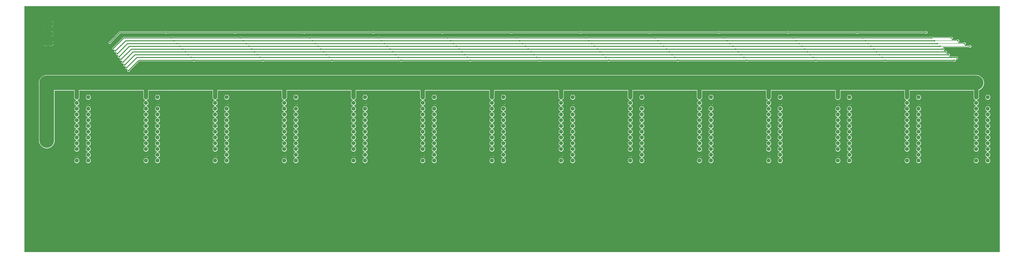
<source format=gbl>
G75*
%MOIN*%
%OFA0B0*%
%FSLAX25Y25*%
%IPPOS*%
%LPD*%
%AMOC8*
5,1,8,0,0,1.08239X$1,22.5*
%
%ADD10C,0.07000*%
%ADD11C,0.09449*%
%ADD12C,0.25400*%
%ADD13C,0.07600*%
%ADD14C,0.01600*%
%ADD15C,0.02900*%
%ADD16C,0.00800*%
D10*
X0167595Y0294193D03*
X0167595Y0304193D03*
X0187595Y0304193D03*
X0187595Y0294193D03*
X0187595Y0314193D03*
X0167595Y0314193D03*
X0167595Y0324193D03*
X0167595Y0334193D03*
X0187595Y0334193D03*
X0187595Y0324193D03*
X0187595Y0344193D03*
X0167595Y0344193D03*
X0167595Y0354193D03*
X0167595Y0364193D03*
X0187595Y0364193D03*
X0187595Y0354193D03*
X0187595Y0374193D03*
X0187595Y0384193D03*
X0167595Y0384193D03*
X0167595Y0374193D03*
X0167595Y0394193D03*
X0187595Y0394193D03*
X0187595Y0404193D03*
X0167595Y0404193D03*
X0287595Y0404193D03*
X0307595Y0404193D03*
X0307595Y0394193D03*
X0287595Y0394193D03*
X0287595Y0384193D03*
X0287595Y0374193D03*
X0307595Y0374193D03*
X0307595Y0384193D03*
X0307595Y0364193D03*
X0307595Y0354193D03*
X0287595Y0354193D03*
X0287595Y0364193D03*
X0287595Y0344193D03*
X0307595Y0344193D03*
X0307595Y0334193D03*
X0307595Y0324193D03*
X0287595Y0324193D03*
X0287595Y0334193D03*
X0287595Y0314193D03*
X0307595Y0314193D03*
X0307595Y0304193D03*
X0307595Y0294193D03*
X0287595Y0294193D03*
X0287595Y0304193D03*
X0407595Y0304193D03*
X0407595Y0294193D03*
X0427595Y0294193D03*
X0427595Y0304193D03*
X0427595Y0314193D03*
X0407595Y0314193D03*
X0407595Y0324193D03*
X0407595Y0334193D03*
X0427595Y0334193D03*
X0427595Y0324193D03*
X0427595Y0344193D03*
X0407595Y0344193D03*
X0407595Y0354193D03*
X0407595Y0364193D03*
X0427595Y0364193D03*
X0427595Y0354193D03*
X0427595Y0374193D03*
X0427595Y0384193D03*
X0407595Y0384193D03*
X0407595Y0374193D03*
X0407595Y0394193D03*
X0427595Y0394193D03*
X0427595Y0404193D03*
X0407595Y0404193D03*
X0527595Y0404193D03*
X0547595Y0404193D03*
X0547595Y0394193D03*
X0527595Y0394193D03*
X0527595Y0384193D03*
X0527595Y0374193D03*
X0547595Y0374193D03*
X0547595Y0384193D03*
X0547595Y0364193D03*
X0547595Y0354193D03*
X0527595Y0354193D03*
X0527595Y0364193D03*
X0527595Y0344193D03*
X0547595Y0344193D03*
X0547595Y0334193D03*
X0547595Y0324193D03*
X0527595Y0324193D03*
X0527595Y0334193D03*
X0527595Y0314193D03*
X0547595Y0314193D03*
X0547595Y0304193D03*
X0547595Y0294193D03*
X0527595Y0294193D03*
X0527595Y0304193D03*
X0647595Y0304193D03*
X0647595Y0294193D03*
X0667595Y0294193D03*
X0667595Y0304193D03*
X0667595Y0314193D03*
X0647595Y0314193D03*
X0647595Y0324193D03*
X0647595Y0334193D03*
X0667595Y0334193D03*
X0667595Y0324193D03*
X0667595Y0344193D03*
X0647595Y0344193D03*
X0647595Y0354193D03*
X0647595Y0364193D03*
X0667595Y0364193D03*
X0667595Y0354193D03*
X0667595Y0374193D03*
X0667595Y0384193D03*
X0647595Y0384193D03*
X0647595Y0374193D03*
X0647595Y0394193D03*
X0667595Y0394193D03*
X0667595Y0404193D03*
X0647595Y0404193D03*
X0767595Y0404193D03*
X0787595Y0404193D03*
X0787595Y0394193D03*
X0767595Y0394193D03*
X0767595Y0384193D03*
X0767595Y0374193D03*
X0787595Y0374193D03*
X0787595Y0384193D03*
X0787595Y0364193D03*
X0787595Y0354193D03*
X0767595Y0354193D03*
X0767595Y0364193D03*
X0767595Y0344193D03*
X0787595Y0344193D03*
X0787595Y0334193D03*
X0787595Y0324193D03*
X0767595Y0324193D03*
X0767595Y0334193D03*
X0767595Y0314193D03*
X0787595Y0314193D03*
X0787595Y0304193D03*
X0787595Y0294193D03*
X0767595Y0294193D03*
X0767595Y0304193D03*
X0887595Y0304193D03*
X0887595Y0294193D03*
X0907595Y0294193D03*
X0907595Y0304193D03*
X0907595Y0314193D03*
X0887595Y0314193D03*
X0887595Y0324193D03*
X0887595Y0334193D03*
X0907595Y0334193D03*
X0907595Y0324193D03*
X0907595Y0344193D03*
X0887595Y0344193D03*
X0887595Y0354193D03*
X0887595Y0364193D03*
X0907595Y0364193D03*
X0907595Y0354193D03*
X0907595Y0374193D03*
X0907595Y0384193D03*
X0887595Y0384193D03*
X0887595Y0374193D03*
X0887595Y0394193D03*
X0907595Y0394193D03*
X0907595Y0404193D03*
X0887595Y0404193D03*
X1007595Y0404193D03*
X1027595Y0404193D03*
X1027595Y0394193D03*
X1007595Y0394193D03*
X1007595Y0384193D03*
X1007595Y0374193D03*
X1027595Y0374193D03*
X1027595Y0384193D03*
X1027595Y0364193D03*
X1027595Y0354193D03*
X1007595Y0354193D03*
X1007595Y0364193D03*
X1007595Y0344193D03*
X1027595Y0344193D03*
X1027595Y0334193D03*
X1027595Y0324193D03*
X1007595Y0324193D03*
X1007595Y0334193D03*
X1007595Y0314193D03*
X1027595Y0314193D03*
X1027595Y0304193D03*
X1027595Y0294193D03*
X1007595Y0294193D03*
X1007595Y0304193D03*
X1127595Y0304193D03*
X1127595Y0294193D03*
X1147595Y0294193D03*
X1147595Y0304193D03*
X1147595Y0314193D03*
X1127595Y0314193D03*
X1127595Y0324193D03*
X1127595Y0334193D03*
X1147595Y0334193D03*
X1147595Y0324193D03*
X1147595Y0344193D03*
X1127595Y0344193D03*
X1127595Y0354193D03*
X1127595Y0364193D03*
X1147595Y0364193D03*
X1147595Y0354193D03*
X1147595Y0374193D03*
X1147595Y0384193D03*
X1127595Y0384193D03*
X1127595Y0374193D03*
X1127595Y0394193D03*
X1147595Y0394193D03*
X1147595Y0404193D03*
X1127595Y0404193D03*
X1247595Y0404193D03*
X1267595Y0404193D03*
X1267595Y0394193D03*
X1247595Y0394193D03*
X1247595Y0384193D03*
X1247595Y0374193D03*
X1267595Y0374193D03*
X1267595Y0384193D03*
X1267595Y0364193D03*
X1267595Y0354193D03*
X1247595Y0354193D03*
X1247595Y0364193D03*
X1247595Y0344193D03*
X1267595Y0344193D03*
X1267595Y0334193D03*
X1267595Y0324193D03*
X1247595Y0324193D03*
X1247595Y0334193D03*
X1247595Y0314193D03*
X1267595Y0314193D03*
X1267595Y0304193D03*
X1267595Y0294193D03*
X1247595Y0294193D03*
X1247595Y0304193D03*
X1367595Y0304193D03*
X1367595Y0294193D03*
X1387595Y0294193D03*
X1387595Y0304193D03*
X1387595Y0314193D03*
X1367595Y0314193D03*
X1367595Y0324193D03*
X1367595Y0334193D03*
X1387595Y0334193D03*
X1387595Y0324193D03*
X1387595Y0344193D03*
X1367595Y0344193D03*
X1367595Y0354193D03*
X1367595Y0364193D03*
X1387595Y0364193D03*
X1387595Y0354193D03*
X1387595Y0374193D03*
X1387595Y0384193D03*
X1367595Y0384193D03*
X1367595Y0374193D03*
X1367595Y0394193D03*
X1387595Y0394193D03*
X1387595Y0404193D03*
X1367595Y0404193D03*
X1487595Y0404193D03*
X1487595Y0394193D03*
X1487595Y0384193D03*
X1487595Y0374193D03*
X1487595Y0364193D03*
X1487595Y0354193D03*
X1487595Y0344193D03*
X1487595Y0334193D03*
X1487595Y0324193D03*
X1487595Y0314193D03*
X1487595Y0304193D03*
X1487595Y0294193D03*
X1507595Y0294193D03*
X1507595Y0304193D03*
X1507595Y0314193D03*
X1507595Y0324193D03*
X1507595Y0334193D03*
X1507595Y0344193D03*
X1507595Y0354193D03*
X1507595Y0364193D03*
X1507595Y0374193D03*
X1507595Y0384193D03*
X1507595Y0394193D03*
X1507595Y0404193D03*
X1607595Y0404193D03*
X1627595Y0404193D03*
X1627595Y0394193D03*
X1607595Y0394193D03*
X1607595Y0384193D03*
X1607595Y0374193D03*
X1627595Y0374193D03*
X1627595Y0384193D03*
X1627595Y0364193D03*
X1627595Y0354193D03*
X1607595Y0354193D03*
X1607595Y0364193D03*
X1607595Y0344193D03*
X1627595Y0344193D03*
X1627595Y0334193D03*
X1627595Y0324193D03*
X1607595Y0324193D03*
X1607595Y0334193D03*
X1607595Y0314193D03*
X1627595Y0314193D03*
X1627595Y0304193D03*
X1627595Y0294193D03*
X1607595Y0294193D03*
X1607595Y0304193D03*
X1727595Y0304193D03*
X1727595Y0294193D03*
X1747595Y0294193D03*
X1747595Y0304193D03*
X1747595Y0314193D03*
X1727595Y0314193D03*
X1727595Y0324193D03*
X1727595Y0334193D03*
X1747595Y0334193D03*
X1747595Y0324193D03*
X1747595Y0344193D03*
X1727595Y0344193D03*
X1727595Y0354193D03*
X1727595Y0364193D03*
X1747595Y0364193D03*
X1747595Y0354193D03*
X1747595Y0374193D03*
X1747595Y0384193D03*
X1727595Y0384193D03*
X1727595Y0374193D03*
X1727595Y0394193D03*
X1747595Y0394193D03*
X1747595Y0404193D03*
X1727595Y0404193D03*
D11*
X0122680Y0498243D02*
X0113231Y0498243D01*
X0113231Y0514443D02*
X0122680Y0514443D01*
X0122680Y0531453D02*
X0113231Y0531453D01*
X0110801Y0369453D02*
X0120250Y0369453D01*
X0120250Y0349203D02*
X0110801Y0349203D01*
X0110801Y0328953D02*
X0120250Y0328953D01*
D12*
X0115525Y0328953D02*
X0115525Y0429193D01*
X0115275Y0429193D01*
X0178595Y0429193D01*
X0187595Y0429193D01*
X0287595Y0429193D01*
X0307595Y0429193D01*
X0407595Y0429193D01*
X0427595Y0429193D01*
X0527595Y0429193D01*
X0547595Y0429193D01*
X0647595Y0429193D01*
X0667595Y0429193D01*
X0767595Y0429193D01*
X0787595Y0429193D01*
X0887595Y0429193D01*
X0907595Y0429193D01*
X1007595Y0429193D01*
X1027595Y0429193D01*
X1127595Y0429193D01*
X1147595Y0429193D01*
X1247595Y0429193D01*
X1267595Y0429193D01*
X1367595Y0429193D01*
X1387595Y0429193D01*
X1487595Y0429193D01*
X1507595Y0429193D01*
X1607595Y0429193D01*
X1627595Y0429193D01*
X1725635Y0429193D01*
X1725725Y0429193D01*
X1727595Y0429193D01*
X1725725Y0429193D01*
X1725635Y0429193D01*
X0178595Y0429193D02*
X0176595Y0429193D01*
D13*
X0167595Y0429193D01*
X0167595Y0404193D01*
X0287595Y0404193D02*
X0287595Y0429193D01*
X0407595Y0429193D02*
X0407595Y0404193D01*
X0527595Y0404193D02*
X0527595Y0429193D01*
X0647595Y0429193D02*
X0647595Y0404193D01*
X0767595Y0404193D02*
X0767595Y0429193D01*
X0887595Y0429193D02*
X0887595Y0404193D01*
X1007595Y0404193D02*
X1007595Y0429193D01*
X1027595Y0429193D02*
X1027595Y0427193D01*
X1127595Y0429193D02*
X1127595Y0404193D01*
X1247595Y0404193D02*
X1247595Y0429193D01*
X1367595Y0429193D02*
X1367595Y0404193D01*
X1487595Y0404193D02*
X1487595Y0429193D01*
X1607595Y0429193D02*
X1607595Y0404193D01*
X1727595Y0404193D02*
X1727595Y0429193D01*
X1725725Y0429193D02*
X1725635Y0429193D01*
D14*
X0077645Y0561634D02*
X0077645Y0136437D01*
X1767545Y0136437D01*
X1767545Y0561634D01*
X0077645Y0561634D01*
X0077645Y0560754D02*
X1767545Y0560754D01*
X1767545Y0559156D02*
X0077645Y0559156D01*
X0077645Y0557557D02*
X1767545Y0557557D01*
X1767545Y0555959D02*
X0077645Y0555959D01*
X0077645Y0554360D02*
X1767545Y0554360D01*
X1767545Y0552762D02*
X0077645Y0552762D01*
X0077645Y0551163D02*
X1767545Y0551163D01*
X1767545Y0549565D02*
X0077645Y0549565D01*
X0077645Y0547966D02*
X1767545Y0547966D01*
X1767545Y0546368D02*
X0077645Y0546368D01*
X0077645Y0544769D02*
X1767545Y0544769D01*
X1767545Y0543171D02*
X0077645Y0543171D01*
X0077645Y0541572D02*
X1767545Y0541572D01*
X1767545Y0539974D02*
X0077645Y0539974D01*
X0077645Y0538375D02*
X1767545Y0538375D01*
X1767545Y0536777D02*
X0124174Y0536777D01*
X0123973Y0536842D02*
X0123114Y0536978D01*
X0118730Y0536978D01*
X0118730Y0532228D01*
X0128150Y0532228D01*
X0128068Y0532747D01*
X0127799Y0533574D01*
X0127404Y0534349D01*
X0126893Y0535052D01*
X0126278Y0535667D01*
X0125575Y0536178D01*
X0124800Y0536573D01*
X0123973Y0536842D01*
X0126768Y0535178D02*
X1767545Y0535178D01*
X1767545Y0533579D02*
X0127796Y0533579D01*
X0128150Y0530679D02*
X0118730Y0530679D01*
X0118730Y0532228D01*
X0117180Y0532228D01*
X0117180Y0530679D01*
X0107760Y0530679D01*
X0107842Y0530160D01*
X0108111Y0529333D01*
X0108506Y0528558D01*
X0109017Y0527854D01*
X0109632Y0527240D01*
X0110335Y0526728D01*
X0111110Y0526334D01*
X0111937Y0526065D01*
X0112796Y0525929D01*
X0117180Y0525929D01*
X0117180Y0530678D01*
X0118730Y0530678D01*
X0118730Y0525929D01*
X0123114Y0525929D01*
X0123973Y0526065D01*
X0124800Y0526334D01*
X0125575Y0526728D01*
X0126278Y0527240D01*
X0126893Y0527854D01*
X0127404Y0528558D01*
X0127799Y0529333D01*
X0128068Y0530160D01*
X0128150Y0530679D01*
X0128103Y0530382D02*
X1767545Y0530382D01*
X1767545Y0528784D02*
X0127520Y0528784D01*
X0126204Y0527185D02*
X1767545Y0527185D01*
X1767545Y0525587D02*
X0077645Y0525587D01*
X0077645Y0527185D02*
X0109706Y0527185D01*
X0108391Y0528784D02*
X0077645Y0528784D01*
X0077645Y0530382D02*
X0107807Y0530382D01*
X0107760Y0532228D02*
X0117180Y0532228D01*
X0117180Y0536978D01*
X0112796Y0536978D01*
X0111937Y0536842D01*
X0111110Y0536573D01*
X0110335Y0536178D01*
X0109632Y0535667D01*
X0109017Y0535052D01*
X0108506Y0534349D01*
X0108111Y0533574D01*
X0107842Y0532747D01*
X0107760Y0532228D01*
X0108114Y0533579D02*
X0077645Y0533579D01*
X0077645Y0531981D02*
X0117180Y0531981D01*
X0118730Y0531981D02*
X1767545Y0531981D01*
X1767545Y0523988D02*
X0077645Y0523988D01*
X0077645Y0522390D02*
X1767545Y0522390D01*
X1767545Y0520791D02*
X0077645Y0520791D01*
X0077645Y0519193D02*
X0110384Y0519193D01*
X0110335Y0519168D02*
X0109632Y0518657D01*
X0109017Y0518042D01*
X0108506Y0517339D01*
X0108111Y0516564D01*
X0107842Y0515737D01*
X0107760Y0515218D01*
X0117180Y0515218D01*
X0117180Y0513669D01*
X0107760Y0513669D01*
X0107842Y0513150D01*
X0108111Y0512323D01*
X0108506Y0511548D01*
X0109017Y0510844D01*
X0109632Y0510230D01*
X0110335Y0509718D01*
X0111110Y0509324D01*
X0111937Y0509055D01*
X0112796Y0508919D01*
X0117180Y0508919D01*
X0117180Y0513668D01*
X0118730Y0513668D01*
X0118730Y0508919D01*
X0123114Y0508919D01*
X0123973Y0509055D01*
X0124800Y0509324D01*
X0125575Y0509718D01*
X0126278Y0510230D01*
X0126893Y0510844D01*
X0127404Y0511548D01*
X0127799Y0512323D01*
X0128068Y0513150D01*
X0128150Y0513669D01*
X0118730Y0513669D01*
X0118730Y0515218D01*
X0128150Y0515218D01*
X0128068Y0515737D01*
X0127799Y0516564D01*
X0127404Y0517339D01*
X0126893Y0518042D01*
X0126278Y0518657D01*
X0125575Y0519168D01*
X0124800Y0519563D01*
X0123973Y0519832D01*
X0123114Y0519968D01*
X0118730Y0519968D01*
X0118730Y0515218D01*
X0117180Y0515218D01*
X0117180Y0519968D01*
X0112796Y0519968D01*
X0111937Y0519832D01*
X0111110Y0519563D01*
X0110335Y0519168D01*
X0108692Y0517594D02*
X0077645Y0517594D01*
X0077645Y0515996D02*
X0107926Y0515996D01*
X0107956Y0512799D02*
X0077645Y0512799D01*
X0077645Y0514397D02*
X0117180Y0514397D01*
X0118730Y0514397D02*
X0236825Y0514397D01*
X0235227Y0512799D02*
X0127954Y0512799D01*
X0127152Y0511200D02*
X0233628Y0511200D01*
X0232030Y0509602D02*
X0125346Y0509602D01*
X0123973Y0503632D02*
X0123114Y0503768D01*
X0118730Y0503768D01*
X0118730Y0499018D01*
X0128150Y0499018D01*
X0128068Y0499537D01*
X0127799Y0500364D01*
X0127404Y0501139D01*
X0126893Y0501842D01*
X0126278Y0502457D01*
X0125575Y0502968D01*
X0124800Y0503363D01*
X0123973Y0503632D01*
X0125105Y0503208D02*
X0225635Y0503208D01*
X0224531Y0502103D02*
X0224268Y0502103D01*
X0223147Y0501639D01*
X0222289Y0500781D01*
X0221825Y0499660D01*
X0221825Y0498447D01*
X0222289Y0497326D01*
X0223147Y0496468D01*
X0224268Y0496003D01*
X0225482Y0496003D01*
X0226603Y0496468D01*
X0227461Y0497326D01*
X0227925Y0498447D01*
X0227925Y0498709D01*
X0243689Y0514473D01*
X0320162Y0514473D01*
X0320347Y0514288D01*
X0321468Y0513823D01*
X0322682Y0513823D01*
X0323803Y0514288D01*
X0323988Y0514473D01*
X0440042Y0514473D01*
X0440227Y0514288D01*
X0441348Y0513823D01*
X0442562Y0513823D01*
X0443683Y0514288D01*
X0443868Y0514473D01*
X0559922Y0514473D01*
X0560107Y0514288D01*
X0561228Y0513823D01*
X0562442Y0513823D01*
X0563563Y0514288D01*
X0563748Y0514473D01*
X0679802Y0514473D01*
X0679987Y0514288D01*
X0681108Y0513823D01*
X0682322Y0513823D01*
X0683443Y0514288D01*
X0683628Y0514473D01*
X0799682Y0514473D01*
X0799867Y0514288D01*
X0800988Y0513823D01*
X0802202Y0513823D01*
X0803323Y0514288D01*
X0803508Y0514473D01*
X0919562Y0514473D01*
X0919747Y0514288D01*
X0920868Y0513823D01*
X0922082Y0513823D01*
X0923203Y0514288D01*
X0923388Y0514473D01*
X1039442Y0514473D01*
X1039627Y0514288D01*
X1040748Y0513823D01*
X1041962Y0513823D01*
X1043083Y0514288D01*
X1043268Y0514473D01*
X1159322Y0514473D01*
X1159507Y0514288D01*
X1160628Y0513823D01*
X1161842Y0513823D01*
X1162963Y0514288D01*
X1163148Y0514473D01*
X1279202Y0514473D01*
X1279387Y0514288D01*
X1280508Y0513823D01*
X1281722Y0513823D01*
X1282843Y0514288D01*
X1283028Y0514473D01*
X1399082Y0514473D01*
X1399267Y0514288D01*
X1400388Y0513823D01*
X1401602Y0513823D01*
X1402723Y0514288D01*
X1402908Y0514473D01*
X1518962Y0514473D01*
X1519147Y0514288D01*
X1520268Y0513823D01*
X1521482Y0513823D01*
X1522603Y0514288D01*
X1522788Y0514473D01*
X1638842Y0514473D01*
X1639027Y0514288D01*
X1640148Y0513823D01*
X1641362Y0513823D01*
X1642483Y0514288D01*
X1643341Y0515146D01*
X1643805Y0516267D01*
X1643805Y0517480D01*
X1643341Y0518601D01*
X1642483Y0519459D01*
X1641362Y0519923D01*
X1640148Y0519923D01*
X1639027Y0519459D01*
X1638842Y0519273D01*
X1522788Y0519273D01*
X1522603Y0519459D01*
X1521482Y0519923D01*
X1520268Y0519923D01*
X1519147Y0519459D01*
X1518962Y0519273D01*
X1402908Y0519273D01*
X1402723Y0519459D01*
X1401602Y0519923D01*
X1400388Y0519923D01*
X1399267Y0519459D01*
X1399082Y0519273D01*
X1283028Y0519273D01*
X1282843Y0519459D01*
X1281722Y0519923D01*
X1280508Y0519923D01*
X1279387Y0519459D01*
X1279202Y0519273D01*
X1163148Y0519273D01*
X1162963Y0519459D01*
X1161842Y0519923D01*
X1160628Y0519923D01*
X1159507Y0519459D01*
X1159322Y0519273D01*
X1043268Y0519273D01*
X1043083Y0519459D01*
X1041962Y0519923D01*
X1040748Y0519923D01*
X1039627Y0519459D01*
X1039442Y0519273D01*
X0923388Y0519273D01*
X0923203Y0519459D01*
X0922082Y0519923D01*
X0920868Y0519923D01*
X0919747Y0519459D01*
X0919562Y0519273D01*
X0803508Y0519273D01*
X0803323Y0519459D01*
X0802202Y0519923D01*
X0800988Y0519923D01*
X0799867Y0519459D01*
X0799682Y0519273D01*
X0683628Y0519273D01*
X0683443Y0519459D01*
X0682322Y0519923D01*
X0681108Y0519923D01*
X0679987Y0519459D01*
X0679802Y0519273D01*
X0563748Y0519273D01*
X0563563Y0519459D01*
X0562442Y0519923D01*
X0561228Y0519923D01*
X0560107Y0519459D01*
X0559922Y0519273D01*
X0443868Y0519273D01*
X0443683Y0519459D01*
X0442562Y0519923D01*
X0441348Y0519923D01*
X0440227Y0519459D01*
X0440042Y0519273D01*
X0323988Y0519273D01*
X0323803Y0519459D01*
X0322682Y0519923D01*
X0321468Y0519923D01*
X0320347Y0519459D01*
X0320162Y0519273D01*
X0242218Y0519273D01*
X0241336Y0518908D01*
X0240661Y0518233D01*
X0224531Y0502103D01*
X0223118Y0501609D02*
X0127063Y0501609D01*
X0127914Y0500011D02*
X0221970Y0500011D01*
X0221839Y0498412D02*
X0118730Y0498412D01*
X0118730Y0499018D02*
X0118730Y0497469D01*
X0128150Y0497469D01*
X0128068Y0496950D01*
X0127799Y0496123D01*
X0127404Y0495348D01*
X0126893Y0494644D01*
X0126278Y0494030D01*
X0125575Y0493518D01*
X0124800Y0493124D01*
X0123973Y0492855D01*
X0123114Y0492719D01*
X0118730Y0492719D01*
X0118730Y0497468D01*
X0117180Y0497468D01*
X0117180Y0492719D01*
X0112796Y0492719D01*
X0111937Y0492855D01*
X0111110Y0493124D01*
X0110335Y0493518D01*
X0109632Y0494030D01*
X0109017Y0494644D01*
X0108506Y0495348D01*
X0108111Y0496123D01*
X0107842Y0496950D01*
X0107760Y0497469D01*
X0117180Y0497469D01*
X0117180Y0499018D01*
X0107760Y0499018D01*
X0107842Y0499537D01*
X0108111Y0500364D01*
X0108506Y0501139D01*
X0109017Y0501842D01*
X0109632Y0502457D01*
X0110335Y0502968D01*
X0111110Y0503363D01*
X0111937Y0503632D01*
X0112796Y0503768D01*
X0117180Y0503768D01*
X0117180Y0499018D01*
X0118730Y0499018D01*
X0118730Y0500011D02*
X0117180Y0500011D01*
X0117180Y0501609D02*
X0118730Y0501609D01*
X0118730Y0503208D02*
X0117180Y0503208D01*
X0117180Y0498412D02*
X0077645Y0498412D01*
X0077645Y0496814D02*
X0107887Y0496814D01*
X0108602Y0495215D02*
X0077645Y0495215D01*
X0077645Y0493617D02*
X0110200Y0493617D01*
X0107996Y0500011D02*
X0077645Y0500011D01*
X0077645Y0501609D02*
X0108848Y0501609D01*
X0110805Y0503208D02*
X0077645Y0503208D01*
X0077645Y0504806D02*
X0227234Y0504806D01*
X0228832Y0506405D02*
X0077645Y0506405D01*
X0077645Y0508003D02*
X0230431Y0508003D01*
X0234022Y0504806D02*
X0243434Y0504806D01*
X0241835Y0503208D02*
X0232424Y0503208D01*
X0230825Y0501609D02*
X0240237Y0501609D01*
X0238638Y0500011D02*
X0229227Y0500011D01*
X0227911Y0498412D02*
X0237040Y0498412D01*
X0235441Y0496814D02*
X0226949Y0496814D01*
X0224875Y0499053D02*
X0242695Y0516873D01*
X0322075Y0516873D01*
X0441955Y0516873D01*
X0561835Y0516873D01*
X0681715Y0516873D01*
X0801595Y0516873D01*
X0921475Y0516873D01*
X1041355Y0516873D01*
X1161235Y0516873D01*
X1281115Y0516873D01*
X1400995Y0516873D01*
X1520875Y0516873D01*
X1640755Y0516873D01*
X1642749Y0519193D02*
X1767545Y0519193D01*
X1767545Y0517594D02*
X1643758Y0517594D01*
X1643693Y0515996D02*
X1767545Y0515996D01*
X1767545Y0514397D02*
X1642593Y0514397D01*
X1638918Y0514397D02*
X1522712Y0514397D01*
X1519038Y0514397D02*
X1402833Y0514397D01*
X1399158Y0514397D02*
X1282953Y0514397D01*
X1279278Y0514397D02*
X1163073Y0514397D01*
X1159398Y0514397D02*
X1043193Y0514397D01*
X1039518Y0514397D02*
X0923312Y0514397D01*
X0919638Y0514397D02*
X0803433Y0514397D01*
X0799758Y0514397D02*
X0683553Y0514397D01*
X0679878Y0514397D02*
X0563673Y0514397D01*
X0559998Y0514397D02*
X0443793Y0514397D01*
X0440118Y0514397D02*
X0323913Y0514397D01*
X0320238Y0514397D02*
X0243613Y0514397D01*
X0242015Y0512799D02*
X1767545Y0512799D01*
X1767545Y0511200D02*
X0240416Y0511200D01*
X0238818Y0509602D02*
X0329930Y0509602D01*
X0329882Y0509553D02*
X0248698Y0509553D01*
X0247816Y0509188D01*
X0247141Y0508513D01*
X0231011Y0492383D01*
X0230748Y0492383D01*
X0229627Y0491919D01*
X0228769Y0491061D01*
X0228305Y0489940D01*
X0228305Y0488727D01*
X0228769Y0487606D01*
X0229627Y0486748D01*
X0230748Y0486283D01*
X0231962Y0486283D01*
X0232184Y0486375D01*
X0232009Y0486201D01*
X0231545Y0485080D01*
X0231545Y0483867D01*
X0232009Y0482746D01*
X0232867Y0481888D01*
X0233988Y0481423D01*
X0235202Y0481423D01*
X0235424Y0481515D01*
X0235249Y0481341D01*
X0234785Y0480220D01*
X0234785Y0479007D01*
X0235249Y0477886D01*
X0236107Y0477028D01*
X0237228Y0476563D01*
X0238442Y0476563D01*
X0238664Y0476655D01*
X0238489Y0476481D01*
X0238025Y0475360D01*
X0238025Y0474147D01*
X0238489Y0473026D01*
X0239347Y0472168D01*
X0240468Y0471703D01*
X0241682Y0471703D01*
X0241904Y0471795D01*
X0241729Y0471621D01*
X0241265Y0470500D01*
X0241265Y0469287D01*
X0241729Y0468166D01*
X0242587Y0467308D01*
X0243708Y0466843D01*
X0244922Y0466843D01*
X0245144Y0466935D01*
X0244969Y0466761D01*
X0244505Y0465640D01*
X0244505Y0464427D01*
X0244969Y0463306D01*
X0245827Y0462448D01*
X0246948Y0461983D01*
X0248162Y0461983D01*
X0248384Y0462075D01*
X0248209Y0461901D01*
X0247745Y0460780D01*
X0247745Y0459567D01*
X0248209Y0458446D01*
X0249067Y0457588D01*
X0250188Y0457123D01*
X0251402Y0457123D01*
X0251624Y0457215D01*
X0251449Y0457041D01*
X0250985Y0455920D01*
X0250985Y0454707D01*
X0251449Y0453586D01*
X0252307Y0452728D01*
X0253428Y0452263D01*
X0254642Y0452263D01*
X0254864Y0452355D01*
X0254689Y0452181D01*
X0254225Y0451060D01*
X0254225Y0449847D01*
X0254689Y0448726D01*
X0255547Y0447868D01*
X0256668Y0447403D01*
X0257882Y0447403D01*
X0259003Y0447868D01*
X0259861Y0448726D01*
X0260325Y0449847D01*
X0260325Y0450109D01*
X0276089Y0465873D01*
X0368762Y0465873D01*
X0368947Y0465688D01*
X0370068Y0465223D01*
X0371282Y0465223D01*
X0372403Y0465688D01*
X0372588Y0465873D01*
X0488642Y0465873D01*
X0488827Y0465688D01*
X0489948Y0465223D01*
X0491162Y0465223D01*
X0492283Y0465688D01*
X0492468Y0465873D01*
X0608522Y0465873D01*
X0608707Y0465688D01*
X0609828Y0465223D01*
X0611042Y0465223D01*
X0612163Y0465688D01*
X0612348Y0465873D01*
X0728402Y0465873D01*
X0728587Y0465688D01*
X0729708Y0465223D01*
X0730922Y0465223D01*
X0732043Y0465688D01*
X0732228Y0465873D01*
X0848282Y0465873D01*
X0848467Y0465688D01*
X0849588Y0465223D01*
X0850802Y0465223D01*
X0851923Y0465688D01*
X0852108Y0465873D01*
X0968162Y0465873D01*
X0968347Y0465688D01*
X0969468Y0465223D01*
X0970682Y0465223D01*
X0971803Y0465688D01*
X0971988Y0465873D01*
X1088042Y0465873D01*
X1088227Y0465688D01*
X1089348Y0465223D01*
X1090562Y0465223D01*
X1091683Y0465688D01*
X1091868Y0465873D01*
X1207922Y0465873D01*
X1208107Y0465688D01*
X1209228Y0465223D01*
X1210442Y0465223D01*
X1211563Y0465688D01*
X1211748Y0465873D01*
X1327802Y0465873D01*
X1327987Y0465688D01*
X1329108Y0465223D01*
X1330322Y0465223D01*
X1331443Y0465688D01*
X1331628Y0465873D01*
X1447682Y0465873D01*
X1447867Y0465688D01*
X1448988Y0465223D01*
X1450202Y0465223D01*
X1451323Y0465688D01*
X1451508Y0465873D01*
X1567562Y0465873D01*
X1567747Y0465688D01*
X1568868Y0465223D01*
X1570082Y0465223D01*
X1571203Y0465688D01*
X1571388Y0465873D01*
X1687442Y0465873D01*
X1687627Y0465688D01*
X1688748Y0465223D01*
X1689962Y0465223D01*
X1691083Y0465688D01*
X1691268Y0465873D01*
X1691453Y0465873D01*
X1692335Y0466239D01*
X1693010Y0466914D01*
X1693375Y0467796D01*
X1693375Y0468751D01*
X1693119Y0469370D01*
X1693738Y0469113D01*
X1694693Y0469113D01*
X1695575Y0469479D01*
X1696250Y0470154D01*
X1696615Y0471036D01*
X1696615Y0473611D01*
X1696250Y0474493D01*
X1695575Y0475168D01*
X1694693Y0475533D01*
X1686408Y0475533D01*
X1686223Y0475719D01*
X1685102Y0476183D01*
X1683888Y0476183D01*
X1682767Y0475719D01*
X1682582Y0475533D01*
X1681488Y0475533D01*
X1682221Y0476266D01*
X1682685Y0477387D01*
X1682685Y0478600D01*
X1682221Y0479721D01*
X1681363Y0480579D01*
X1680242Y0481043D01*
X1679028Y0481043D01*
X1677907Y0480579D01*
X1677722Y0480393D01*
X1676628Y0480393D01*
X1677361Y0481126D01*
X1677825Y0482247D01*
X1677825Y0483460D01*
X1677361Y0484581D01*
X1676503Y0485439D01*
X1675382Y0485903D01*
X1674168Y0485903D01*
X1673047Y0485439D01*
X1672862Y0485253D01*
X1671768Y0485253D01*
X1672501Y0485986D01*
X1672965Y0487107D01*
X1672965Y0488320D01*
X1672501Y0489441D01*
X1671643Y0490299D01*
X1670980Y0490573D01*
X1714582Y0490573D01*
X1715167Y0489988D01*
X1716288Y0489523D01*
X1717502Y0489523D01*
X1718623Y0489988D01*
X1719481Y0490846D01*
X1719945Y0491967D01*
X1719945Y0493180D01*
X1719481Y0494301D01*
X1718623Y0495159D01*
X1717502Y0495623D01*
X1716288Y0495623D01*
X1715167Y0495159D01*
X1714582Y0494573D01*
X1708240Y0494573D01*
X1708903Y0494848D01*
X1709761Y0495706D01*
X1710225Y0496827D01*
X1710225Y0498040D01*
X1709761Y0499161D01*
X1708903Y0500019D01*
X1707782Y0500483D01*
X1706568Y0500483D01*
X1705447Y0500019D01*
X1704862Y0499433D01*
X1696900Y0499433D01*
X1697563Y0499708D01*
X1698421Y0500566D01*
X1698885Y0501687D01*
X1698885Y0502900D01*
X1698421Y0504021D01*
X1697563Y0504879D01*
X1696442Y0505343D01*
X1695228Y0505343D01*
X1694107Y0504879D01*
X1693522Y0504293D01*
X1685560Y0504293D01*
X1686223Y0504568D01*
X1687081Y0505426D01*
X1687545Y0506547D01*
X1687545Y0507760D01*
X1687081Y0508881D01*
X1686223Y0509739D01*
X1685102Y0510203D01*
X1683888Y0510203D01*
X1682767Y0509739D01*
X1682182Y0509153D01*
X1652788Y0509153D01*
X1652203Y0509739D01*
X1651082Y0510203D01*
X1649868Y0510203D01*
X1648747Y0509739D01*
X1648562Y0509553D01*
X1532508Y0509553D01*
X1532323Y0509739D01*
X1531202Y0510203D01*
X1529988Y0510203D01*
X1528867Y0509739D01*
X1528682Y0509553D01*
X1412628Y0509553D01*
X1412443Y0509739D01*
X1411322Y0510203D01*
X1410108Y0510203D01*
X1408987Y0509739D01*
X1408802Y0509553D01*
X1292748Y0509553D01*
X1292563Y0509739D01*
X1291442Y0510203D01*
X1290228Y0510203D01*
X1289107Y0509739D01*
X1288922Y0509553D01*
X1172868Y0509553D01*
X1172683Y0509739D01*
X1171562Y0510203D01*
X1170348Y0510203D01*
X1169227Y0509739D01*
X1169042Y0509553D01*
X1052988Y0509553D01*
X1052803Y0509739D01*
X1051682Y0510203D01*
X1050468Y0510203D01*
X1049347Y0509739D01*
X1049162Y0509553D01*
X0933108Y0509553D01*
X0932923Y0509739D01*
X0931802Y0510203D01*
X0930588Y0510203D01*
X0929467Y0509739D01*
X0929282Y0509553D01*
X0813228Y0509553D01*
X0813043Y0509739D01*
X0811922Y0510203D01*
X0810708Y0510203D01*
X0809587Y0509739D01*
X0809402Y0509553D01*
X0693348Y0509553D01*
X0693163Y0509739D01*
X0692042Y0510203D01*
X0690828Y0510203D01*
X0689707Y0509739D01*
X0689522Y0509553D01*
X0573468Y0509553D01*
X0573283Y0509739D01*
X0572162Y0510203D01*
X0570948Y0510203D01*
X0569827Y0509739D01*
X0569642Y0509553D01*
X0453588Y0509553D01*
X0453403Y0509739D01*
X0452282Y0510203D01*
X0451068Y0510203D01*
X0449947Y0509739D01*
X0449762Y0509553D01*
X0333708Y0509553D01*
X0333523Y0509739D01*
X0332402Y0510203D01*
X0331188Y0510203D01*
X0330067Y0509739D01*
X0329882Y0509553D01*
X0331795Y0507153D02*
X0451675Y0507153D01*
X0571555Y0507153D01*
X0691435Y0507153D01*
X0811315Y0507153D01*
X0931195Y0507153D01*
X1051075Y0507153D01*
X1170955Y0507153D01*
X1290835Y0507153D01*
X1410715Y0507153D01*
X1530595Y0507153D01*
X1650475Y0507153D01*
X1648610Y0509602D02*
X1532460Y0509602D01*
X1528730Y0509602D02*
X1412580Y0509602D01*
X1408850Y0509602D02*
X1292700Y0509602D01*
X1288970Y0509602D02*
X1172820Y0509602D01*
X1169090Y0509602D02*
X1052940Y0509602D01*
X1049210Y0509602D02*
X0933060Y0509602D01*
X0929330Y0509602D02*
X0813180Y0509602D01*
X0809450Y0509602D02*
X0693300Y0509602D01*
X0689570Y0509602D02*
X0573420Y0509602D01*
X0569690Y0509602D02*
X0453540Y0509602D01*
X0449810Y0509602D02*
X0333660Y0509602D01*
X0331795Y0507153D02*
X0249175Y0507153D01*
X0231355Y0489333D01*
X0231355Y0489333D01*
X0229152Y0487223D02*
X0077645Y0487223D01*
X0077645Y0488821D02*
X0228305Y0488821D01*
X0228504Y0490420D02*
X0077645Y0490420D01*
X0077645Y0492018D02*
X0229867Y0492018D01*
X0232244Y0493617D02*
X0125710Y0493617D01*
X0127308Y0495215D02*
X0233843Y0495215D01*
X0234595Y0484473D02*
X0252415Y0502293D01*
X0336655Y0502293D01*
X0456535Y0502293D01*
X0576415Y0502293D01*
X0696295Y0502293D01*
X0816175Y0502293D01*
X0936055Y0502293D01*
X1055935Y0502293D01*
X1175815Y0502293D01*
X1295695Y0502293D01*
X1415575Y0502293D01*
X1535455Y0502293D01*
X1655335Y0502293D01*
X1660195Y0497433D02*
X1540315Y0497433D01*
X1420435Y0497433D01*
X1300555Y0497433D01*
X1180675Y0497433D01*
X1060795Y0497433D01*
X0940915Y0497433D01*
X0821035Y0497433D01*
X0701155Y0497433D01*
X0581275Y0497433D01*
X0461395Y0497433D01*
X0341515Y0497433D01*
X0255655Y0497433D01*
X0237835Y0479613D01*
X0237835Y0479613D01*
X0235037Y0480829D02*
X0077645Y0480829D01*
X0077645Y0482427D02*
X0232328Y0482427D01*
X0231545Y0484026D02*
X0077645Y0484026D01*
X0077645Y0485624D02*
X0231771Y0485624D01*
X0234785Y0479230D02*
X0077645Y0479230D01*
X0077645Y0477632D02*
X0235504Y0477632D01*
X0238304Y0476033D02*
X0077645Y0476033D01*
X0077645Y0474435D02*
X0238025Y0474435D01*
X0238679Y0472836D02*
X0077645Y0472836D01*
X0077645Y0471238D02*
X0241571Y0471238D01*
X0241265Y0469639D02*
X0077645Y0469639D01*
X0077645Y0468041D02*
X0241855Y0468041D01*
X0244315Y0469893D02*
X0262135Y0487713D01*
X0351235Y0487713D01*
X0471115Y0487713D01*
X0590995Y0487713D01*
X0710875Y0487713D01*
X0830755Y0487713D01*
X0950635Y0487713D01*
X1070515Y0487713D01*
X1190395Y0487713D01*
X1310275Y0487713D01*
X1430155Y0487713D01*
X1550035Y0487713D01*
X1669915Y0487713D01*
X1672758Y0488821D02*
X1767545Y0488821D01*
X1767545Y0487223D02*
X1672965Y0487223D01*
X1673494Y0485624D02*
X1672139Y0485624D01*
X1674775Y0482853D02*
X1554895Y0482853D01*
X1435015Y0482853D01*
X1315135Y0482853D01*
X1195255Y0482853D01*
X1075375Y0482853D01*
X0955495Y0482853D01*
X0835615Y0482853D01*
X0715735Y0482853D01*
X0595855Y0482853D01*
X0475975Y0482853D01*
X0356095Y0482853D01*
X0265375Y0482853D01*
X0247555Y0465033D01*
X0244505Y0464843D02*
X0077645Y0464843D01*
X0077645Y0463245D02*
X0245030Y0463245D01*
X0244837Y0466442D02*
X0077645Y0466442D01*
X0077645Y0461646D02*
X0248104Y0461646D01*
X0247745Y0460048D02*
X0077645Y0460048D01*
X0077645Y0458449D02*
X0248208Y0458449D01*
X0250795Y0460173D02*
X0268615Y0477993D01*
X0360955Y0477993D01*
X0480835Y0477993D01*
X0600715Y0477993D01*
X0720595Y0477993D01*
X0840475Y0477993D01*
X0960355Y0477993D01*
X1080235Y0477993D01*
X1200115Y0477993D01*
X1319995Y0477993D01*
X1439875Y0477993D01*
X1559755Y0477993D01*
X1679635Y0477993D01*
X1678510Y0480829D02*
X1677064Y0480829D01*
X1677825Y0482427D02*
X1767545Y0482427D01*
X1767545Y0480829D02*
X1680760Y0480829D01*
X1682424Y0479230D02*
X1767545Y0479230D01*
X1767545Y0477632D02*
X1682685Y0477632D01*
X1681988Y0476033D02*
X1683526Y0476033D01*
X1685465Y0476033D02*
X1767545Y0476033D01*
X1767545Y0474435D02*
X1696274Y0474435D01*
X1696615Y0472836D02*
X1767545Y0472836D01*
X1767545Y0471238D02*
X1696615Y0471238D01*
X1695735Y0469639D02*
X1767545Y0469639D01*
X1767545Y0468041D02*
X1693375Y0468041D01*
X1692538Y0466442D02*
X1767545Y0466442D01*
X1767545Y0464843D02*
X0275059Y0464843D01*
X0273461Y0463245D02*
X1767545Y0463245D01*
X1767545Y0461646D02*
X0271862Y0461646D01*
X0270264Y0460048D02*
X1767545Y0460048D01*
X1767545Y0458449D02*
X0268665Y0458449D01*
X0267067Y0456851D02*
X1767545Y0456851D01*
X1767545Y0455252D02*
X0265468Y0455252D01*
X0263870Y0453654D02*
X1767545Y0453654D01*
X1767545Y0452055D02*
X0262271Y0452055D01*
X0260673Y0450457D02*
X1767545Y0450457D01*
X1767545Y0448858D02*
X0259916Y0448858D01*
X0257275Y0450453D02*
X0275095Y0468273D01*
X0370675Y0468273D01*
X0490555Y0468273D01*
X0610435Y0468273D01*
X0730315Y0468273D01*
X0850195Y0468273D01*
X0970075Y0468273D01*
X1089955Y0468273D01*
X1209835Y0468273D01*
X1329715Y0468273D01*
X1449595Y0468273D01*
X1569475Y0468273D01*
X1689355Y0468273D01*
X1690975Y0468273D01*
X1694215Y0471513D02*
X1694215Y0473133D01*
X1684495Y0473133D01*
X1564615Y0473133D01*
X1444735Y0473133D01*
X1324855Y0473133D01*
X1204975Y0473133D01*
X1085095Y0473133D01*
X0965215Y0473133D01*
X0845335Y0473133D01*
X0725455Y0473133D01*
X0605575Y0473133D01*
X0485695Y0473133D01*
X0365815Y0473133D01*
X0271855Y0473133D01*
X0254035Y0455313D01*
X0250985Y0455252D02*
X0077645Y0455252D01*
X0077645Y0453654D02*
X0251421Y0453654D01*
X0251371Y0456851D02*
X0077645Y0456851D01*
X0077645Y0452055D02*
X0254637Y0452055D01*
X0254225Y0450457D02*
X0077645Y0450457D01*
X0077645Y0448858D02*
X0254634Y0448858D01*
X0241075Y0474753D02*
X0258895Y0492573D01*
X0346375Y0492573D01*
X0466255Y0492573D01*
X0586135Y0492573D01*
X0706015Y0492573D01*
X0825895Y0492573D01*
X0945775Y0492573D01*
X1065655Y0492573D01*
X1185535Y0492573D01*
X1305415Y0492573D01*
X1425295Y0492573D01*
X1545175Y0492573D01*
X1665055Y0492573D01*
X1671351Y0490420D02*
X1714735Y0490420D01*
X1719055Y0490420D02*
X1767545Y0490420D01*
X1767545Y0492018D02*
X1719945Y0492018D01*
X1719764Y0493617D02*
X1767545Y0493617D01*
X1767545Y0495215D02*
X1718487Y0495215D01*
X1715303Y0495215D02*
X1709270Y0495215D01*
X1710220Y0496814D02*
X1767545Y0496814D01*
X1767545Y0498412D02*
X1710071Y0498412D01*
X1708911Y0500011D02*
X1767545Y0500011D01*
X1767545Y0501609D02*
X1698853Y0501609D01*
X1698758Y0503208D02*
X1767545Y0503208D01*
X1767545Y0504806D02*
X1697636Y0504806D01*
X1694035Y0504806D02*
X1686461Y0504806D01*
X1687486Y0506405D02*
X1767545Y0506405D01*
X1767545Y0508003D02*
X1687444Y0508003D01*
X1686360Y0509602D02*
X1767545Y0509602D01*
X1705439Y0500011D02*
X1697866Y0500011D01*
X1682630Y0509602D02*
X1652340Y0509602D01*
X1676056Y0485624D02*
X1767545Y0485624D01*
X1767545Y0484026D02*
X1677591Y0484026D01*
X1767545Y0447260D02*
X0077645Y0447260D01*
X0077645Y0445661D02*
X1767545Y0445661D01*
X1767545Y0444063D02*
X0077645Y0444063D01*
X0077645Y0442464D02*
X0109661Y0442464D01*
X0109756Y0442519D02*
X0106495Y0440636D01*
X0103832Y0437974D01*
X0101950Y0434713D01*
X0100975Y0431076D01*
X0100975Y0427311D01*
X0101225Y0426378D01*
X0101225Y0327071D01*
X0102200Y0323434D01*
X0104082Y0320173D01*
X0106745Y0317511D01*
X0110006Y0315628D01*
X0113642Y0314653D01*
X0117408Y0314653D01*
X0121045Y0315628D01*
X0124306Y0317511D01*
X0126968Y0320173D01*
X0128851Y0323434D01*
X0129825Y0327071D01*
X0129825Y0414893D01*
X0162195Y0414893D01*
X0162195Y0403119D01*
X0163017Y0401134D01*
X0164536Y0399615D01*
X0165947Y0399031D01*
X0164706Y0398517D01*
X0163272Y0397082D01*
X0162495Y0395208D01*
X0162495Y0393179D01*
X0163272Y0391304D01*
X0164706Y0389870D01*
X0166339Y0389193D01*
X0164706Y0388517D01*
X0163272Y0387082D01*
X0162495Y0385208D01*
X0162495Y0383179D01*
X0163272Y0381304D01*
X0164706Y0379870D01*
X0166339Y0379193D01*
X0164706Y0378517D01*
X0163272Y0377082D01*
X0162495Y0375208D01*
X0162495Y0373179D01*
X0163272Y0371304D01*
X0164706Y0369870D01*
X0166339Y0369193D01*
X0164706Y0368517D01*
X0163272Y0367082D01*
X0162495Y0365208D01*
X0162495Y0363179D01*
X0163272Y0361304D01*
X0164706Y0359870D01*
X0166339Y0359193D01*
X0164706Y0358517D01*
X0163272Y0357082D01*
X0162495Y0355208D01*
X0162495Y0353179D01*
X0163272Y0351304D01*
X0164706Y0349870D01*
X0166339Y0349193D01*
X0164706Y0348517D01*
X0163272Y0347082D01*
X0162495Y0345208D01*
X0162495Y0343179D01*
X0163272Y0341304D01*
X0164706Y0339870D01*
X0166339Y0339193D01*
X0164706Y0338517D01*
X0163272Y0337082D01*
X0162495Y0335208D01*
X0162495Y0333179D01*
X0163272Y0331304D01*
X0164706Y0329870D01*
X0166339Y0329193D01*
X0164706Y0328517D01*
X0163272Y0327082D01*
X0162495Y0325208D01*
X0162495Y0323179D01*
X0163272Y0321304D01*
X0164706Y0319870D01*
X0166339Y0319193D01*
X0164706Y0318517D01*
X0163272Y0317082D01*
X0162495Y0315208D01*
X0162495Y0313179D01*
X0163272Y0311304D01*
X0164706Y0309870D01*
X0166581Y0309093D01*
X0168610Y0309093D01*
X0170484Y0309870D01*
X0171919Y0311304D01*
X0172695Y0313179D01*
X0172695Y0315208D01*
X0171919Y0317082D01*
X0170484Y0318517D01*
X0168851Y0319193D01*
X0170484Y0319870D01*
X0171919Y0321304D01*
X0172695Y0323179D01*
X0172695Y0325208D01*
X0171919Y0327082D01*
X0170484Y0328517D01*
X0168851Y0329193D01*
X0170484Y0329870D01*
X0171919Y0331304D01*
X0172695Y0333179D01*
X0172695Y0335208D01*
X0171919Y0337082D01*
X0170484Y0338517D01*
X0168851Y0339193D01*
X0170484Y0339870D01*
X0171919Y0341304D01*
X0172695Y0343179D01*
X0172695Y0345208D01*
X0171919Y0347082D01*
X0170484Y0348517D01*
X0168851Y0349193D01*
X0170484Y0349870D01*
X0171919Y0351304D01*
X0172695Y0353179D01*
X0172695Y0355208D01*
X0171919Y0357082D01*
X0170484Y0358517D01*
X0168851Y0359193D01*
X0170484Y0359870D01*
X0171919Y0361304D01*
X0172695Y0363179D01*
X0172695Y0365208D01*
X0171919Y0367082D01*
X0170484Y0368517D01*
X0168851Y0369193D01*
X0170484Y0369870D01*
X0171919Y0371304D01*
X0172695Y0373179D01*
X0172695Y0375208D01*
X0171919Y0377082D01*
X0170484Y0378517D01*
X0168851Y0379193D01*
X0170484Y0379870D01*
X0171919Y0381304D01*
X0172695Y0383179D01*
X0172695Y0385208D01*
X0171919Y0387082D01*
X0170484Y0388517D01*
X0168851Y0389193D01*
X0170484Y0389870D01*
X0171919Y0391304D01*
X0172695Y0393179D01*
X0172695Y0395208D01*
X0171919Y0397082D01*
X0170484Y0398517D01*
X0169243Y0399031D01*
X0170654Y0399615D01*
X0172173Y0401134D01*
X0172995Y0403119D01*
X0172995Y0414893D01*
X0282195Y0414893D01*
X0282195Y0403119D01*
X0283017Y0401134D01*
X0284536Y0399615D01*
X0285947Y0399031D01*
X0284706Y0398517D01*
X0283272Y0397082D01*
X0282495Y0395208D01*
X0282495Y0393179D01*
X0283272Y0391304D01*
X0284706Y0389870D01*
X0286339Y0389193D01*
X0284706Y0388517D01*
X0283272Y0387082D01*
X0282495Y0385208D01*
X0282495Y0383179D01*
X0283272Y0381304D01*
X0284706Y0379870D01*
X0286339Y0379193D01*
X0284706Y0378517D01*
X0283272Y0377082D01*
X0282495Y0375208D01*
X0282495Y0373179D01*
X0283272Y0371304D01*
X0284706Y0369870D01*
X0286339Y0369193D01*
X0284706Y0368517D01*
X0283272Y0367082D01*
X0282495Y0365208D01*
X0282495Y0363179D01*
X0283272Y0361304D01*
X0284706Y0359870D01*
X0286339Y0359193D01*
X0284706Y0358517D01*
X0283272Y0357082D01*
X0282495Y0355208D01*
X0282495Y0353179D01*
X0283272Y0351304D01*
X0284706Y0349870D01*
X0286339Y0349193D01*
X0284706Y0348517D01*
X0283272Y0347082D01*
X0282495Y0345208D01*
X0282495Y0343179D01*
X0283272Y0341304D01*
X0284706Y0339870D01*
X0286339Y0339193D01*
X0284706Y0338517D01*
X0283272Y0337082D01*
X0282495Y0335208D01*
X0282495Y0333179D01*
X0283272Y0331304D01*
X0284706Y0329870D01*
X0286339Y0329193D01*
X0284706Y0328517D01*
X0283272Y0327082D01*
X0282495Y0325208D01*
X0282495Y0323179D01*
X0283272Y0321304D01*
X0284706Y0319870D01*
X0286339Y0319193D01*
X0284706Y0318517D01*
X0283272Y0317082D01*
X0282495Y0315208D01*
X0282495Y0313179D01*
X0283272Y0311304D01*
X0284706Y0309870D01*
X0286581Y0309093D01*
X0288610Y0309093D01*
X0290484Y0309870D01*
X0291919Y0311304D01*
X0292695Y0313179D01*
X0292695Y0315208D01*
X0291919Y0317082D01*
X0290484Y0318517D01*
X0288851Y0319193D01*
X0290484Y0319870D01*
X0291919Y0321304D01*
X0292695Y0323179D01*
X0292695Y0325208D01*
X0291919Y0327082D01*
X0290484Y0328517D01*
X0288851Y0329193D01*
X0290484Y0329870D01*
X0291919Y0331304D01*
X0292695Y0333179D01*
X0292695Y0335208D01*
X0291919Y0337082D01*
X0290484Y0338517D01*
X0288851Y0339193D01*
X0290484Y0339870D01*
X0291919Y0341304D01*
X0292695Y0343179D01*
X0292695Y0345208D01*
X0291919Y0347082D01*
X0290484Y0348517D01*
X0288851Y0349193D01*
X0290484Y0349870D01*
X0291919Y0351304D01*
X0292695Y0353179D01*
X0292695Y0355208D01*
X0291919Y0357082D01*
X0290484Y0358517D01*
X0288851Y0359193D01*
X0290484Y0359870D01*
X0291919Y0361304D01*
X0292695Y0363179D01*
X0292695Y0365208D01*
X0291919Y0367082D01*
X0290484Y0368517D01*
X0288851Y0369193D01*
X0290484Y0369870D01*
X0291919Y0371304D01*
X0292695Y0373179D01*
X0292695Y0375208D01*
X0291919Y0377082D01*
X0290484Y0378517D01*
X0288851Y0379193D01*
X0290484Y0379870D01*
X0291919Y0381304D01*
X0292695Y0383179D01*
X0292695Y0385208D01*
X0291919Y0387082D01*
X0290484Y0388517D01*
X0288851Y0389193D01*
X0290484Y0389870D01*
X0291919Y0391304D01*
X0292695Y0393179D01*
X0292695Y0395208D01*
X0291919Y0397082D01*
X0290484Y0398517D01*
X0289243Y0399031D01*
X0290654Y0399615D01*
X0292173Y0401134D01*
X0292995Y0403119D01*
X0292995Y0414893D01*
X0402195Y0414893D01*
X0402195Y0403119D01*
X0403017Y0401134D01*
X0404536Y0399615D01*
X0405947Y0399031D01*
X0404706Y0398517D01*
X0403272Y0397082D01*
X0402495Y0395208D01*
X0402495Y0393179D01*
X0403272Y0391304D01*
X0404706Y0389870D01*
X0406339Y0389193D01*
X0404706Y0388517D01*
X0403272Y0387082D01*
X0402495Y0385208D01*
X0402495Y0383179D01*
X0403272Y0381304D01*
X0404706Y0379870D01*
X0406339Y0379193D01*
X0404706Y0378517D01*
X0403272Y0377082D01*
X0402495Y0375208D01*
X0402495Y0373179D01*
X0403272Y0371304D01*
X0404706Y0369870D01*
X0406339Y0369193D01*
X0404706Y0368517D01*
X0403272Y0367082D01*
X0402495Y0365208D01*
X0402495Y0363179D01*
X0403272Y0361304D01*
X0404706Y0359870D01*
X0406339Y0359193D01*
X0404706Y0358517D01*
X0403272Y0357082D01*
X0402495Y0355208D01*
X0402495Y0353179D01*
X0403272Y0351304D01*
X0404706Y0349870D01*
X0406339Y0349193D01*
X0404706Y0348517D01*
X0403272Y0347082D01*
X0402495Y0345208D01*
X0402495Y0343179D01*
X0403272Y0341304D01*
X0404706Y0339870D01*
X0406339Y0339193D01*
X0404706Y0338517D01*
X0403272Y0337082D01*
X0402495Y0335208D01*
X0402495Y0333179D01*
X0403272Y0331304D01*
X0404706Y0329870D01*
X0406339Y0329193D01*
X0404706Y0328517D01*
X0403272Y0327082D01*
X0402495Y0325208D01*
X0402495Y0323179D01*
X0403272Y0321304D01*
X0404706Y0319870D01*
X0406339Y0319193D01*
X0404706Y0318517D01*
X0403272Y0317082D01*
X0402495Y0315208D01*
X0402495Y0313179D01*
X0403272Y0311304D01*
X0404706Y0309870D01*
X0406581Y0309093D01*
X0408610Y0309093D01*
X0410484Y0309870D01*
X0411919Y0311304D01*
X0412695Y0313179D01*
X0412695Y0315208D01*
X0411919Y0317082D01*
X0410484Y0318517D01*
X0408851Y0319193D01*
X0410484Y0319870D01*
X0411919Y0321304D01*
X0412695Y0323179D01*
X0412695Y0325208D01*
X0411919Y0327082D01*
X0410484Y0328517D01*
X0408851Y0329193D01*
X0410484Y0329870D01*
X0411919Y0331304D01*
X0412695Y0333179D01*
X0412695Y0335208D01*
X0411919Y0337082D01*
X0410484Y0338517D01*
X0408851Y0339193D01*
X0410484Y0339870D01*
X0411919Y0341304D01*
X0412695Y0343179D01*
X0412695Y0345208D01*
X0411919Y0347082D01*
X0410484Y0348517D01*
X0408851Y0349193D01*
X0410484Y0349870D01*
X0411919Y0351304D01*
X0412695Y0353179D01*
X0412695Y0355208D01*
X0411919Y0357082D01*
X0410484Y0358517D01*
X0408851Y0359193D01*
X0410484Y0359870D01*
X0411919Y0361304D01*
X0412695Y0363179D01*
X0412695Y0365208D01*
X0411919Y0367082D01*
X0410484Y0368517D01*
X0408851Y0369193D01*
X0410484Y0369870D01*
X0411919Y0371304D01*
X0412695Y0373179D01*
X0412695Y0375208D01*
X0411919Y0377082D01*
X0410484Y0378517D01*
X0408851Y0379193D01*
X0410484Y0379870D01*
X0411919Y0381304D01*
X0412695Y0383179D01*
X0412695Y0385208D01*
X0411919Y0387082D01*
X0410484Y0388517D01*
X0408851Y0389193D01*
X0410484Y0389870D01*
X0411919Y0391304D01*
X0412695Y0393179D01*
X0412695Y0395208D01*
X0411919Y0397082D01*
X0410484Y0398517D01*
X0409243Y0399031D01*
X0410654Y0399615D01*
X0412173Y0401134D01*
X0412995Y0403119D01*
X0412995Y0414893D01*
X0522195Y0414893D01*
X0522195Y0403119D01*
X0523017Y0401134D01*
X0524536Y0399615D01*
X0525947Y0399031D01*
X0524706Y0398517D01*
X0523272Y0397082D01*
X0522495Y0395208D01*
X0522495Y0393179D01*
X0523272Y0391304D01*
X0524706Y0389870D01*
X0526339Y0389193D01*
X0524706Y0388517D01*
X0523272Y0387082D01*
X0522495Y0385208D01*
X0522495Y0383179D01*
X0523272Y0381304D01*
X0524706Y0379870D01*
X0526339Y0379193D01*
X0524706Y0378517D01*
X0523272Y0377082D01*
X0522495Y0375208D01*
X0522495Y0373179D01*
X0523272Y0371304D01*
X0524706Y0369870D01*
X0526339Y0369193D01*
X0524706Y0368517D01*
X0523272Y0367082D01*
X0522495Y0365208D01*
X0522495Y0363179D01*
X0523272Y0361304D01*
X0524706Y0359870D01*
X0526339Y0359193D01*
X0524706Y0358517D01*
X0523272Y0357082D01*
X0522495Y0355208D01*
X0522495Y0353179D01*
X0523272Y0351304D01*
X0524706Y0349870D01*
X0526339Y0349193D01*
X0524706Y0348517D01*
X0523272Y0347082D01*
X0522495Y0345208D01*
X0522495Y0343179D01*
X0523272Y0341304D01*
X0524706Y0339870D01*
X0526339Y0339193D01*
X0524706Y0338517D01*
X0523272Y0337082D01*
X0522495Y0335208D01*
X0522495Y0333179D01*
X0523272Y0331304D01*
X0524706Y0329870D01*
X0526339Y0329193D01*
X0524706Y0328517D01*
X0523272Y0327082D01*
X0522495Y0325208D01*
X0522495Y0323179D01*
X0523272Y0321304D01*
X0524706Y0319870D01*
X0526339Y0319193D01*
X0524706Y0318517D01*
X0523272Y0317082D01*
X0522495Y0315208D01*
X0522495Y0313179D01*
X0523272Y0311304D01*
X0524706Y0309870D01*
X0526581Y0309093D01*
X0528610Y0309093D01*
X0530484Y0309870D01*
X0531919Y0311304D01*
X0532695Y0313179D01*
X0532695Y0315208D01*
X0531919Y0317082D01*
X0530484Y0318517D01*
X0528851Y0319193D01*
X0530484Y0319870D01*
X0531919Y0321304D01*
X0532695Y0323179D01*
X0532695Y0325208D01*
X0531919Y0327082D01*
X0530484Y0328517D01*
X0528851Y0329193D01*
X0530484Y0329870D01*
X0531919Y0331304D01*
X0532695Y0333179D01*
X0532695Y0335208D01*
X0531919Y0337082D01*
X0530484Y0338517D01*
X0528851Y0339193D01*
X0530484Y0339870D01*
X0531919Y0341304D01*
X0532695Y0343179D01*
X0532695Y0345208D01*
X0531919Y0347082D01*
X0530484Y0348517D01*
X0528851Y0349193D01*
X0530484Y0349870D01*
X0531919Y0351304D01*
X0532695Y0353179D01*
X0532695Y0355208D01*
X0531919Y0357082D01*
X0530484Y0358517D01*
X0528851Y0359193D01*
X0530484Y0359870D01*
X0531919Y0361304D01*
X0532695Y0363179D01*
X0532695Y0365208D01*
X0531919Y0367082D01*
X0530484Y0368517D01*
X0528851Y0369193D01*
X0530484Y0369870D01*
X0531919Y0371304D01*
X0532695Y0373179D01*
X0532695Y0375208D01*
X0531919Y0377082D01*
X0530484Y0378517D01*
X0528851Y0379193D01*
X0530484Y0379870D01*
X0531919Y0381304D01*
X0532695Y0383179D01*
X0532695Y0385208D01*
X0531919Y0387082D01*
X0530484Y0388517D01*
X0528851Y0389193D01*
X0530484Y0389870D01*
X0531919Y0391304D01*
X0532695Y0393179D01*
X0532695Y0395208D01*
X0531919Y0397082D01*
X0530484Y0398517D01*
X0529243Y0399031D01*
X0530654Y0399615D01*
X0532173Y0401134D01*
X0532995Y0403119D01*
X0532995Y0414893D01*
X0642195Y0414893D01*
X0642195Y0403119D01*
X0643017Y0401134D01*
X0644536Y0399615D01*
X0645947Y0399031D01*
X0644706Y0398517D01*
X0643272Y0397082D01*
X0642495Y0395208D01*
X0642495Y0393179D01*
X0643272Y0391304D01*
X0644706Y0389870D01*
X0646339Y0389193D01*
X0644706Y0388517D01*
X0643272Y0387082D01*
X0642495Y0385208D01*
X0642495Y0383179D01*
X0643272Y0381304D01*
X0644706Y0379870D01*
X0646339Y0379193D01*
X0644706Y0378517D01*
X0643272Y0377082D01*
X0642495Y0375208D01*
X0642495Y0373179D01*
X0643272Y0371304D01*
X0644706Y0369870D01*
X0646339Y0369193D01*
X0644706Y0368517D01*
X0643272Y0367082D01*
X0642495Y0365208D01*
X0642495Y0363179D01*
X0643272Y0361304D01*
X0644706Y0359870D01*
X0646339Y0359193D01*
X0644706Y0358517D01*
X0643272Y0357082D01*
X0642495Y0355208D01*
X0642495Y0353179D01*
X0643272Y0351304D01*
X0644706Y0349870D01*
X0646339Y0349193D01*
X0644706Y0348517D01*
X0643272Y0347082D01*
X0642495Y0345208D01*
X0642495Y0343179D01*
X0643272Y0341304D01*
X0644706Y0339870D01*
X0646339Y0339193D01*
X0644706Y0338517D01*
X0643272Y0337082D01*
X0642495Y0335208D01*
X0642495Y0333179D01*
X0643272Y0331304D01*
X0644706Y0329870D01*
X0646339Y0329193D01*
X0644706Y0328517D01*
X0643272Y0327082D01*
X0642495Y0325208D01*
X0642495Y0323179D01*
X0643272Y0321304D01*
X0644706Y0319870D01*
X0646339Y0319193D01*
X0644706Y0318517D01*
X0643272Y0317082D01*
X0642495Y0315208D01*
X0642495Y0313179D01*
X0643272Y0311304D01*
X0644706Y0309870D01*
X0646581Y0309093D01*
X0648610Y0309093D01*
X0650484Y0309870D01*
X0651919Y0311304D01*
X0652695Y0313179D01*
X0652695Y0315208D01*
X0651919Y0317082D01*
X0650484Y0318517D01*
X0648851Y0319193D01*
X0650484Y0319870D01*
X0651919Y0321304D01*
X0652695Y0323179D01*
X0652695Y0325208D01*
X0651919Y0327082D01*
X0650484Y0328517D01*
X0648851Y0329193D01*
X0650484Y0329870D01*
X0651919Y0331304D01*
X0652695Y0333179D01*
X0652695Y0335208D01*
X0651919Y0337082D01*
X0650484Y0338517D01*
X0648851Y0339193D01*
X0650484Y0339870D01*
X0651919Y0341304D01*
X0652695Y0343179D01*
X0652695Y0345208D01*
X0651919Y0347082D01*
X0650484Y0348517D01*
X0648851Y0349193D01*
X0650484Y0349870D01*
X0651919Y0351304D01*
X0652695Y0353179D01*
X0652695Y0355208D01*
X0651919Y0357082D01*
X0650484Y0358517D01*
X0648851Y0359193D01*
X0650484Y0359870D01*
X0651919Y0361304D01*
X0652695Y0363179D01*
X0652695Y0365208D01*
X0651919Y0367082D01*
X0650484Y0368517D01*
X0648851Y0369193D01*
X0650484Y0369870D01*
X0651919Y0371304D01*
X0652695Y0373179D01*
X0652695Y0375208D01*
X0651919Y0377082D01*
X0650484Y0378517D01*
X0648851Y0379193D01*
X0650484Y0379870D01*
X0651919Y0381304D01*
X0652695Y0383179D01*
X0652695Y0385208D01*
X0651919Y0387082D01*
X0650484Y0388517D01*
X0648851Y0389193D01*
X0650484Y0389870D01*
X0651919Y0391304D01*
X0652695Y0393179D01*
X0652695Y0395208D01*
X0651919Y0397082D01*
X0650484Y0398517D01*
X0649243Y0399031D01*
X0650654Y0399615D01*
X0652173Y0401134D01*
X0652995Y0403119D01*
X0652995Y0414893D01*
X0762195Y0414893D01*
X0762195Y0403119D01*
X0763017Y0401134D01*
X0764536Y0399615D01*
X0765947Y0399031D01*
X0764706Y0398517D01*
X0763272Y0397082D01*
X0762495Y0395208D01*
X0762495Y0393179D01*
X0763272Y0391304D01*
X0764706Y0389870D01*
X0766339Y0389193D01*
X0764706Y0388517D01*
X0763272Y0387082D01*
X0762495Y0385208D01*
X0762495Y0383179D01*
X0763272Y0381304D01*
X0764706Y0379870D01*
X0766339Y0379193D01*
X0764706Y0378517D01*
X0763272Y0377082D01*
X0762495Y0375208D01*
X0762495Y0373179D01*
X0763272Y0371304D01*
X0764706Y0369870D01*
X0766339Y0369193D01*
X0764706Y0368517D01*
X0763272Y0367082D01*
X0762495Y0365208D01*
X0762495Y0363179D01*
X0763272Y0361304D01*
X0764706Y0359870D01*
X0766339Y0359193D01*
X0764706Y0358517D01*
X0763272Y0357082D01*
X0762495Y0355208D01*
X0762495Y0353179D01*
X0763272Y0351304D01*
X0764706Y0349870D01*
X0766339Y0349193D01*
X0764706Y0348517D01*
X0763272Y0347082D01*
X0762495Y0345208D01*
X0762495Y0343179D01*
X0763272Y0341304D01*
X0764706Y0339870D01*
X0766339Y0339193D01*
X0764706Y0338517D01*
X0763272Y0337082D01*
X0762495Y0335208D01*
X0762495Y0333179D01*
X0763272Y0331304D01*
X0764706Y0329870D01*
X0766339Y0329193D01*
X0764706Y0328517D01*
X0763272Y0327082D01*
X0762495Y0325208D01*
X0762495Y0323179D01*
X0763272Y0321304D01*
X0764706Y0319870D01*
X0766339Y0319193D01*
X0764706Y0318517D01*
X0763272Y0317082D01*
X0762495Y0315208D01*
X0762495Y0313179D01*
X0763272Y0311304D01*
X0764706Y0309870D01*
X0766581Y0309093D01*
X0768610Y0309093D01*
X0770484Y0309870D01*
X0771919Y0311304D01*
X0772695Y0313179D01*
X0772695Y0315208D01*
X0771919Y0317082D01*
X0770484Y0318517D01*
X0768851Y0319193D01*
X0770484Y0319870D01*
X0771919Y0321304D01*
X0772695Y0323179D01*
X0772695Y0325208D01*
X0771919Y0327082D01*
X0770484Y0328517D01*
X0768851Y0329193D01*
X0770484Y0329870D01*
X0771919Y0331304D01*
X0772695Y0333179D01*
X0772695Y0335208D01*
X0771919Y0337082D01*
X0770484Y0338517D01*
X0768851Y0339193D01*
X0770484Y0339870D01*
X0771919Y0341304D01*
X0772695Y0343179D01*
X0772695Y0345208D01*
X0771919Y0347082D01*
X0770484Y0348517D01*
X0768851Y0349193D01*
X0770484Y0349870D01*
X0771919Y0351304D01*
X0772695Y0353179D01*
X0772695Y0355208D01*
X0771919Y0357082D01*
X0770484Y0358517D01*
X0768851Y0359193D01*
X0770484Y0359870D01*
X0771919Y0361304D01*
X0772695Y0363179D01*
X0772695Y0365208D01*
X0771919Y0367082D01*
X0770484Y0368517D01*
X0768851Y0369193D01*
X0770484Y0369870D01*
X0771919Y0371304D01*
X0772695Y0373179D01*
X0772695Y0375208D01*
X0771919Y0377082D01*
X0770484Y0378517D01*
X0768851Y0379193D01*
X0770484Y0379870D01*
X0771919Y0381304D01*
X0772695Y0383179D01*
X0772695Y0385208D01*
X0771919Y0387082D01*
X0770484Y0388517D01*
X0768851Y0389193D01*
X0770484Y0389870D01*
X0771919Y0391304D01*
X0772695Y0393179D01*
X0772695Y0395208D01*
X0771919Y0397082D01*
X0770484Y0398517D01*
X0769243Y0399031D01*
X0770654Y0399615D01*
X0772173Y0401134D01*
X0772995Y0403119D01*
X0772995Y0414893D01*
X0882195Y0414893D01*
X0882195Y0403119D01*
X0883017Y0401134D01*
X0884536Y0399615D01*
X0885947Y0399031D01*
X0884706Y0398517D01*
X0883272Y0397082D01*
X0882495Y0395208D01*
X0882495Y0393179D01*
X0883272Y0391304D01*
X0884706Y0389870D01*
X0886339Y0389193D01*
X0884706Y0388517D01*
X0883272Y0387082D01*
X0882495Y0385208D01*
X0882495Y0383179D01*
X0883272Y0381304D01*
X0884706Y0379870D01*
X0886339Y0379193D01*
X0884706Y0378517D01*
X0883272Y0377082D01*
X0882495Y0375208D01*
X0882495Y0373179D01*
X0883272Y0371304D01*
X0884706Y0369870D01*
X0886339Y0369193D01*
X0884706Y0368517D01*
X0883272Y0367082D01*
X0882495Y0365208D01*
X0882495Y0363179D01*
X0883272Y0361304D01*
X0884706Y0359870D01*
X0886339Y0359193D01*
X0884706Y0358517D01*
X0883272Y0357082D01*
X0882495Y0355208D01*
X0882495Y0353179D01*
X0883272Y0351304D01*
X0884706Y0349870D01*
X0886339Y0349193D01*
X0884706Y0348517D01*
X0883272Y0347082D01*
X0882495Y0345208D01*
X0882495Y0343179D01*
X0883272Y0341304D01*
X0884706Y0339870D01*
X0886339Y0339193D01*
X0884706Y0338517D01*
X0883272Y0337082D01*
X0882495Y0335208D01*
X0882495Y0333179D01*
X0883272Y0331304D01*
X0884706Y0329870D01*
X0886339Y0329193D01*
X0884706Y0328517D01*
X0883272Y0327082D01*
X0882495Y0325208D01*
X0882495Y0323179D01*
X0883272Y0321304D01*
X0884706Y0319870D01*
X0886339Y0319193D01*
X0884706Y0318517D01*
X0883272Y0317082D01*
X0882495Y0315208D01*
X0882495Y0313179D01*
X0883272Y0311304D01*
X0884706Y0309870D01*
X0886581Y0309093D01*
X0888610Y0309093D01*
X0890484Y0309870D01*
X0891919Y0311304D01*
X0892695Y0313179D01*
X0892695Y0315208D01*
X0891919Y0317082D01*
X0890484Y0318517D01*
X0888851Y0319193D01*
X0890484Y0319870D01*
X0891919Y0321304D01*
X0892695Y0323179D01*
X0892695Y0325208D01*
X0891919Y0327082D01*
X0890484Y0328517D01*
X0888851Y0329193D01*
X0890484Y0329870D01*
X0891919Y0331304D01*
X0892695Y0333179D01*
X0892695Y0335208D01*
X0891919Y0337082D01*
X0890484Y0338517D01*
X0888851Y0339193D01*
X0890484Y0339870D01*
X0891919Y0341304D01*
X0892695Y0343179D01*
X0892695Y0345208D01*
X0891919Y0347082D01*
X0890484Y0348517D01*
X0888851Y0349193D01*
X0890484Y0349870D01*
X0891919Y0351304D01*
X0892695Y0353179D01*
X0892695Y0355208D01*
X0891919Y0357082D01*
X0890484Y0358517D01*
X0888851Y0359193D01*
X0890484Y0359870D01*
X0891919Y0361304D01*
X0892695Y0363179D01*
X0892695Y0365208D01*
X0891919Y0367082D01*
X0890484Y0368517D01*
X0888851Y0369193D01*
X0890484Y0369870D01*
X0891919Y0371304D01*
X0892695Y0373179D01*
X0892695Y0375208D01*
X0891919Y0377082D01*
X0890484Y0378517D01*
X0888851Y0379193D01*
X0890484Y0379870D01*
X0891919Y0381304D01*
X0892695Y0383179D01*
X0892695Y0385208D01*
X0891919Y0387082D01*
X0890484Y0388517D01*
X0888851Y0389193D01*
X0890484Y0389870D01*
X0891919Y0391304D01*
X0892695Y0393179D01*
X0892695Y0395208D01*
X0891919Y0397082D01*
X0890484Y0398517D01*
X0889243Y0399031D01*
X0890654Y0399615D01*
X0892173Y0401134D01*
X0892995Y0403119D01*
X0892995Y0414893D01*
X1002195Y0414893D01*
X1002195Y0403119D01*
X1003017Y0401134D01*
X1004536Y0399615D01*
X1005947Y0399031D01*
X1004706Y0398517D01*
X1003272Y0397082D01*
X1002495Y0395208D01*
X1002495Y0393179D01*
X1003272Y0391304D01*
X1004706Y0389870D01*
X1006339Y0389193D01*
X1004706Y0388517D01*
X1003272Y0387082D01*
X1002495Y0385208D01*
X1002495Y0383179D01*
X1003272Y0381304D01*
X1004706Y0379870D01*
X1006339Y0379193D01*
X1004706Y0378517D01*
X1003272Y0377082D01*
X1002495Y0375208D01*
X1002495Y0373179D01*
X1003272Y0371304D01*
X1004706Y0369870D01*
X1006339Y0369193D01*
X1004706Y0368517D01*
X1003272Y0367082D01*
X1002495Y0365208D01*
X1002495Y0363179D01*
X1003272Y0361304D01*
X1004706Y0359870D01*
X1006339Y0359193D01*
X1004706Y0358517D01*
X1003272Y0357082D01*
X1002495Y0355208D01*
X1002495Y0353179D01*
X1003272Y0351304D01*
X1004706Y0349870D01*
X1006339Y0349193D01*
X1004706Y0348517D01*
X1003272Y0347082D01*
X1002495Y0345208D01*
X1002495Y0343179D01*
X1003272Y0341304D01*
X1004706Y0339870D01*
X1006339Y0339193D01*
X1004706Y0338517D01*
X1003272Y0337082D01*
X1002495Y0335208D01*
X1002495Y0333179D01*
X1003272Y0331304D01*
X1004706Y0329870D01*
X1006339Y0329193D01*
X1004706Y0328517D01*
X1003272Y0327082D01*
X1002495Y0325208D01*
X1002495Y0323179D01*
X1003272Y0321304D01*
X1004706Y0319870D01*
X1006339Y0319193D01*
X1004706Y0318517D01*
X1003272Y0317082D01*
X1002495Y0315208D01*
X1002495Y0313179D01*
X1003272Y0311304D01*
X1004706Y0309870D01*
X1006581Y0309093D01*
X1008610Y0309093D01*
X1010484Y0309870D01*
X1011919Y0311304D01*
X1012695Y0313179D01*
X1012695Y0315208D01*
X1011919Y0317082D01*
X1010484Y0318517D01*
X1008851Y0319193D01*
X1010484Y0319870D01*
X1011919Y0321304D01*
X1012695Y0323179D01*
X1012695Y0325208D01*
X1011919Y0327082D01*
X1010484Y0328517D01*
X1008851Y0329193D01*
X1010484Y0329870D01*
X1011919Y0331304D01*
X1012695Y0333179D01*
X1012695Y0335208D01*
X1011919Y0337082D01*
X1010484Y0338517D01*
X1008851Y0339193D01*
X1010484Y0339870D01*
X1011919Y0341304D01*
X1012695Y0343179D01*
X1012695Y0345208D01*
X1011919Y0347082D01*
X1010484Y0348517D01*
X1008851Y0349193D01*
X1010484Y0349870D01*
X1011919Y0351304D01*
X1012695Y0353179D01*
X1012695Y0355208D01*
X1011919Y0357082D01*
X1010484Y0358517D01*
X1008851Y0359193D01*
X1010484Y0359870D01*
X1011919Y0361304D01*
X1012695Y0363179D01*
X1012695Y0365208D01*
X1011919Y0367082D01*
X1010484Y0368517D01*
X1008851Y0369193D01*
X1010484Y0369870D01*
X1011919Y0371304D01*
X1012695Y0373179D01*
X1012695Y0375208D01*
X1011919Y0377082D01*
X1010484Y0378517D01*
X1008851Y0379193D01*
X1010484Y0379870D01*
X1011919Y0381304D01*
X1012695Y0383179D01*
X1012695Y0385208D01*
X1011919Y0387082D01*
X1010484Y0388517D01*
X1008851Y0389193D01*
X1010484Y0389870D01*
X1011919Y0391304D01*
X1012695Y0393179D01*
X1012695Y0395208D01*
X1011919Y0397082D01*
X1010484Y0398517D01*
X1009243Y0399031D01*
X1010654Y0399615D01*
X1012173Y0401134D01*
X1012995Y0403119D01*
X1012995Y0414893D01*
X1122195Y0414893D01*
X1122195Y0403119D01*
X1123017Y0401134D01*
X1124536Y0399615D01*
X1125947Y0399031D01*
X1124706Y0398517D01*
X1123272Y0397082D01*
X1122495Y0395208D01*
X1122495Y0393179D01*
X1123272Y0391304D01*
X1124706Y0389870D01*
X1126339Y0389193D01*
X1124706Y0388517D01*
X1123272Y0387082D01*
X1122495Y0385208D01*
X1122495Y0383179D01*
X1123272Y0381304D01*
X1124706Y0379870D01*
X1126339Y0379193D01*
X1124706Y0378517D01*
X1123272Y0377082D01*
X1122495Y0375208D01*
X1122495Y0373179D01*
X1123272Y0371304D01*
X1124706Y0369870D01*
X1126339Y0369193D01*
X1124706Y0368517D01*
X1123272Y0367082D01*
X1122495Y0365208D01*
X1122495Y0363179D01*
X1123272Y0361304D01*
X1124706Y0359870D01*
X1126339Y0359193D01*
X1124706Y0358517D01*
X1123272Y0357082D01*
X1122495Y0355208D01*
X1122495Y0353179D01*
X1123272Y0351304D01*
X1124706Y0349870D01*
X1126339Y0349193D01*
X1124706Y0348517D01*
X1123272Y0347082D01*
X1122495Y0345208D01*
X1122495Y0343179D01*
X1123272Y0341304D01*
X1124706Y0339870D01*
X1126339Y0339193D01*
X1124706Y0338517D01*
X1123272Y0337082D01*
X1122495Y0335208D01*
X1122495Y0333179D01*
X1123272Y0331304D01*
X1124706Y0329870D01*
X1126339Y0329193D01*
X1124706Y0328517D01*
X1123272Y0327082D01*
X1122495Y0325208D01*
X1122495Y0323179D01*
X1123272Y0321304D01*
X1124706Y0319870D01*
X1126339Y0319193D01*
X1124706Y0318517D01*
X1123272Y0317082D01*
X1122495Y0315208D01*
X1122495Y0313179D01*
X1123272Y0311304D01*
X1124706Y0309870D01*
X1126581Y0309093D01*
X1128610Y0309093D01*
X1130484Y0309870D01*
X1131919Y0311304D01*
X1132695Y0313179D01*
X1132695Y0315208D01*
X1131919Y0317082D01*
X1130484Y0318517D01*
X1128851Y0319193D01*
X1130484Y0319870D01*
X1131919Y0321304D01*
X1132695Y0323179D01*
X1132695Y0325208D01*
X1131919Y0327082D01*
X1130484Y0328517D01*
X1128851Y0329193D01*
X1130484Y0329870D01*
X1131919Y0331304D01*
X1132695Y0333179D01*
X1132695Y0335208D01*
X1131919Y0337082D01*
X1130484Y0338517D01*
X1128851Y0339193D01*
X1130484Y0339870D01*
X1131919Y0341304D01*
X1132695Y0343179D01*
X1132695Y0345208D01*
X1131919Y0347082D01*
X1130484Y0348517D01*
X1128851Y0349193D01*
X1130484Y0349870D01*
X1131919Y0351304D01*
X1132695Y0353179D01*
X1132695Y0355208D01*
X1131919Y0357082D01*
X1130484Y0358517D01*
X1128851Y0359193D01*
X1130484Y0359870D01*
X1131919Y0361304D01*
X1132695Y0363179D01*
X1132695Y0365208D01*
X1131919Y0367082D01*
X1130484Y0368517D01*
X1128851Y0369193D01*
X1130484Y0369870D01*
X1131919Y0371304D01*
X1132695Y0373179D01*
X1132695Y0375208D01*
X1131919Y0377082D01*
X1130484Y0378517D01*
X1128851Y0379193D01*
X1130484Y0379870D01*
X1131919Y0381304D01*
X1132695Y0383179D01*
X1132695Y0385208D01*
X1131919Y0387082D01*
X1130484Y0388517D01*
X1128851Y0389193D01*
X1130484Y0389870D01*
X1131919Y0391304D01*
X1132695Y0393179D01*
X1132695Y0395208D01*
X1131919Y0397082D01*
X1130484Y0398517D01*
X1129243Y0399031D01*
X1130654Y0399615D01*
X1132173Y0401134D01*
X1132995Y0403119D01*
X1132995Y0414893D01*
X1242195Y0414893D01*
X1242195Y0403119D01*
X1243017Y0401134D01*
X1244536Y0399615D01*
X1245947Y0399031D01*
X1244706Y0398517D01*
X1243272Y0397082D01*
X1242495Y0395208D01*
X1242495Y0393179D01*
X1243272Y0391304D01*
X1244706Y0389870D01*
X1246339Y0389193D01*
X1244706Y0388517D01*
X1243272Y0387082D01*
X1242495Y0385208D01*
X1242495Y0383179D01*
X1243272Y0381304D01*
X1244706Y0379870D01*
X1246339Y0379193D01*
X1244706Y0378517D01*
X1243272Y0377082D01*
X1242495Y0375208D01*
X1242495Y0373179D01*
X1243272Y0371304D01*
X1244706Y0369870D01*
X1246339Y0369193D01*
X1244706Y0368517D01*
X1243272Y0367082D01*
X1242495Y0365208D01*
X1242495Y0363179D01*
X1243272Y0361304D01*
X1244706Y0359870D01*
X1246339Y0359193D01*
X1244706Y0358517D01*
X1243272Y0357082D01*
X1242495Y0355208D01*
X1242495Y0353179D01*
X1243272Y0351304D01*
X1244706Y0349870D01*
X1246339Y0349193D01*
X1244706Y0348517D01*
X1243272Y0347082D01*
X1242495Y0345208D01*
X1242495Y0343179D01*
X1243272Y0341304D01*
X1244706Y0339870D01*
X1246339Y0339193D01*
X1244706Y0338517D01*
X1243272Y0337082D01*
X1242495Y0335208D01*
X1242495Y0333179D01*
X1243272Y0331304D01*
X1244706Y0329870D01*
X1246339Y0329193D01*
X1244706Y0328517D01*
X1243272Y0327082D01*
X1242495Y0325208D01*
X1242495Y0323179D01*
X1243272Y0321304D01*
X1244706Y0319870D01*
X1246339Y0319193D01*
X1244706Y0318517D01*
X1243272Y0317082D01*
X1242495Y0315208D01*
X1242495Y0313179D01*
X1243272Y0311304D01*
X1244706Y0309870D01*
X1246581Y0309093D01*
X1248610Y0309093D01*
X1250484Y0309870D01*
X1251919Y0311304D01*
X1252695Y0313179D01*
X1252695Y0315208D01*
X1251919Y0317082D01*
X1250484Y0318517D01*
X1248851Y0319193D01*
X1250484Y0319870D01*
X1251919Y0321304D01*
X1252695Y0323179D01*
X1252695Y0325208D01*
X1251919Y0327082D01*
X1250484Y0328517D01*
X1248851Y0329193D01*
X1250484Y0329870D01*
X1251919Y0331304D01*
X1252695Y0333179D01*
X1252695Y0335208D01*
X1251919Y0337082D01*
X1250484Y0338517D01*
X1248851Y0339193D01*
X1250484Y0339870D01*
X1251919Y0341304D01*
X1252695Y0343179D01*
X1252695Y0345208D01*
X1251919Y0347082D01*
X1250484Y0348517D01*
X1248851Y0349193D01*
X1250484Y0349870D01*
X1251919Y0351304D01*
X1252695Y0353179D01*
X1252695Y0355208D01*
X1251919Y0357082D01*
X1250484Y0358517D01*
X1248851Y0359193D01*
X1250484Y0359870D01*
X1251919Y0361304D01*
X1252695Y0363179D01*
X1252695Y0365208D01*
X1251919Y0367082D01*
X1250484Y0368517D01*
X1248851Y0369193D01*
X1250484Y0369870D01*
X1251919Y0371304D01*
X1252695Y0373179D01*
X1252695Y0375208D01*
X1251919Y0377082D01*
X1250484Y0378517D01*
X1248851Y0379193D01*
X1250484Y0379870D01*
X1251919Y0381304D01*
X1252695Y0383179D01*
X1252695Y0385208D01*
X1251919Y0387082D01*
X1250484Y0388517D01*
X1248851Y0389193D01*
X1250484Y0389870D01*
X1251919Y0391304D01*
X1252695Y0393179D01*
X1252695Y0395208D01*
X1251919Y0397082D01*
X1250484Y0398517D01*
X1249243Y0399031D01*
X1250654Y0399615D01*
X1252173Y0401134D01*
X1252995Y0403119D01*
X1252995Y0414893D01*
X1362195Y0414893D01*
X1362195Y0403119D01*
X1363017Y0401134D01*
X1364536Y0399615D01*
X1365947Y0399031D01*
X1364706Y0398517D01*
X1363272Y0397082D01*
X1362495Y0395208D01*
X1362495Y0393179D01*
X1363272Y0391304D01*
X1364706Y0389870D01*
X1366339Y0389193D01*
X1364706Y0388517D01*
X1363272Y0387082D01*
X1362495Y0385208D01*
X1362495Y0383179D01*
X1363272Y0381304D01*
X1364706Y0379870D01*
X1366339Y0379193D01*
X1364706Y0378517D01*
X1363272Y0377082D01*
X1362495Y0375208D01*
X1362495Y0373179D01*
X1363272Y0371304D01*
X1364706Y0369870D01*
X1366339Y0369193D01*
X1364706Y0368517D01*
X1363272Y0367082D01*
X1362495Y0365208D01*
X1362495Y0363179D01*
X1363272Y0361304D01*
X1364706Y0359870D01*
X1366339Y0359193D01*
X1364706Y0358517D01*
X1363272Y0357082D01*
X1362495Y0355208D01*
X1362495Y0353179D01*
X1363272Y0351304D01*
X1364706Y0349870D01*
X1366339Y0349193D01*
X1364706Y0348517D01*
X1363272Y0347082D01*
X1362495Y0345208D01*
X1362495Y0343179D01*
X1363272Y0341304D01*
X1364706Y0339870D01*
X1366339Y0339193D01*
X1364706Y0338517D01*
X1363272Y0337082D01*
X1362495Y0335208D01*
X1362495Y0333179D01*
X1363272Y0331304D01*
X1364706Y0329870D01*
X1366339Y0329193D01*
X1364706Y0328517D01*
X1363272Y0327082D01*
X1362495Y0325208D01*
X1362495Y0323179D01*
X1363272Y0321304D01*
X1364706Y0319870D01*
X1366339Y0319193D01*
X1364706Y0318517D01*
X1363272Y0317082D01*
X1362495Y0315208D01*
X1362495Y0313179D01*
X1363272Y0311304D01*
X1364706Y0309870D01*
X1366581Y0309093D01*
X1368610Y0309093D01*
X1370484Y0309870D01*
X1371919Y0311304D01*
X1372695Y0313179D01*
X1372695Y0315208D01*
X1371919Y0317082D01*
X1370484Y0318517D01*
X1368851Y0319193D01*
X1370484Y0319870D01*
X1371919Y0321304D01*
X1372695Y0323179D01*
X1372695Y0325208D01*
X1371919Y0327082D01*
X1370484Y0328517D01*
X1368851Y0329193D01*
X1370484Y0329870D01*
X1371919Y0331304D01*
X1372695Y0333179D01*
X1372695Y0335208D01*
X1371919Y0337082D01*
X1370484Y0338517D01*
X1368851Y0339193D01*
X1370484Y0339870D01*
X1371919Y0341304D01*
X1372695Y0343179D01*
X1372695Y0345208D01*
X1371919Y0347082D01*
X1370484Y0348517D01*
X1368851Y0349193D01*
X1370484Y0349870D01*
X1371919Y0351304D01*
X1372695Y0353179D01*
X1372695Y0355208D01*
X1371919Y0357082D01*
X1370484Y0358517D01*
X1368851Y0359193D01*
X1370484Y0359870D01*
X1371919Y0361304D01*
X1372695Y0363179D01*
X1372695Y0365208D01*
X1371919Y0367082D01*
X1370484Y0368517D01*
X1368851Y0369193D01*
X1370484Y0369870D01*
X1371919Y0371304D01*
X1372695Y0373179D01*
X1372695Y0375208D01*
X1371919Y0377082D01*
X1370484Y0378517D01*
X1368851Y0379193D01*
X1370484Y0379870D01*
X1371919Y0381304D01*
X1372695Y0383179D01*
X1372695Y0385208D01*
X1371919Y0387082D01*
X1370484Y0388517D01*
X1368851Y0389193D01*
X1370484Y0389870D01*
X1371919Y0391304D01*
X1372695Y0393179D01*
X1372695Y0395208D01*
X1371919Y0397082D01*
X1370484Y0398517D01*
X1369243Y0399031D01*
X1370654Y0399615D01*
X1372173Y0401134D01*
X1372995Y0403119D01*
X1372995Y0414893D01*
X1482195Y0414893D01*
X1482195Y0403119D01*
X1483017Y0401134D01*
X1484536Y0399615D01*
X1486521Y0398793D01*
X1488669Y0398793D01*
X1490654Y0399615D01*
X1492173Y0401134D01*
X1492995Y0403119D01*
X1492995Y0414893D01*
X1602195Y0414893D01*
X1602195Y0403119D01*
X1603017Y0401134D01*
X1604536Y0399615D01*
X1605947Y0399031D01*
X1604706Y0398517D01*
X1603272Y0397082D01*
X1602495Y0395208D01*
X1602495Y0393179D01*
X1603272Y0391304D01*
X1604706Y0389870D01*
X1606339Y0389193D01*
X1604706Y0388517D01*
X1603272Y0387082D01*
X1602495Y0385208D01*
X1602495Y0383179D01*
X1603272Y0381304D01*
X1604706Y0379870D01*
X1606339Y0379193D01*
X1604706Y0378517D01*
X1603272Y0377082D01*
X1602495Y0375208D01*
X1602495Y0373179D01*
X1603272Y0371304D01*
X1604706Y0369870D01*
X1606339Y0369193D01*
X1604706Y0368517D01*
X1603272Y0367082D01*
X1602495Y0365208D01*
X1602495Y0363179D01*
X1603272Y0361304D01*
X1604706Y0359870D01*
X1606339Y0359193D01*
X1604706Y0358517D01*
X1603272Y0357082D01*
X1602495Y0355208D01*
X1602495Y0353179D01*
X1603272Y0351304D01*
X1604706Y0349870D01*
X1606339Y0349193D01*
X1604706Y0348517D01*
X1603272Y0347082D01*
X1602495Y0345208D01*
X1602495Y0343179D01*
X1603272Y0341304D01*
X1604706Y0339870D01*
X1606339Y0339193D01*
X1604706Y0338517D01*
X1603272Y0337082D01*
X1602495Y0335208D01*
X1602495Y0333179D01*
X1603272Y0331304D01*
X1604706Y0329870D01*
X1606339Y0329193D01*
X1604706Y0328517D01*
X1603272Y0327082D01*
X1602495Y0325208D01*
X1602495Y0323179D01*
X1603272Y0321304D01*
X1604706Y0319870D01*
X1606339Y0319193D01*
X1604706Y0318517D01*
X1603272Y0317082D01*
X1602495Y0315208D01*
X1602495Y0313179D01*
X1603272Y0311304D01*
X1604706Y0309870D01*
X1606581Y0309093D01*
X1608610Y0309093D01*
X1610484Y0309870D01*
X1611919Y0311304D01*
X1612695Y0313179D01*
X1612695Y0315208D01*
X1611919Y0317082D01*
X1610484Y0318517D01*
X1608851Y0319193D01*
X1610484Y0319870D01*
X1611919Y0321304D01*
X1612695Y0323179D01*
X1612695Y0325208D01*
X1611919Y0327082D01*
X1610484Y0328517D01*
X1608851Y0329193D01*
X1610484Y0329870D01*
X1611919Y0331304D01*
X1612695Y0333179D01*
X1612695Y0335208D01*
X1611919Y0337082D01*
X1610484Y0338517D01*
X1608851Y0339193D01*
X1610484Y0339870D01*
X1611919Y0341304D01*
X1612695Y0343179D01*
X1612695Y0345208D01*
X1611919Y0347082D01*
X1610484Y0348517D01*
X1608851Y0349193D01*
X1610484Y0349870D01*
X1611919Y0351304D01*
X1612695Y0353179D01*
X1612695Y0355208D01*
X1611919Y0357082D01*
X1610484Y0358517D01*
X1608851Y0359193D01*
X1610484Y0359870D01*
X1611919Y0361304D01*
X1612695Y0363179D01*
X1612695Y0365208D01*
X1611919Y0367082D01*
X1610484Y0368517D01*
X1608851Y0369193D01*
X1610484Y0369870D01*
X1611919Y0371304D01*
X1612695Y0373179D01*
X1612695Y0375208D01*
X1611919Y0377082D01*
X1610484Y0378517D01*
X1608851Y0379193D01*
X1610484Y0379870D01*
X1611919Y0381304D01*
X1612695Y0383179D01*
X1612695Y0385208D01*
X1611919Y0387082D01*
X1610484Y0388517D01*
X1608851Y0389193D01*
X1610484Y0389870D01*
X1611919Y0391304D01*
X1612695Y0393179D01*
X1612695Y0395208D01*
X1611919Y0397082D01*
X1610484Y0398517D01*
X1609243Y0399031D01*
X1610654Y0399615D01*
X1612173Y0401134D01*
X1612995Y0403119D01*
X1612995Y0414893D01*
X1722195Y0414893D01*
X1722195Y0403119D01*
X1723017Y0401134D01*
X1724536Y0399615D01*
X1725947Y0399031D01*
X1724706Y0398517D01*
X1723272Y0397082D01*
X1722495Y0395208D01*
X1722495Y0393179D01*
X1723272Y0391304D01*
X1724706Y0389870D01*
X1726339Y0389193D01*
X1724706Y0388517D01*
X1723272Y0387082D01*
X1722495Y0385208D01*
X1722495Y0383179D01*
X1723272Y0381304D01*
X1724706Y0379870D01*
X1726339Y0379193D01*
X1724706Y0378517D01*
X1723272Y0377082D01*
X1722495Y0375208D01*
X1722495Y0373179D01*
X1723272Y0371304D01*
X1724706Y0369870D01*
X1726339Y0369193D01*
X1724706Y0368517D01*
X1723272Y0367082D01*
X1722495Y0365208D01*
X1722495Y0363179D01*
X1723272Y0361304D01*
X1724706Y0359870D01*
X1726339Y0359193D01*
X1724706Y0358517D01*
X1723272Y0357082D01*
X1722495Y0355208D01*
X1722495Y0353179D01*
X1723272Y0351304D01*
X1724706Y0349870D01*
X1726339Y0349193D01*
X1724706Y0348517D01*
X1723272Y0347082D01*
X1722495Y0345208D01*
X1722495Y0343179D01*
X1723272Y0341304D01*
X1724706Y0339870D01*
X1726339Y0339193D01*
X1724706Y0338517D01*
X1723272Y0337082D01*
X1722495Y0335208D01*
X1722495Y0333179D01*
X1723272Y0331304D01*
X1724706Y0329870D01*
X1726339Y0329193D01*
X1724706Y0328517D01*
X1723272Y0327082D01*
X1722495Y0325208D01*
X1722495Y0323179D01*
X1723272Y0321304D01*
X1724706Y0319870D01*
X1726339Y0319193D01*
X1724706Y0318517D01*
X1723272Y0317082D01*
X1722495Y0315208D01*
X1722495Y0313179D01*
X1723272Y0311304D01*
X1724706Y0309870D01*
X1726581Y0309093D01*
X1728610Y0309093D01*
X1730484Y0309870D01*
X1731919Y0311304D01*
X1732695Y0313179D01*
X1732695Y0315208D01*
X1731919Y0317082D01*
X1730484Y0318517D01*
X1728851Y0319193D01*
X1730484Y0319870D01*
X1731919Y0321304D01*
X1732695Y0323179D01*
X1732695Y0325208D01*
X1731919Y0327082D01*
X1730484Y0328517D01*
X1728851Y0329193D01*
X1730484Y0329870D01*
X1731919Y0331304D01*
X1732695Y0333179D01*
X1732695Y0335208D01*
X1731919Y0337082D01*
X1730484Y0338517D01*
X1728851Y0339193D01*
X1730484Y0339870D01*
X1731919Y0341304D01*
X1732695Y0343179D01*
X1732695Y0345208D01*
X1731919Y0347082D01*
X1730484Y0348517D01*
X1728851Y0349193D01*
X1730484Y0349870D01*
X1731919Y0351304D01*
X1732695Y0353179D01*
X1732695Y0355208D01*
X1731919Y0357082D01*
X1730484Y0358517D01*
X1728851Y0359193D01*
X1730484Y0359870D01*
X1731919Y0361304D01*
X1732695Y0363179D01*
X1732695Y0365208D01*
X1731919Y0367082D01*
X1730484Y0368517D01*
X1728851Y0369193D01*
X1730484Y0369870D01*
X1731919Y0371304D01*
X1732695Y0373179D01*
X1732695Y0375208D01*
X1731919Y0377082D01*
X1730484Y0378517D01*
X1728851Y0379193D01*
X1730484Y0379870D01*
X1731919Y0381304D01*
X1732695Y0383179D01*
X1732695Y0385208D01*
X1731919Y0387082D01*
X1730484Y0388517D01*
X1728851Y0389193D01*
X1730484Y0389870D01*
X1731919Y0391304D01*
X1732695Y0393179D01*
X1732695Y0395208D01*
X1731919Y0397082D01*
X1730484Y0398517D01*
X1729243Y0399031D01*
X1730654Y0399615D01*
X1732173Y0401134D01*
X1732995Y0403119D01*
X1732995Y0415836D01*
X1733115Y0415868D01*
X1736376Y0417750D01*
X1739038Y0420413D01*
X1740921Y0423674D01*
X1741895Y0427311D01*
X1741895Y0431076D01*
X1740921Y0434713D01*
X1739038Y0437974D01*
X1736376Y0440636D01*
X1733115Y0442519D01*
X1729478Y0443493D01*
X0113392Y0443493D01*
X0109756Y0442519D01*
X0106892Y0440866D02*
X0077645Y0440866D01*
X0077645Y0439267D02*
X0105126Y0439267D01*
X0103656Y0437669D02*
X0077645Y0437669D01*
X0077645Y0436070D02*
X0102733Y0436070D01*
X0101885Y0434472D02*
X0077645Y0434472D01*
X0077645Y0432873D02*
X0101457Y0432873D01*
X0101028Y0431275D02*
X0077645Y0431275D01*
X0077645Y0429676D02*
X0100975Y0429676D01*
X0100975Y0428078D02*
X0077645Y0428078D01*
X0077645Y0426479D02*
X0101198Y0426479D01*
X0101225Y0424881D02*
X0077645Y0424881D01*
X0077645Y0423282D02*
X0101225Y0423282D01*
X0101225Y0421684D02*
X0077645Y0421684D01*
X0077645Y0420085D02*
X0101225Y0420085D01*
X0101225Y0418487D02*
X0077645Y0418487D01*
X0077645Y0416888D02*
X0101225Y0416888D01*
X0101225Y0415290D02*
X0077645Y0415290D01*
X0077645Y0413691D02*
X0101225Y0413691D01*
X0101225Y0412093D02*
X0077645Y0412093D01*
X0077645Y0410494D02*
X0101225Y0410494D01*
X0101225Y0408896D02*
X0077645Y0408896D01*
X0077645Y0407297D02*
X0101225Y0407297D01*
X0101225Y0405699D02*
X0077645Y0405699D01*
X0077645Y0404100D02*
X0101225Y0404100D01*
X0101225Y0402502D02*
X0077645Y0402502D01*
X0077645Y0400903D02*
X0101225Y0400903D01*
X0101225Y0399305D02*
X0077645Y0399305D01*
X0077645Y0397706D02*
X0101225Y0397706D01*
X0101225Y0396108D02*
X0077645Y0396108D01*
X0077645Y0394509D02*
X0101225Y0394509D01*
X0101225Y0392910D02*
X0077645Y0392910D01*
X0077645Y0391312D02*
X0101225Y0391312D01*
X0101225Y0389713D02*
X0077645Y0389713D01*
X0077645Y0388115D02*
X0101225Y0388115D01*
X0101225Y0386516D02*
X0077645Y0386516D01*
X0077645Y0384918D02*
X0101225Y0384918D01*
X0101225Y0383319D02*
X0077645Y0383319D01*
X0077645Y0381721D02*
X0101225Y0381721D01*
X0101225Y0380122D02*
X0077645Y0380122D01*
X0077645Y0378524D02*
X0101225Y0378524D01*
X0101225Y0376925D02*
X0077645Y0376925D01*
X0077645Y0375327D02*
X0101225Y0375327D01*
X0101225Y0373728D02*
X0077645Y0373728D01*
X0077645Y0372130D02*
X0101225Y0372130D01*
X0101225Y0370531D02*
X0077645Y0370531D01*
X0077645Y0368933D02*
X0101225Y0368933D01*
X0101225Y0367334D02*
X0077645Y0367334D01*
X0077645Y0365736D02*
X0101225Y0365736D01*
X0101225Y0364137D02*
X0077645Y0364137D01*
X0077645Y0362539D02*
X0101225Y0362539D01*
X0101225Y0360940D02*
X0077645Y0360940D01*
X0077645Y0359342D02*
X0101225Y0359342D01*
X0101225Y0357743D02*
X0077645Y0357743D01*
X0077645Y0356145D02*
X0101225Y0356145D01*
X0101225Y0354546D02*
X0077645Y0354546D01*
X0077645Y0352948D02*
X0101225Y0352948D01*
X0101225Y0351349D02*
X0077645Y0351349D01*
X0077645Y0349751D02*
X0101225Y0349751D01*
X0101225Y0348152D02*
X0077645Y0348152D01*
X0077645Y0346554D02*
X0101225Y0346554D01*
X0101225Y0344955D02*
X0077645Y0344955D01*
X0077645Y0343357D02*
X0101225Y0343357D01*
X0101225Y0341758D02*
X0077645Y0341758D01*
X0077645Y0340160D02*
X0101225Y0340160D01*
X0101225Y0338561D02*
X0077645Y0338561D01*
X0077645Y0336963D02*
X0101225Y0336963D01*
X0101225Y0335364D02*
X0077645Y0335364D01*
X0077645Y0333766D02*
X0101225Y0333766D01*
X0101225Y0332167D02*
X0077645Y0332167D01*
X0077645Y0330569D02*
X0101225Y0330569D01*
X0101225Y0328970D02*
X0077645Y0328970D01*
X0077645Y0327372D02*
X0101225Y0327372D01*
X0101573Y0325773D02*
X0077645Y0325773D01*
X0077645Y0324174D02*
X0102001Y0324174D01*
X0102695Y0322576D02*
X0077645Y0322576D01*
X0077645Y0320977D02*
X0103618Y0320977D01*
X0104876Y0319379D02*
X0077645Y0319379D01*
X0077645Y0317780D02*
X0106475Y0317780D01*
X0109046Y0316182D02*
X0077645Y0316182D01*
X0077645Y0314583D02*
X0162495Y0314583D01*
X0162575Y0312985D02*
X0077645Y0312985D01*
X0077645Y0311386D02*
X0163238Y0311386D01*
X0164904Y0309788D02*
X0077645Y0309788D01*
X0077645Y0308189D02*
X0165979Y0308189D01*
X0165945Y0308178D02*
X0165341Y0307871D01*
X0164794Y0307473D01*
X0164315Y0306995D01*
X0163917Y0306447D01*
X0163610Y0305844D01*
X0163401Y0305200D01*
X0163295Y0304532D01*
X0163295Y0304378D01*
X0167411Y0304378D01*
X0167411Y0308493D01*
X0167257Y0308493D01*
X0166588Y0308387D01*
X0165945Y0308178D01*
X0167411Y0308189D02*
X0167779Y0308189D01*
X0167779Y0308493D02*
X0167934Y0308493D01*
X0168602Y0308387D01*
X0169246Y0308178D01*
X0169849Y0307871D01*
X0170396Y0307473D01*
X0170875Y0306995D01*
X0171273Y0306447D01*
X0171580Y0305844D01*
X0171789Y0305200D01*
X0171895Y0304532D01*
X0171895Y0304378D01*
X0167779Y0304378D01*
X0167411Y0304378D01*
X0167411Y0304009D01*
X0167779Y0304009D01*
X0167779Y0299893D01*
X0167934Y0299893D01*
X0168602Y0299999D01*
X0169246Y0300208D01*
X0169849Y0300516D01*
X0170396Y0300913D01*
X0170875Y0301392D01*
X0171273Y0301940D01*
X0171580Y0302543D01*
X0171789Y0303186D01*
X0171895Y0303855D01*
X0171895Y0304009D01*
X0167779Y0304009D01*
X0167779Y0304378D01*
X0167779Y0308493D01*
X0169212Y0308189D02*
X0184379Y0308189D01*
X0184706Y0308517D02*
X0183272Y0307082D01*
X0182495Y0305208D01*
X0182495Y0303179D01*
X0183272Y0301304D01*
X0184706Y0299870D01*
X0186339Y0299193D01*
X0184706Y0298517D01*
X0183272Y0297082D01*
X0182495Y0295208D01*
X0182495Y0293179D01*
X0183272Y0291304D01*
X0184706Y0289870D01*
X0186581Y0289093D01*
X0188610Y0289093D01*
X0190484Y0289870D01*
X0191919Y0291304D01*
X0192695Y0293179D01*
X0192695Y0295208D01*
X0191919Y0297082D01*
X0190484Y0298517D01*
X0188851Y0299193D01*
X0190484Y0299870D01*
X0191919Y0301304D01*
X0192695Y0303179D01*
X0192695Y0305208D01*
X0191919Y0307082D01*
X0190484Y0308517D01*
X0188851Y0309193D01*
X0190484Y0309870D01*
X0191919Y0311304D01*
X0192695Y0313179D01*
X0192695Y0315208D01*
X0191919Y0317082D01*
X0190484Y0318517D01*
X0188851Y0319193D01*
X0190484Y0319870D01*
X0191919Y0321304D01*
X0192695Y0323179D01*
X0192695Y0325208D01*
X0191919Y0327082D01*
X0190484Y0328517D01*
X0188851Y0329193D01*
X0190484Y0329870D01*
X0191919Y0331304D01*
X0192695Y0333179D01*
X0192695Y0335208D01*
X0191919Y0337082D01*
X0190484Y0338517D01*
X0188851Y0339193D01*
X0190484Y0339870D01*
X0191919Y0341304D01*
X0192695Y0343179D01*
X0192695Y0345208D01*
X0191919Y0347082D01*
X0190484Y0348517D01*
X0188851Y0349193D01*
X0190484Y0349870D01*
X0191919Y0351304D01*
X0192695Y0353179D01*
X0192695Y0355208D01*
X0191919Y0357082D01*
X0190484Y0358517D01*
X0188851Y0359193D01*
X0190484Y0359870D01*
X0191919Y0361304D01*
X0192695Y0363179D01*
X0192695Y0365208D01*
X0191919Y0367082D01*
X0190484Y0368517D01*
X0188851Y0369193D01*
X0190484Y0369870D01*
X0191919Y0371304D01*
X0192695Y0373179D01*
X0192695Y0375208D01*
X0191919Y0377082D01*
X0190484Y0378517D01*
X0188851Y0379193D01*
X0190484Y0379870D01*
X0191919Y0381304D01*
X0192695Y0383179D01*
X0192695Y0385208D01*
X0191919Y0387082D01*
X0190484Y0388517D01*
X0188610Y0389293D01*
X0186581Y0389293D01*
X0184706Y0388517D01*
X0183272Y0387082D01*
X0182495Y0385208D01*
X0182495Y0383179D01*
X0183272Y0381304D01*
X0184706Y0379870D01*
X0186339Y0379193D01*
X0184706Y0378517D01*
X0183272Y0377082D01*
X0182495Y0375208D01*
X0182495Y0373179D01*
X0183272Y0371304D01*
X0184706Y0369870D01*
X0186339Y0369193D01*
X0184706Y0368517D01*
X0183272Y0367082D01*
X0182495Y0365208D01*
X0182495Y0363179D01*
X0183272Y0361304D01*
X0184706Y0359870D01*
X0186339Y0359193D01*
X0184706Y0358517D01*
X0183272Y0357082D01*
X0182495Y0355208D01*
X0182495Y0353179D01*
X0183272Y0351304D01*
X0184706Y0349870D01*
X0186339Y0349193D01*
X0184706Y0348517D01*
X0183272Y0347082D01*
X0182495Y0345208D01*
X0182495Y0343179D01*
X0183272Y0341304D01*
X0184706Y0339870D01*
X0186339Y0339193D01*
X0184706Y0338517D01*
X0183272Y0337082D01*
X0182495Y0335208D01*
X0182495Y0333179D01*
X0183272Y0331304D01*
X0184706Y0329870D01*
X0186339Y0329193D01*
X0184706Y0328517D01*
X0183272Y0327082D01*
X0182495Y0325208D01*
X0182495Y0323179D01*
X0183272Y0321304D01*
X0184706Y0319870D01*
X0186339Y0319193D01*
X0184706Y0318517D01*
X0183272Y0317082D01*
X0182495Y0315208D01*
X0182495Y0313179D01*
X0183272Y0311304D01*
X0184706Y0309870D01*
X0186339Y0309193D01*
X0184706Y0308517D01*
X0184904Y0309788D02*
X0170286Y0309788D01*
X0171953Y0311386D02*
X0183238Y0311386D01*
X0182575Y0312985D02*
X0172615Y0312985D01*
X0172695Y0314583D02*
X0182495Y0314583D01*
X0182899Y0316182D02*
X0172292Y0316182D01*
X0171220Y0317780D02*
X0183970Y0317780D01*
X0185891Y0319379D02*
X0169299Y0319379D01*
X0171592Y0320977D02*
X0183598Y0320977D01*
X0182745Y0322576D02*
X0172445Y0322576D01*
X0172695Y0324174D02*
X0182495Y0324174D01*
X0182729Y0325773D02*
X0172461Y0325773D01*
X0171629Y0327372D02*
X0183561Y0327372D01*
X0185800Y0328970D02*
X0169390Y0328970D01*
X0171183Y0330569D02*
X0184007Y0330569D01*
X0182914Y0332167D02*
X0172276Y0332167D01*
X0172695Y0333766D02*
X0182495Y0333766D01*
X0182560Y0335364D02*
X0172630Y0335364D01*
X0171968Y0336963D02*
X0183222Y0336963D01*
X0184813Y0338561D02*
X0170377Y0338561D01*
X0170774Y0340160D02*
X0184416Y0340160D01*
X0183084Y0341758D02*
X0172107Y0341758D01*
X0172695Y0343357D02*
X0182495Y0343357D01*
X0182495Y0344955D02*
X0172695Y0344955D01*
X0172138Y0346554D02*
X0183053Y0346554D01*
X0184341Y0348152D02*
X0170849Y0348152D01*
X0170197Y0349751D02*
X0184994Y0349751D01*
X0183253Y0351349D02*
X0171937Y0351349D01*
X0172599Y0352948D02*
X0182591Y0352948D01*
X0182495Y0354546D02*
X0172695Y0354546D01*
X0172307Y0356145D02*
X0182883Y0356145D01*
X0183933Y0357743D02*
X0171258Y0357743D01*
X0169209Y0359342D02*
X0185981Y0359342D01*
X0183636Y0360940D02*
X0171555Y0360940D01*
X0172430Y0362539D02*
X0182760Y0362539D01*
X0182495Y0364137D02*
X0172695Y0364137D01*
X0172476Y0365736D02*
X0182714Y0365736D01*
X0183524Y0367334D02*
X0171667Y0367334D01*
X0169480Y0368933D02*
X0185710Y0368933D01*
X0184045Y0370531D02*
X0171146Y0370531D01*
X0172261Y0372130D02*
X0182930Y0372130D01*
X0182495Y0373728D02*
X0172695Y0373728D01*
X0172646Y0375327D02*
X0182544Y0375327D01*
X0183207Y0376925D02*
X0171984Y0376925D01*
X0170467Y0378524D02*
X0184723Y0378524D01*
X0184454Y0380122D02*
X0170737Y0380122D01*
X0172091Y0381721D02*
X0183099Y0381721D01*
X0182495Y0383319D02*
X0172695Y0383319D01*
X0172695Y0384918D02*
X0182495Y0384918D01*
X0183037Y0386516D02*
X0172153Y0386516D01*
X0170886Y0388115D02*
X0184304Y0388115D01*
X0185341Y0390516D02*
X0185945Y0390208D01*
X0186588Y0389999D01*
X0187257Y0389893D01*
X0187411Y0389893D01*
X0187411Y0394009D01*
X0187779Y0394009D01*
X0187779Y0389893D01*
X0187934Y0389893D01*
X0188602Y0389999D01*
X0189246Y0390208D01*
X0189849Y0390516D01*
X0190396Y0390913D01*
X0190875Y0391392D01*
X0191273Y0391940D01*
X0191580Y0392543D01*
X0191789Y0393186D01*
X0191895Y0393855D01*
X0191895Y0394009D01*
X0187779Y0394009D01*
X0187779Y0394378D01*
X0187411Y0394378D01*
X0187411Y0398493D01*
X0187257Y0398493D01*
X0186588Y0398387D01*
X0185945Y0398178D01*
X0185341Y0397871D01*
X0184794Y0397473D01*
X0184315Y0396995D01*
X0183917Y0396447D01*
X0183610Y0395844D01*
X0183401Y0395200D01*
X0183295Y0394532D01*
X0183295Y0394378D01*
X0187411Y0394378D01*
X0187411Y0394009D01*
X0183295Y0394009D01*
X0183295Y0393855D01*
X0183401Y0393186D01*
X0183610Y0392543D01*
X0183917Y0391940D01*
X0184315Y0391392D01*
X0184794Y0390913D01*
X0185341Y0390516D01*
X0184395Y0391312D02*
X0171922Y0391312D01*
X0172584Y0392910D02*
X0183491Y0392910D01*
X0183295Y0394509D02*
X0172695Y0394509D01*
X0172322Y0396108D02*
X0183744Y0396108D01*
X0185114Y0397706D02*
X0171295Y0397706D01*
X0169903Y0399305D02*
X0186071Y0399305D01*
X0186581Y0399093D02*
X0188610Y0399093D01*
X0190484Y0399870D01*
X0191919Y0401304D01*
X0192695Y0403179D01*
X0192695Y0405208D01*
X0191919Y0407082D01*
X0190484Y0408517D01*
X0188610Y0409293D01*
X0186581Y0409293D01*
X0184706Y0408517D01*
X0183272Y0407082D01*
X0182495Y0405208D01*
X0182495Y0403179D01*
X0183272Y0401304D01*
X0184706Y0399870D01*
X0186581Y0399093D01*
X0187779Y0398493D02*
X0187934Y0398493D01*
X0188602Y0398387D01*
X0189246Y0398178D01*
X0189849Y0397871D01*
X0190396Y0397473D01*
X0190875Y0396995D01*
X0191273Y0396447D01*
X0191580Y0395844D01*
X0191789Y0395200D01*
X0191895Y0394532D01*
X0191895Y0394378D01*
X0187779Y0394378D01*
X0187779Y0398493D01*
X0187779Y0397706D02*
X0187411Y0397706D01*
X0187411Y0396108D02*
X0187779Y0396108D01*
X0187779Y0394509D02*
X0187411Y0394509D01*
X0187411Y0392910D02*
X0187779Y0392910D01*
X0187779Y0391312D02*
X0187411Y0391312D01*
X0190795Y0391312D02*
X0283268Y0391312D01*
X0282606Y0392910D02*
X0191700Y0392910D01*
X0191895Y0394509D02*
X0282495Y0394509D01*
X0282868Y0396108D02*
X0191446Y0396108D01*
X0190076Y0397706D02*
X0283895Y0397706D01*
X0285287Y0399305D02*
X0189119Y0399305D01*
X0191517Y0400903D02*
X0283249Y0400903D01*
X0282451Y0402502D02*
X0192415Y0402502D01*
X0192695Y0404100D02*
X0282195Y0404100D01*
X0282195Y0405699D02*
X0192492Y0405699D01*
X0191704Y0407297D02*
X0282195Y0407297D01*
X0282195Y0408896D02*
X0189570Y0408896D01*
X0185620Y0408896D02*
X0172995Y0408896D01*
X0172995Y0410494D02*
X0282195Y0410494D01*
X0282195Y0412093D02*
X0172995Y0412093D01*
X0172995Y0413691D02*
X0282195Y0413691D01*
X0292995Y0413691D02*
X0402195Y0413691D01*
X0402195Y0412093D02*
X0292995Y0412093D01*
X0292995Y0410494D02*
X0402195Y0410494D01*
X0402195Y0408896D02*
X0309570Y0408896D01*
X0310484Y0408517D02*
X0308610Y0409293D01*
X0306581Y0409293D01*
X0304706Y0408517D01*
X0303272Y0407082D01*
X0302495Y0405208D01*
X0302495Y0403179D01*
X0303272Y0401304D01*
X0304706Y0399870D01*
X0306581Y0399093D01*
X0308610Y0399093D01*
X0310484Y0399870D01*
X0311919Y0401304D01*
X0312695Y0403179D01*
X0312695Y0405208D01*
X0311919Y0407082D01*
X0310484Y0408517D01*
X0311704Y0407297D02*
X0402195Y0407297D01*
X0402195Y0405699D02*
X0312492Y0405699D01*
X0312695Y0404100D02*
X0402195Y0404100D01*
X0402451Y0402502D02*
X0312415Y0402502D01*
X0311517Y0400903D02*
X0403249Y0400903D01*
X0405287Y0399305D02*
X0309119Y0399305D01*
X0308602Y0398387D02*
X0307934Y0398493D01*
X0307779Y0398493D01*
X0307779Y0394378D01*
X0307411Y0394378D01*
X0307411Y0398493D01*
X0307257Y0398493D01*
X0306588Y0398387D01*
X0305945Y0398178D01*
X0305341Y0397871D01*
X0304794Y0397473D01*
X0304315Y0396995D01*
X0303917Y0396447D01*
X0303610Y0395844D01*
X0303401Y0395200D01*
X0303295Y0394532D01*
X0303295Y0394378D01*
X0307411Y0394378D01*
X0307411Y0394009D01*
X0307779Y0394009D01*
X0307779Y0389893D01*
X0307934Y0389893D01*
X0308602Y0389999D01*
X0309246Y0390208D01*
X0309849Y0390516D01*
X0310396Y0390913D01*
X0310875Y0391392D01*
X0311273Y0391940D01*
X0311580Y0392543D01*
X0311789Y0393186D01*
X0311895Y0393855D01*
X0311895Y0394009D01*
X0307779Y0394009D01*
X0307779Y0394378D01*
X0311895Y0394378D01*
X0311895Y0394532D01*
X0311789Y0395200D01*
X0311580Y0395844D01*
X0311273Y0396447D01*
X0310875Y0396995D01*
X0310396Y0397473D01*
X0309849Y0397871D01*
X0309246Y0398178D01*
X0308602Y0398387D01*
X0307779Y0397706D02*
X0307411Y0397706D01*
X0307411Y0396108D02*
X0307779Y0396108D01*
X0307779Y0394509D02*
X0307411Y0394509D01*
X0307411Y0394009D02*
X0303295Y0394009D01*
X0303295Y0393855D01*
X0303401Y0393186D01*
X0303610Y0392543D01*
X0303917Y0391940D01*
X0304315Y0391392D01*
X0304794Y0390913D01*
X0305341Y0390516D01*
X0305945Y0390208D01*
X0306588Y0389999D01*
X0307257Y0389893D01*
X0307411Y0389893D01*
X0307411Y0394009D01*
X0307411Y0392910D02*
X0307779Y0392910D01*
X0307779Y0391312D02*
X0307411Y0391312D01*
X0306581Y0389293D02*
X0304706Y0388517D01*
X0303272Y0387082D01*
X0302495Y0385208D01*
X0302495Y0383179D01*
X0303272Y0381304D01*
X0304706Y0379870D01*
X0306339Y0379193D01*
X0304706Y0378517D01*
X0303272Y0377082D01*
X0302495Y0375208D01*
X0302495Y0373179D01*
X0303272Y0371304D01*
X0304706Y0369870D01*
X0306339Y0369193D01*
X0304706Y0368517D01*
X0303272Y0367082D01*
X0302495Y0365208D01*
X0302495Y0363179D01*
X0303272Y0361304D01*
X0304706Y0359870D01*
X0306339Y0359193D01*
X0304706Y0358517D01*
X0303272Y0357082D01*
X0302495Y0355208D01*
X0302495Y0353179D01*
X0303272Y0351304D01*
X0304706Y0349870D01*
X0306339Y0349193D01*
X0304706Y0348517D01*
X0303272Y0347082D01*
X0302495Y0345208D01*
X0302495Y0343179D01*
X0303272Y0341304D01*
X0304706Y0339870D01*
X0306339Y0339193D01*
X0304706Y0338517D01*
X0303272Y0337082D01*
X0302495Y0335208D01*
X0302495Y0333179D01*
X0303272Y0331304D01*
X0304706Y0329870D01*
X0306339Y0329193D01*
X0304706Y0328517D01*
X0303272Y0327082D01*
X0302495Y0325208D01*
X0302495Y0323179D01*
X0303272Y0321304D01*
X0304706Y0319870D01*
X0306339Y0319193D01*
X0304706Y0318517D01*
X0303272Y0317082D01*
X0302495Y0315208D01*
X0302495Y0313179D01*
X0303272Y0311304D01*
X0304706Y0309870D01*
X0306339Y0309193D01*
X0304706Y0308517D01*
X0303272Y0307082D01*
X0302495Y0305208D01*
X0302495Y0303179D01*
X0303272Y0301304D01*
X0304706Y0299870D01*
X0306339Y0299193D01*
X0304706Y0298517D01*
X0303272Y0297082D01*
X0302495Y0295208D01*
X0302495Y0293179D01*
X0303272Y0291304D01*
X0304706Y0289870D01*
X0306581Y0289093D01*
X0308610Y0289093D01*
X0310484Y0289870D01*
X0311919Y0291304D01*
X0312695Y0293179D01*
X0312695Y0295208D01*
X0311919Y0297082D01*
X0310484Y0298517D01*
X0308851Y0299193D01*
X0310484Y0299870D01*
X0311919Y0301304D01*
X0312695Y0303179D01*
X0312695Y0305208D01*
X0311919Y0307082D01*
X0310484Y0308517D01*
X0308851Y0309193D01*
X0310484Y0309870D01*
X0311919Y0311304D01*
X0312695Y0313179D01*
X0312695Y0315208D01*
X0311919Y0317082D01*
X0310484Y0318517D01*
X0308851Y0319193D01*
X0310484Y0319870D01*
X0311919Y0321304D01*
X0312695Y0323179D01*
X0312695Y0325208D01*
X0311919Y0327082D01*
X0310484Y0328517D01*
X0308851Y0329193D01*
X0310484Y0329870D01*
X0311919Y0331304D01*
X0312695Y0333179D01*
X0312695Y0335208D01*
X0311919Y0337082D01*
X0310484Y0338517D01*
X0308851Y0339193D01*
X0310484Y0339870D01*
X0311919Y0341304D01*
X0312695Y0343179D01*
X0312695Y0345208D01*
X0311919Y0347082D01*
X0310484Y0348517D01*
X0308851Y0349193D01*
X0310484Y0349870D01*
X0311919Y0351304D01*
X0312695Y0353179D01*
X0312695Y0355208D01*
X0311919Y0357082D01*
X0310484Y0358517D01*
X0308851Y0359193D01*
X0310484Y0359870D01*
X0311919Y0361304D01*
X0312695Y0363179D01*
X0312695Y0365208D01*
X0311919Y0367082D01*
X0310484Y0368517D01*
X0308851Y0369193D01*
X0310484Y0369870D01*
X0311919Y0371304D01*
X0312695Y0373179D01*
X0312695Y0375208D01*
X0311919Y0377082D01*
X0310484Y0378517D01*
X0308851Y0379193D01*
X0310484Y0379870D01*
X0311919Y0381304D01*
X0312695Y0383179D01*
X0312695Y0385208D01*
X0311919Y0387082D01*
X0310484Y0388517D01*
X0308610Y0389293D01*
X0306581Y0389293D01*
X0304304Y0388115D02*
X0290886Y0388115D01*
X0290107Y0389713D02*
X0405084Y0389713D01*
X0404304Y0388115D02*
X0310886Y0388115D01*
X0312153Y0386516D02*
X0403037Y0386516D01*
X0402495Y0384918D02*
X0312695Y0384918D01*
X0312695Y0383319D02*
X0402495Y0383319D01*
X0403099Y0381721D02*
X0312091Y0381721D01*
X0310737Y0380122D02*
X0404454Y0380122D01*
X0404723Y0378524D02*
X0310467Y0378524D01*
X0311984Y0376925D02*
X0403207Y0376925D01*
X0402544Y0375327D02*
X0312646Y0375327D01*
X0312695Y0373728D02*
X0402495Y0373728D01*
X0402930Y0372130D02*
X0312261Y0372130D01*
X0311146Y0370531D02*
X0404045Y0370531D01*
X0405710Y0368933D02*
X0309480Y0368933D01*
X0311667Y0367334D02*
X0403524Y0367334D01*
X0402714Y0365736D02*
X0312476Y0365736D01*
X0312695Y0364137D02*
X0402495Y0364137D01*
X0402760Y0362539D02*
X0312430Y0362539D01*
X0311555Y0360940D02*
X0403636Y0360940D01*
X0405981Y0359342D02*
X0309209Y0359342D01*
X0311258Y0357743D02*
X0403933Y0357743D01*
X0402883Y0356145D02*
X0312307Y0356145D01*
X0312695Y0354546D02*
X0402495Y0354546D01*
X0402591Y0352948D02*
X0312599Y0352948D01*
X0311937Y0351349D02*
X0403253Y0351349D01*
X0404994Y0349751D02*
X0310197Y0349751D01*
X0310849Y0348152D02*
X0404341Y0348152D01*
X0403053Y0346554D02*
X0312138Y0346554D01*
X0312695Y0344955D02*
X0402495Y0344955D01*
X0402495Y0343357D02*
X0312695Y0343357D01*
X0312107Y0341758D02*
X0403084Y0341758D01*
X0404416Y0340160D02*
X0310774Y0340160D01*
X0310377Y0338561D02*
X0404813Y0338561D01*
X0403222Y0336963D02*
X0311968Y0336963D01*
X0312630Y0335364D02*
X0402560Y0335364D01*
X0402495Y0333766D02*
X0312695Y0333766D01*
X0312276Y0332167D02*
X0402914Y0332167D01*
X0404007Y0330569D02*
X0311183Y0330569D01*
X0309390Y0328970D02*
X0405800Y0328970D01*
X0403561Y0327372D02*
X0311629Y0327372D01*
X0312461Y0325773D02*
X0402729Y0325773D01*
X0402495Y0324174D02*
X0312695Y0324174D01*
X0312445Y0322576D02*
X0402745Y0322576D01*
X0403598Y0320977D02*
X0311592Y0320977D01*
X0309299Y0319379D02*
X0405891Y0319379D01*
X0403970Y0317780D02*
X0311220Y0317780D01*
X0312292Y0316182D02*
X0402899Y0316182D01*
X0402495Y0314583D02*
X0312695Y0314583D01*
X0312615Y0312985D02*
X0402575Y0312985D01*
X0403238Y0311386D02*
X0311953Y0311386D01*
X0310286Y0309788D02*
X0404904Y0309788D01*
X0405945Y0308178D02*
X0405341Y0307871D01*
X0404794Y0307473D01*
X0404315Y0306995D01*
X0403917Y0306447D01*
X0403610Y0305844D01*
X0403401Y0305200D01*
X0403295Y0304532D01*
X0403295Y0304378D01*
X0407411Y0304378D01*
X0407411Y0308493D01*
X0407257Y0308493D01*
X0406588Y0308387D01*
X0405945Y0308178D01*
X0405979Y0308189D02*
X0310812Y0308189D01*
X0312122Y0306591D02*
X0404022Y0306591D01*
X0403368Y0304992D02*
X0312695Y0304992D01*
X0312695Y0303394D02*
X0403368Y0303394D01*
X0403401Y0303186D02*
X0403610Y0302543D01*
X0403917Y0301940D01*
X0404315Y0301392D01*
X0404794Y0300913D01*
X0405341Y0300516D01*
X0405945Y0300208D01*
X0406588Y0299999D01*
X0407257Y0299893D01*
X0407411Y0299893D01*
X0407411Y0304009D01*
X0407779Y0304009D01*
X0407779Y0299893D01*
X0407934Y0299893D01*
X0408602Y0299999D01*
X0409246Y0300208D01*
X0409849Y0300516D01*
X0410396Y0300913D01*
X0410875Y0301392D01*
X0411273Y0301940D01*
X0411580Y0302543D01*
X0411789Y0303186D01*
X0411895Y0303855D01*
X0411895Y0304009D01*
X0407779Y0304009D01*
X0407779Y0304378D01*
X0407411Y0304378D01*
X0407411Y0304009D01*
X0403295Y0304009D01*
X0403295Y0303855D01*
X0403401Y0303186D01*
X0404022Y0301795D02*
X0312122Y0301795D01*
X0310811Y0300197D02*
X0405980Y0300197D01*
X0406581Y0299293D02*
X0404706Y0298517D01*
X0403272Y0297082D01*
X0402495Y0295208D01*
X0402495Y0293179D01*
X0403272Y0291304D01*
X0404706Y0289870D01*
X0406581Y0289093D01*
X0408610Y0289093D01*
X0410484Y0289870D01*
X0411919Y0291304D01*
X0412695Y0293179D01*
X0412695Y0295208D01*
X0411919Y0297082D01*
X0410484Y0298517D01*
X0408610Y0299293D01*
X0406581Y0299293D01*
X0407411Y0300197D02*
X0407779Y0300197D01*
X0409210Y0300197D02*
X0424379Y0300197D01*
X0424706Y0299870D02*
X0426339Y0299193D01*
X0424706Y0298517D01*
X0423272Y0297082D01*
X0422495Y0295208D01*
X0422495Y0293179D01*
X0423272Y0291304D01*
X0424706Y0289870D01*
X0426581Y0289093D01*
X0428610Y0289093D01*
X0430484Y0289870D01*
X0431919Y0291304D01*
X0432695Y0293179D01*
X0432695Y0295208D01*
X0431919Y0297082D01*
X0430484Y0298517D01*
X0428851Y0299193D01*
X0430484Y0299870D01*
X0431919Y0301304D01*
X0432695Y0303179D01*
X0432695Y0305208D01*
X0431919Y0307082D01*
X0430484Y0308517D01*
X0428851Y0309193D01*
X0430484Y0309870D01*
X0431919Y0311304D01*
X0432695Y0313179D01*
X0432695Y0315208D01*
X0431919Y0317082D01*
X0430484Y0318517D01*
X0428851Y0319193D01*
X0430484Y0319870D01*
X0431919Y0321304D01*
X0432695Y0323179D01*
X0432695Y0325208D01*
X0431919Y0327082D01*
X0430484Y0328517D01*
X0428851Y0329193D01*
X0430484Y0329870D01*
X0431919Y0331304D01*
X0432695Y0333179D01*
X0432695Y0335208D01*
X0431919Y0337082D01*
X0430484Y0338517D01*
X0428851Y0339193D01*
X0430484Y0339870D01*
X0431919Y0341304D01*
X0432695Y0343179D01*
X0432695Y0345208D01*
X0431919Y0347082D01*
X0430484Y0348517D01*
X0428851Y0349193D01*
X0430484Y0349870D01*
X0431919Y0351304D01*
X0432695Y0353179D01*
X0432695Y0355208D01*
X0431919Y0357082D01*
X0430484Y0358517D01*
X0428851Y0359193D01*
X0430484Y0359870D01*
X0431919Y0361304D01*
X0432695Y0363179D01*
X0432695Y0365208D01*
X0431919Y0367082D01*
X0430484Y0368517D01*
X0428851Y0369193D01*
X0430484Y0369870D01*
X0431919Y0371304D01*
X0432695Y0373179D01*
X0432695Y0375208D01*
X0431919Y0377082D01*
X0430484Y0378517D01*
X0428851Y0379193D01*
X0430484Y0379870D01*
X0431919Y0381304D01*
X0432695Y0383179D01*
X0432695Y0385208D01*
X0431919Y0387082D01*
X0430484Y0388517D01*
X0428610Y0389293D01*
X0426581Y0389293D01*
X0424706Y0388517D01*
X0423272Y0387082D01*
X0422495Y0385208D01*
X0422495Y0383179D01*
X0423272Y0381304D01*
X0424706Y0379870D01*
X0426339Y0379193D01*
X0424706Y0378517D01*
X0423272Y0377082D01*
X0422495Y0375208D01*
X0422495Y0373179D01*
X0423272Y0371304D01*
X0424706Y0369870D01*
X0426339Y0369193D01*
X0424706Y0368517D01*
X0423272Y0367082D01*
X0422495Y0365208D01*
X0422495Y0363179D01*
X0423272Y0361304D01*
X0424706Y0359870D01*
X0426339Y0359193D01*
X0424706Y0358517D01*
X0423272Y0357082D01*
X0422495Y0355208D01*
X0422495Y0353179D01*
X0423272Y0351304D01*
X0424706Y0349870D01*
X0426339Y0349193D01*
X0424706Y0348517D01*
X0423272Y0347082D01*
X0422495Y0345208D01*
X0422495Y0343179D01*
X0423272Y0341304D01*
X0424706Y0339870D01*
X0426339Y0339193D01*
X0424706Y0338517D01*
X0423272Y0337082D01*
X0422495Y0335208D01*
X0422495Y0333179D01*
X0423272Y0331304D01*
X0424706Y0329870D01*
X0426339Y0329193D01*
X0424706Y0328517D01*
X0423272Y0327082D01*
X0422495Y0325208D01*
X0422495Y0323179D01*
X0423272Y0321304D01*
X0424706Y0319870D01*
X0426339Y0319193D01*
X0424706Y0318517D01*
X0423272Y0317082D01*
X0422495Y0315208D01*
X0422495Y0313179D01*
X0423272Y0311304D01*
X0424706Y0309870D01*
X0426339Y0309193D01*
X0424706Y0308517D01*
X0423272Y0307082D01*
X0422495Y0305208D01*
X0422495Y0303179D01*
X0423272Y0301304D01*
X0424706Y0299870D01*
X0424903Y0298598D02*
X0410287Y0298598D01*
X0411953Y0297000D02*
X0423237Y0297000D01*
X0422575Y0295401D02*
X0412615Y0295401D01*
X0412695Y0293803D02*
X0422495Y0293803D01*
X0422899Y0292204D02*
X0412291Y0292204D01*
X0411220Y0290606D02*
X0423970Y0290606D01*
X0431220Y0290606D02*
X0523970Y0290606D01*
X0523272Y0291304D02*
X0524706Y0289870D01*
X0526581Y0289093D01*
X0528610Y0289093D01*
X0530484Y0289870D01*
X0531919Y0291304D01*
X0532695Y0293179D01*
X0532695Y0295208D01*
X0531919Y0297082D01*
X0530484Y0298517D01*
X0528610Y0299293D01*
X0526581Y0299293D01*
X0524706Y0298517D01*
X0523272Y0297082D01*
X0522495Y0295208D01*
X0522495Y0293179D01*
X0523272Y0291304D01*
X0522899Y0292204D02*
X0432291Y0292204D01*
X0432695Y0293803D02*
X0522495Y0293803D01*
X0522575Y0295401D02*
X0432615Y0295401D01*
X0431953Y0297000D02*
X0523237Y0297000D01*
X0524903Y0298598D02*
X0430287Y0298598D01*
X0430811Y0300197D02*
X0525980Y0300197D01*
X0525945Y0300208D02*
X0526588Y0299999D01*
X0527257Y0299893D01*
X0527411Y0299893D01*
X0527411Y0304009D01*
X0527779Y0304009D01*
X0527779Y0299893D01*
X0527934Y0299893D01*
X0528602Y0299999D01*
X0529246Y0300208D01*
X0529849Y0300516D01*
X0530396Y0300913D01*
X0530875Y0301392D01*
X0531273Y0301940D01*
X0531580Y0302543D01*
X0531789Y0303186D01*
X0531895Y0303855D01*
X0531895Y0304009D01*
X0527779Y0304009D01*
X0527779Y0304378D01*
X0527411Y0304378D01*
X0527411Y0308493D01*
X0527257Y0308493D01*
X0526588Y0308387D01*
X0525945Y0308178D01*
X0525341Y0307871D01*
X0524794Y0307473D01*
X0524315Y0306995D01*
X0523917Y0306447D01*
X0523610Y0305844D01*
X0523401Y0305200D01*
X0523295Y0304532D01*
X0523295Y0304378D01*
X0527411Y0304378D01*
X0527411Y0304009D01*
X0523295Y0304009D01*
X0523295Y0303855D01*
X0523401Y0303186D01*
X0523610Y0302543D01*
X0523917Y0301940D01*
X0524315Y0301392D01*
X0524794Y0300913D01*
X0525341Y0300516D01*
X0525945Y0300208D01*
X0527411Y0300197D02*
X0527779Y0300197D01*
X0529210Y0300197D02*
X0544379Y0300197D01*
X0544706Y0299870D02*
X0546339Y0299193D01*
X0544706Y0298517D01*
X0543272Y0297082D01*
X0542495Y0295208D01*
X0542495Y0293179D01*
X0543272Y0291304D01*
X0544706Y0289870D01*
X0546581Y0289093D01*
X0548610Y0289093D01*
X0550484Y0289870D01*
X0551919Y0291304D01*
X0552695Y0293179D01*
X0552695Y0295208D01*
X0551919Y0297082D01*
X0550484Y0298517D01*
X0548851Y0299193D01*
X0550484Y0299870D01*
X0551919Y0301304D01*
X0552695Y0303179D01*
X0552695Y0305208D01*
X0551919Y0307082D01*
X0550484Y0308517D01*
X0548851Y0309193D01*
X0550484Y0309870D01*
X0551919Y0311304D01*
X0552695Y0313179D01*
X0552695Y0315208D01*
X0551919Y0317082D01*
X0550484Y0318517D01*
X0548851Y0319193D01*
X0550484Y0319870D01*
X0551919Y0321304D01*
X0552695Y0323179D01*
X0552695Y0325208D01*
X0551919Y0327082D01*
X0550484Y0328517D01*
X0548851Y0329193D01*
X0550484Y0329870D01*
X0551919Y0331304D01*
X0552695Y0333179D01*
X0552695Y0335208D01*
X0551919Y0337082D01*
X0550484Y0338517D01*
X0548851Y0339193D01*
X0550484Y0339870D01*
X0551919Y0341304D01*
X0552695Y0343179D01*
X0552695Y0345208D01*
X0551919Y0347082D01*
X0550484Y0348517D01*
X0548851Y0349193D01*
X0550484Y0349870D01*
X0551919Y0351304D01*
X0552695Y0353179D01*
X0552695Y0355208D01*
X0551919Y0357082D01*
X0550484Y0358517D01*
X0548851Y0359193D01*
X0550484Y0359870D01*
X0551919Y0361304D01*
X0552695Y0363179D01*
X0552695Y0365208D01*
X0551919Y0367082D01*
X0550484Y0368517D01*
X0548851Y0369193D01*
X0550484Y0369870D01*
X0551919Y0371304D01*
X0552695Y0373179D01*
X0552695Y0375208D01*
X0551919Y0377082D01*
X0550484Y0378517D01*
X0548851Y0379193D01*
X0550484Y0379870D01*
X0551919Y0381304D01*
X0552695Y0383179D01*
X0552695Y0385208D01*
X0551919Y0387082D01*
X0550484Y0388517D01*
X0548610Y0389293D01*
X0546581Y0389293D01*
X0544706Y0388517D01*
X0543272Y0387082D01*
X0542495Y0385208D01*
X0542495Y0383179D01*
X0543272Y0381304D01*
X0544706Y0379870D01*
X0546339Y0379193D01*
X0544706Y0378517D01*
X0543272Y0377082D01*
X0542495Y0375208D01*
X0542495Y0373179D01*
X0543272Y0371304D01*
X0544706Y0369870D01*
X0546339Y0369193D01*
X0544706Y0368517D01*
X0543272Y0367082D01*
X0542495Y0365208D01*
X0542495Y0363179D01*
X0543272Y0361304D01*
X0544706Y0359870D01*
X0546339Y0359193D01*
X0544706Y0358517D01*
X0543272Y0357082D01*
X0542495Y0355208D01*
X0542495Y0353179D01*
X0543272Y0351304D01*
X0544706Y0349870D01*
X0546339Y0349193D01*
X0544706Y0348517D01*
X0543272Y0347082D01*
X0542495Y0345208D01*
X0542495Y0343179D01*
X0543272Y0341304D01*
X0544706Y0339870D01*
X0546339Y0339193D01*
X0544706Y0338517D01*
X0543272Y0337082D01*
X0542495Y0335208D01*
X0542495Y0333179D01*
X0543272Y0331304D01*
X0544706Y0329870D01*
X0546339Y0329193D01*
X0544706Y0328517D01*
X0543272Y0327082D01*
X0542495Y0325208D01*
X0542495Y0323179D01*
X0543272Y0321304D01*
X0544706Y0319870D01*
X0546339Y0319193D01*
X0544706Y0318517D01*
X0543272Y0317082D01*
X0542495Y0315208D01*
X0542495Y0313179D01*
X0543272Y0311304D01*
X0544706Y0309870D01*
X0546339Y0309193D01*
X0544706Y0308517D01*
X0543272Y0307082D01*
X0542495Y0305208D01*
X0542495Y0303179D01*
X0543272Y0301304D01*
X0544706Y0299870D01*
X0544903Y0298598D02*
X0530287Y0298598D01*
X0531953Y0297000D02*
X0543237Y0297000D01*
X0542575Y0295401D02*
X0532615Y0295401D01*
X0532695Y0293803D02*
X0542495Y0293803D01*
X0542899Y0292204D02*
X0532291Y0292204D01*
X0531220Y0290606D02*
X0543970Y0290606D01*
X0551220Y0290606D02*
X0643970Y0290606D01*
X0643272Y0291304D02*
X0644706Y0289870D01*
X0646581Y0289093D01*
X0648610Y0289093D01*
X0650484Y0289870D01*
X0651919Y0291304D01*
X0652695Y0293179D01*
X0652695Y0295208D01*
X0651919Y0297082D01*
X0650484Y0298517D01*
X0648610Y0299293D01*
X0646581Y0299293D01*
X0644706Y0298517D01*
X0643272Y0297082D01*
X0642495Y0295208D01*
X0642495Y0293179D01*
X0643272Y0291304D01*
X0642899Y0292204D02*
X0552291Y0292204D01*
X0552695Y0293803D02*
X0642495Y0293803D01*
X0642575Y0295401D02*
X0552615Y0295401D01*
X0551953Y0297000D02*
X0643237Y0297000D01*
X0644903Y0298598D02*
X0550287Y0298598D01*
X0550811Y0300197D02*
X0645980Y0300197D01*
X0645945Y0300208D02*
X0646588Y0299999D01*
X0647257Y0299893D01*
X0647411Y0299893D01*
X0647411Y0304009D01*
X0647779Y0304009D01*
X0647779Y0299893D01*
X0647934Y0299893D01*
X0648602Y0299999D01*
X0649246Y0300208D01*
X0649849Y0300516D01*
X0650396Y0300913D01*
X0650875Y0301392D01*
X0651273Y0301940D01*
X0651580Y0302543D01*
X0651789Y0303186D01*
X0651895Y0303855D01*
X0651895Y0304009D01*
X0647779Y0304009D01*
X0647779Y0304378D01*
X0647411Y0304378D01*
X0647411Y0308493D01*
X0647257Y0308493D01*
X0646588Y0308387D01*
X0645945Y0308178D01*
X0645341Y0307871D01*
X0644794Y0307473D01*
X0644315Y0306995D01*
X0643917Y0306447D01*
X0643610Y0305844D01*
X0643401Y0305200D01*
X0643295Y0304532D01*
X0643295Y0304378D01*
X0647411Y0304378D01*
X0647411Y0304009D01*
X0643295Y0304009D01*
X0643295Y0303855D01*
X0643401Y0303186D01*
X0643610Y0302543D01*
X0643917Y0301940D01*
X0644315Y0301392D01*
X0644794Y0300913D01*
X0645341Y0300516D01*
X0645945Y0300208D01*
X0647411Y0300197D02*
X0647779Y0300197D01*
X0649210Y0300197D02*
X0664379Y0300197D01*
X0664706Y0299870D02*
X0666339Y0299193D01*
X0664706Y0298517D01*
X0663272Y0297082D01*
X0662495Y0295208D01*
X0662495Y0293179D01*
X0663272Y0291304D01*
X0664706Y0289870D01*
X0666581Y0289093D01*
X0668610Y0289093D01*
X0670484Y0289870D01*
X0671919Y0291304D01*
X0672695Y0293179D01*
X0672695Y0295208D01*
X0671919Y0297082D01*
X0670484Y0298517D01*
X0668851Y0299193D01*
X0670484Y0299870D01*
X0671919Y0301304D01*
X0672695Y0303179D01*
X0672695Y0305208D01*
X0671919Y0307082D01*
X0670484Y0308517D01*
X0668851Y0309193D01*
X0670484Y0309870D01*
X0671919Y0311304D01*
X0672695Y0313179D01*
X0672695Y0315208D01*
X0671919Y0317082D01*
X0670484Y0318517D01*
X0668851Y0319193D01*
X0670484Y0319870D01*
X0671919Y0321304D01*
X0672695Y0323179D01*
X0672695Y0325208D01*
X0671919Y0327082D01*
X0670484Y0328517D01*
X0668851Y0329193D01*
X0670484Y0329870D01*
X0671919Y0331304D01*
X0672695Y0333179D01*
X0672695Y0335208D01*
X0671919Y0337082D01*
X0670484Y0338517D01*
X0668851Y0339193D01*
X0670484Y0339870D01*
X0671919Y0341304D01*
X0672695Y0343179D01*
X0672695Y0345208D01*
X0671919Y0347082D01*
X0670484Y0348517D01*
X0668851Y0349193D01*
X0670484Y0349870D01*
X0671919Y0351304D01*
X0672695Y0353179D01*
X0672695Y0355208D01*
X0671919Y0357082D01*
X0670484Y0358517D01*
X0668851Y0359193D01*
X0670484Y0359870D01*
X0671919Y0361304D01*
X0672695Y0363179D01*
X0672695Y0365208D01*
X0671919Y0367082D01*
X0670484Y0368517D01*
X0668851Y0369193D01*
X0670484Y0369870D01*
X0671919Y0371304D01*
X0672695Y0373179D01*
X0672695Y0375208D01*
X0671919Y0377082D01*
X0670484Y0378517D01*
X0668851Y0379193D01*
X0670484Y0379870D01*
X0671919Y0381304D01*
X0672695Y0383179D01*
X0672695Y0385208D01*
X0671919Y0387082D01*
X0670484Y0388517D01*
X0668610Y0389293D01*
X0666581Y0389293D01*
X0664706Y0388517D01*
X0663272Y0387082D01*
X0662495Y0385208D01*
X0662495Y0383179D01*
X0663272Y0381304D01*
X0664706Y0379870D01*
X0666339Y0379193D01*
X0664706Y0378517D01*
X0663272Y0377082D01*
X0662495Y0375208D01*
X0662495Y0373179D01*
X0663272Y0371304D01*
X0664706Y0369870D01*
X0666339Y0369193D01*
X0664706Y0368517D01*
X0663272Y0367082D01*
X0662495Y0365208D01*
X0662495Y0363179D01*
X0663272Y0361304D01*
X0664706Y0359870D01*
X0666339Y0359193D01*
X0664706Y0358517D01*
X0663272Y0357082D01*
X0662495Y0355208D01*
X0662495Y0353179D01*
X0663272Y0351304D01*
X0664706Y0349870D01*
X0666339Y0349193D01*
X0664706Y0348517D01*
X0663272Y0347082D01*
X0662495Y0345208D01*
X0662495Y0343179D01*
X0663272Y0341304D01*
X0664706Y0339870D01*
X0666339Y0339193D01*
X0664706Y0338517D01*
X0663272Y0337082D01*
X0662495Y0335208D01*
X0662495Y0333179D01*
X0663272Y0331304D01*
X0664706Y0329870D01*
X0666339Y0329193D01*
X0664706Y0328517D01*
X0663272Y0327082D01*
X0662495Y0325208D01*
X0662495Y0323179D01*
X0663272Y0321304D01*
X0664706Y0319870D01*
X0666339Y0319193D01*
X0664706Y0318517D01*
X0663272Y0317082D01*
X0662495Y0315208D01*
X0662495Y0313179D01*
X0663272Y0311304D01*
X0664706Y0309870D01*
X0666339Y0309193D01*
X0664706Y0308517D01*
X0663272Y0307082D01*
X0662495Y0305208D01*
X0662495Y0303179D01*
X0663272Y0301304D01*
X0664706Y0299870D01*
X0664903Y0298598D02*
X0650287Y0298598D01*
X0651953Y0297000D02*
X0663237Y0297000D01*
X0662575Y0295401D02*
X0652615Y0295401D01*
X0652695Y0293803D02*
X0662495Y0293803D01*
X0662899Y0292204D02*
X0652291Y0292204D01*
X0651220Y0290606D02*
X0663970Y0290606D01*
X0671220Y0290606D02*
X0763970Y0290606D01*
X0763272Y0291304D02*
X0764706Y0289870D01*
X0766581Y0289093D01*
X0768610Y0289093D01*
X0770484Y0289870D01*
X0771919Y0291304D01*
X0772695Y0293179D01*
X0772695Y0295208D01*
X0771919Y0297082D01*
X0770484Y0298517D01*
X0768610Y0299293D01*
X0766581Y0299293D01*
X0764706Y0298517D01*
X0763272Y0297082D01*
X0762495Y0295208D01*
X0762495Y0293179D01*
X0763272Y0291304D01*
X0762899Y0292204D02*
X0672291Y0292204D01*
X0672695Y0293803D02*
X0762495Y0293803D01*
X0762575Y0295401D02*
X0672615Y0295401D01*
X0671953Y0297000D02*
X0763237Y0297000D01*
X0764903Y0298598D02*
X0670287Y0298598D01*
X0670811Y0300197D02*
X0765980Y0300197D01*
X0765945Y0300208D02*
X0766588Y0299999D01*
X0767257Y0299893D01*
X0767411Y0299893D01*
X0767411Y0304009D01*
X0767779Y0304009D01*
X0767779Y0299893D01*
X0767934Y0299893D01*
X0768602Y0299999D01*
X0769246Y0300208D01*
X0769849Y0300516D01*
X0770396Y0300913D01*
X0770875Y0301392D01*
X0771273Y0301940D01*
X0771580Y0302543D01*
X0771789Y0303186D01*
X0771895Y0303855D01*
X0771895Y0304009D01*
X0767779Y0304009D01*
X0767779Y0304378D01*
X0767411Y0304378D01*
X0767411Y0308493D01*
X0767257Y0308493D01*
X0766588Y0308387D01*
X0765945Y0308178D01*
X0765341Y0307871D01*
X0764794Y0307473D01*
X0764315Y0306995D01*
X0763917Y0306447D01*
X0763610Y0305844D01*
X0763401Y0305200D01*
X0763295Y0304532D01*
X0763295Y0304378D01*
X0767411Y0304378D01*
X0767411Y0304009D01*
X0763295Y0304009D01*
X0763295Y0303855D01*
X0763401Y0303186D01*
X0763610Y0302543D01*
X0763917Y0301940D01*
X0764315Y0301392D01*
X0764794Y0300913D01*
X0765341Y0300516D01*
X0765945Y0300208D01*
X0767411Y0300197D02*
X0767779Y0300197D01*
X0769210Y0300197D02*
X0784379Y0300197D01*
X0784706Y0299870D02*
X0786339Y0299193D01*
X0784706Y0298517D01*
X0783272Y0297082D01*
X0782495Y0295208D01*
X0782495Y0293179D01*
X0783272Y0291304D01*
X0784706Y0289870D01*
X0786581Y0289093D01*
X0788610Y0289093D01*
X0790484Y0289870D01*
X0791919Y0291304D01*
X0792695Y0293179D01*
X0792695Y0295208D01*
X0791919Y0297082D01*
X0790484Y0298517D01*
X0788851Y0299193D01*
X0790484Y0299870D01*
X0791919Y0301304D01*
X0792695Y0303179D01*
X0792695Y0305208D01*
X0791919Y0307082D01*
X0790484Y0308517D01*
X0788851Y0309193D01*
X0790484Y0309870D01*
X0791919Y0311304D01*
X0792695Y0313179D01*
X0792695Y0315208D01*
X0791919Y0317082D01*
X0790484Y0318517D01*
X0788851Y0319193D01*
X0790484Y0319870D01*
X0791919Y0321304D01*
X0792695Y0323179D01*
X0792695Y0325208D01*
X0791919Y0327082D01*
X0790484Y0328517D01*
X0788851Y0329193D01*
X0790484Y0329870D01*
X0791919Y0331304D01*
X0792695Y0333179D01*
X0792695Y0335208D01*
X0791919Y0337082D01*
X0790484Y0338517D01*
X0788851Y0339193D01*
X0790484Y0339870D01*
X0791919Y0341304D01*
X0792695Y0343179D01*
X0792695Y0345208D01*
X0791919Y0347082D01*
X0790484Y0348517D01*
X0788851Y0349193D01*
X0790484Y0349870D01*
X0791919Y0351304D01*
X0792695Y0353179D01*
X0792695Y0355208D01*
X0791919Y0357082D01*
X0790484Y0358517D01*
X0788851Y0359193D01*
X0790484Y0359870D01*
X0791919Y0361304D01*
X0792695Y0363179D01*
X0792695Y0365208D01*
X0791919Y0367082D01*
X0790484Y0368517D01*
X0788851Y0369193D01*
X0790484Y0369870D01*
X0791919Y0371304D01*
X0792695Y0373179D01*
X0792695Y0375208D01*
X0791919Y0377082D01*
X0790484Y0378517D01*
X0788851Y0379193D01*
X0790484Y0379870D01*
X0791919Y0381304D01*
X0792695Y0383179D01*
X0792695Y0385208D01*
X0791919Y0387082D01*
X0790484Y0388517D01*
X0788610Y0389293D01*
X0786581Y0389293D01*
X0784706Y0388517D01*
X0783272Y0387082D01*
X0782495Y0385208D01*
X0782495Y0383179D01*
X0783272Y0381304D01*
X0784706Y0379870D01*
X0786339Y0379193D01*
X0784706Y0378517D01*
X0783272Y0377082D01*
X0782495Y0375208D01*
X0782495Y0373179D01*
X0783272Y0371304D01*
X0784706Y0369870D01*
X0786339Y0369193D01*
X0784706Y0368517D01*
X0783272Y0367082D01*
X0782495Y0365208D01*
X0782495Y0363179D01*
X0783272Y0361304D01*
X0784706Y0359870D01*
X0786339Y0359193D01*
X0784706Y0358517D01*
X0783272Y0357082D01*
X0782495Y0355208D01*
X0782495Y0353179D01*
X0783272Y0351304D01*
X0784706Y0349870D01*
X0786339Y0349193D01*
X0784706Y0348517D01*
X0783272Y0347082D01*
X0782495Y0345208D01*
X0782495Y0343179D01*
X0783272Y0341304D01*
X0784706Y0339870D01*
X0786339Y0339193D01*
X0784706Y0338517D01*
X0783272Y0337082D01*
X0782495Y0335208D01*
X0782495Y0333179D01*
X0783272Y0331304D01*
X0784706Y0329870D01*
X0786339Y0329193D01*
X0784706Y0328517D01*
X0783272Y0327082D01*
X0782495Y0325208D01*
X0782495Y0323179D01*
X0783272Y0321304D01*
X0784706Y0319870D01*
X0786339Y0319193D01*
X0784706Y0318517D01*
X0783272Y0317082D01*
X0782495Y0315208D01*
X0782495Y0313179D01*
X0783272Y0311304D01*
X0784706Y0309870D01*
X0786339Y0309193D01*
X0784706Y0308517D01*
X0783272Y0307082D01*
X0782495Y0305208D01*
X0782495Y0303179D01*
X0783272Y0301304D01*
X0784706Y0299870D01*
X0784903Y0298598D02*
X0770287Y0298598D01*
X0771953Y0297000D02*
X0783237Y0297000D01*
X0782575Y0295401D02*
X0772615Y0295401D01*
X0772695Y0293803D02*
X0782495Y0293803D01*
X0782899Y0292204D02*
X0772291Y0292204D01*
X0771220Y0290606D02*
X0783970Y0290606D01*
X0791220Y0290606D02*
X0883970Y0290606D01*
X0883272Y0291304D02*
X0884706Y0289870D01*
X0886581Y0289093D01*
X0888610Y0289093D01*
X0890484Y0289870D01*
X0891919Y0291304D01*
X0892695Y0293179D01*
X0892695Y0295208D01*
X0891919Y0297082D01*
X0890484Y0298517D01*
X0888610Y0299293D01*
X0886581Y0299293D01*
X0884706Y0298517D01*
X0883272Y0297082D01*
X0882495Y0295208D01*
X0882495Y0293179D01*
X0883272Y0291304D01*
X0882899Y0292204D02*
X0792291Y0292204D01*
X0792695Y0293803D02*
X0882495Y0293803D01*
X0882575Y0295401D02*
X0792615Y0295401D01*
X0791953Y0297000D02*
X0883237Y0297000D01*
X0884903Y0298598D02*
X0790287Y0298598D01*
X0790811Y0300197D02*
X0885980Y0300197D01*
X0885945Y0300208D02*
X0886588Y0299999D01*
X0887257Y0299893D01*
X0887411Y0299893D01*
X0887411Y0304009D01*
X0887779Y0304009D01*
X0887779Y0299893D01*
X0887934Y0299893D01*
X0888602Y0299999D01*
X0889246Y0300208D01*
X0889849Y0300516D01*
X0890396Y0300913D01*
X0890875Y0301392D01*
X0891273Y0301940D01*
X0891580Y0302543D01*
X0891789Y0303186D01*
X0891895Y0303855D01*
X0891895Y0304009D01*
X0887779Y0304009D01*
X0887779Y0304378D01*
X0887411Y0304378D01*
X0887411Y0308493D01*
X0887257Y0308493D01*
X0886588Y0308387D01*
X0885945Y0308178D01*
X0885341Y0307871D01*
X0884794Y0307473D01*
X0884315Y0306995D01*
X0883917Y0306447D01*
X0883610Y0305844D01*
X0883401Y0305200D01*
X0883295Y0304532D01*
X0883295Y0304378D01*
X0887411Y0304378D01*
X0887411Y0304009D01*
X0883295Y0304009D01*
X0883295Y0303855D01*
X0883401Y0303186D01*
X0883610Y0302543D01*
X0883917Y0301940D01*
X0884315Y0301392D01*
X0884794Y0300913D01*
X0885341Y0300516D01*
X0885945Y0300208D01*
X0887411Y0300197D02*
X0887779Y0300197D01*
X0889210Y0300197D02*
X0904379Y0300197D01*
X0904706Y0299870D02*
X0906339Y0299193D01*
X0904706Y0298517D01*
X0903272Y0297082D01*
X0902495Y0295208D01*
X0902495Y0293179D01*
X0903272Y0291304D01*
X0904706Y0289870D01*
X0906581Y0289093D01*
X0908610Y0289093D01*
X0910484Y0289870D01*
X0911919Y0291304D01*
X0912695Y0293179D01*
X0912695Y0295208D01*
X0911919Y0297082D01*
X0910484Y0298517D01*
X0908851Y0299193D01*
X0910484Y0299870D01*
X0911919Y0301304D01*
X0912695Y0303179D01*
X0912695Y0305208D01*
X0911919Y0307082D01*
X0910484Y0308517D01*
X0908851Y0309193D01*
X0910484Y0309870D01*
X0911919Y0311304D01*
X0912695Y0313179D01*
X0912695Y0315208D01*
X0911919Y0317082D01*
X0910484Y0318517D01*
X0908851Y0319193D01*
X0910484Y0319870D01*
X0911919Y0321304D01*
X0912695Y0323179D01*
X0912695Y0325208D01*
X0911919Y0327082D01*
X0910484Y0328517D01*
X0908851Y0329193D01*
X0910484Y0329870D01*
X0911919Y0331304D01*
X0912695Y0333179D01*
X0912695Y0335208D01*
X0911919Y0337082D01*
X0910484Y0338517D01*
X0908851Y0339193D01*
X0910484Y0339870D01*
X0911919Y0341304D01*
X0912695Y0343179D01*
X0912695Y0345208D01*
X0911919Y0347082D01*
X0910484Y0348517D01*
X0908851Y0349193D01*
X0910484Y0349870D01*
X0911919Y0351304D01*
X0912695Y0353179D01*
X0912695Y0355208D01*
X0911919Y0357082D01*
X0910484Y0358517D01*
X0908851Y0359193D01*
X0910484Y0359870D01*
X0911919Y0361304D01*
X0912695Y0363179D01*
X0912695Y0365208D01*
X0911919Y0367082D01*
X0910484Y0368517D01*
X0908851Y0369193D01*
X0910484Y0369870D01*
X0911919Y0371304D01*
X0912695Y0373179D01*
X0912695Y0375208D01*
X0911919Y0377082D01*
X0910484Y0378517D01*
X0908851Y0379193D01*
X0910484Y0379870D01*
X0911919Y0381304D01*
X0912695Y0383179D01*
X0912695Y0385208D01*
X0911919Y0387082D01*
X0910484Y0388517D01*
X0908610Y0389293D01*
X0906581Y0389293D01*
X0904706Y0388517D01*
X0903272Y0387082D01*
X0902495Y0385208D01*
X0902495Y0383179D01*
X0903272Y0381304D01*
X0904706Y0379870D01*
X0906339Y0379193D01*
X0904706Y0378517D01*
X0903272Y0377082D01*
X0902495Y0375208D01*
X0902495Y0373179D01*
X0903272Y0371304D01*
X0904706Y0369870D01*
X0906339Y0369193D01*
X0904706Y0368517D01*
X0903272Y0367082D01*
X0902495Y0365208D01*
X0902495Y0363179D01*
X0903272Y0361304D01*
X0904706Y0359870D01*
X0906339Y0359193D01*
X0904706Y0358517D01*
X0903272Y0357082D01*
X0902495Y0355208D01*
X0902495Y0353179D01*
X0903272Y0351304D01*
X0904706Y0349870D01*
X0906339Y0349193D01*
X0904706Y0348517D01*
X0903272Y0347082D01*
X0902495Y0345208D01*
X0902495Y0343179D01*
X0903272Y0341304D01*
X0904706Y0339870D01*
X0906339Y0339193D01*
X0904706Y0338517D01*
X0903272Y0337082D01*
X0902495Y0335208D01*
X0902495Y0333179D01*
X0903272Y0331304D01*
X0904706Y0329870D01*
X0906339Y0329193D01*
X0904706Y0328517D01*
X0903272Y0327082D01*
X0902495Y0325208D01*
X0902495Y0323179D01*
X0903272Y0321304D01*
X0904706Y0319870D01*
X0906339Y0319193D01*
X0904706Y0318517D01*
X0903272Y0317082D01*
X0902495Y0315208D01*
X0902495Y0313179D01*
X0903272Y0311304D01*
X0904706Y0309870D01*
X0906339Y0309193D01*
X0904706Y0308517D01*
X0903272Y0307082D01*
X0902495Y0305208D01*
X0902495Y0303179D01*
X0903272Y0301304D01*
X0904706Y0299870D01*
X0904903Y0298598D02*
X0890287Y0298598D01*
X0891953Y0297000D02*
X0903237Y0297000D01*
X0902575Y0295401D02*
X0892615Y0295401D01*
X0892695Y0293803D02*
X0902495Y0293803D01*
X0902899Y0292204D02*
X0892291Y0292204D01*
X0891220Y0290606D02*
X0903970Y0290606D01*
X0911220Y0290606D02*
X1003970Y0290606D01*
X1003272Y0291304D02*
X1004706Y0289870D01*
X1006581Y0289093D01*
X1008610Y0289093D01*
X1010484Y0289870D01*
X1011919Y0291304D01*
X1012695Y0293179D01*
X1012695Y0295208D01*
X1011919Y0297082D01*
X1010484Y0298517D01*
X1008610Y0299293D01*
X1006581Y0299293D01*
X1004706Y0298517D01*
X1003272Y0297082D01*
X1002495Y0295208D01*
X1002495Y0293179D01*
X1003272Y0291304D01*
X1002899Y0292204D02*
X0912291Y0292204D01*
X0912695Y0293803D02*
X1002495Y0293803D01*
X1002575Y0295401D02*
X0912615Y0295401D01*
X0911953Y0297000D02*
X1003237Y0297000D01*
X1004903Y0298598D02*
X0910287Y0298598D01*
X0910811Y0300197D02*
X1005980Y0300197D01*
X1005945Y0300208D02*
X1006588Y0299999D01*
X1007257Y0299893D01*
X1007411Y0299893D01*
X1007411Y0304009D01*
X1007779Y0304009D01*
X1007779Y0299893D01*
X1007934Y0299893D01*
X1008602Y0299999D01*
X1009246Y0300208D01*
X1009849Y0300516D01*
X1010396Y0300913D01*
X1010875Y0301392D01*
X1011273Y0301940D01*
X1011580Y0302543D01*
X1011789Y0303186D01*
X1011895Y0303855D01*
X1011895Y0304009D01*
X1007779Y0304009D01*
X1007779Y0304378D01*
X1007411Y0304378D01*
X1007411Y0308493D01*
X1007257Y0308493D01*
X1006588Y0308387D01*
X1005945Y0308178D01*
X1005341Y0307871D01*
X1004794Y0307473D01*
X1004315Y0306995D01*
X1003917Y0306447D01*
X1003610Y0305844D01*
X1003401Y0305200D01*
X1003295Y0304532D01*
X1003295Y0304378D01*
X1007411Y0304378D01*
X1007411Y0304009D01*
X1003295Y0304009D01*
X1003295Y0303855D01*
X1003401Y0303186D01*
X1003610Y0302543D01*
X1003917Y0301940D01*
X1004315Y0301392D01*
X1004794Y0300913D01*
X1005341Y0300516D01*
X1005945Y0300208D01*
X1007411Y0300197D02*
X1007779Y0300197D01*
X1009210Y0300197D02*
X1024379Y0300197D01*
X1024706Y0299870D02*
X1026339Y0299193D01*
X1024706Y0298517D01*
X1023272Y0297082D01*
X1022495Y0295208D01*
X1022495Y0293179D01*
X1023272Y0291304D01*
X1024706Y0289870D01*
X1026581Y0289093D01*
X1028610Y0289093D01*
X1030484Y0289870D01*
X1031919Y0291304D01*
X1032695Y0293179D01*
X1032695Y0295208D01*
X1031919Y0297082D01*
X1030484Y0298517D01*
X1028851Y0299193D01*
X1030484Y0299870D01*
X1031919Y0301304D01*
X1032695Y0303179D01*
X1032695Y0305208D01*
X1031919Y0307082D01*
X1030484Y0308517D01*
X1028851Y0309193D01*
X1030484Y0309870D01*
X1031919Y0311304D01*
X1032695Y0313179D01*
X1032695Y0315208D01*
X1031919Y0317082D01*
X1030484Y0318517D01*
X1028851Y0319193D01*
X1030484Y0319870D01*
X1031919Y0321304D01*
X1032695Y0323179D01*
X1032695Y0325208D01*
X1031919Y0327082D01*
X1030484Y0328517D01*
X1028851Y0329193D01*
X1030484Y0329870D01*
X1031919Y0331304D01*
X1032695Y0333179D01*
X1032695Y0335208D01*
X1031919Y0337082D01*
X1030484Y0338517D01*
X1028851Y0339193D01*
X1030484Y0339870D01*
X1031919Y0341304D01*
X1032695Y0343179D01*
X1032695Y0345208D01*
X1031919Y0347082D01*
X1030484Y0348517D01*
X1028851Y0349193D01*
X1030484Y0349870D01*
X1031919Y0351304D01*
X1032695Y0353179D01*
X1032695Y0355208D01*
X1031919Y0357082D01*
X1030484Y0358517D01*
X1028851Y0359193D01*
X1030484Y0359870D01*
X1031919Y0361304D01*
X1032695Y0363179D01*
X1032695Y0365208D01*
X1031919Y0367082D01*
X1030484Y0368517D01*
X1028851Y0369193D01*
X1030484Y0369870D01*
X1031919Y0371304D01*
X1032695Y0373179D01*
X1032695Y0375208D01*
X1031919Y0377082D01*
X1030484Y0378517D01*
X1028851Y0379193D01*
X1030484Y0379870D01*
X1031919Y0381304D01*
X1032695Y0383179D01*
X1032695Y0385208D01*
X1031919Y0387082D01*
X1030484Y0388517D01*
X1028610Y0389293D01*
X1026581Y0389293D01*
X1024706Y0388517D01*
X1023272Y0387082D01*
X1022495Y0385208D01*
X1022495Y0383179D01*
X1023272Y0381304D01*
X1024706Y0379870D01*
X1026339Y0379193D01*
X1024706Y0378517D01*
X1023272Y0377082D01*
X1022495Y0375208D01*
X1022495Y0373179D01*
X1023272Y0371304D01*
X1024706Y0369870D01*
X1026339Y0369193D01*
X1024706Y0368517D01*
X1023272Y0367082D01*
X1022495Y0365208D01*
X1022495Y0363179D01*
X1023272Y0361304D01*
X1024706Y0359870D01*
X1026339Y0359193D01*
X1024706Y0358517D01*
X1023272Y0357082D01*
X1022495Y0355208D01*
X1022495Y0353179D01*
X1023272Y0351304D01*
X1024706Y0349870D01*
X1026339Y0349193D01*
X1024706Y0348517D01*
X1023272Y0347082D01*
X1022495Y0345208D01*
X1022495Y0343179D01*
X1023272Y0341304D01*
X1024706Y0339870D01*
X1026339Y0339193D01*
X1024706Y0338517D01*
X1023272Y0337082D01*
X1022495Y0335208D01*
X1022495Y0333179D01*
X1023272Y0331304D01*
X1024706Y0329870D01*
X1026339Y0329193D01*
X1024706Y0328517D01*
X1023272Y0327082D01*
X1022495Y0325208D01*
X1022495Y0323179D01*
X1023272Y0321304D01*
X1024706Y0319870D01*
X1026339Y0319193D01*
X1024706Y0318517D01*
X1023272Y0317082D01*
X1022495Y0315208D01*
X1022495Y0313179D01*
X1023272Y0311304D01*
X1024706Y0309870D01*
X1026339Y0309193D01*
X1024706Y0308517D01*
X1023272Y0307082D01*
X1022495Y0305208D01*
X1022495Y0303179D01*
X1023272Y0301304D01*
X1024706Y0299870D01*
X1024903Y0298598D02*
X1010287Y0298598D01*
X1011953Y0297000D02*
X1023237Y0297000D01*
X1022575Y0295401D02*
X1012615Y0295401D01*
X1012695Y0293803D02*
X1022495Y0293803D01*
X1022899Y0292204D02*
X1012291Y0292204D01*
X1011220Y0290606D02*
X1023970Y0290606D01*
X1031220Y0290606D02*
X1123970Y0290606D01*
X1123272Y0291304D02*
X1124706Y0289870D01*
X1126581Y0289093D01*
X1128610Y0289093D01*
X1130484Y0289870D01*
X1131919Y0291304D01*
X1132695Y0293179D01*
X1132695Y0295208D01*
X1131919Y0297082D01*
X1130484Y0298517D01*
X1128610Y0299293D01*
X1126581Y0299293D01*
X1124706Y0298517D01*
X1123272Y0297082D01*
X1122495Y0295208D01*
X1122495Y0293179D01*
X1123272Y0291304D01*
X1122899Y0292204D02*
X1032291Y0292204D01*
X1032695Y0293803D02*
X1122495Y0293803D01*
X1122575Y0295401D02*
X1032615Y0295401D01*
X1031953Y0297000D02*
X1123237Y0297000D01*
X1124903Y0298598D02*
X1030287Y0298598D01*
X1030811Y0300197D02*
X1125980Y0300197D01*
X1125945Y0300208D02*
X1126588Y0299999D01*
X1127257Y0299893D01*
X1127411Y0299893D01*
X1127411Y0304009D01*
X1127779Y0304009D01*
X1127779Y0299893D01*
X1127934Y0299893D01*
X1128602Y0299999D01*
X1129246Y0300208D01*
X1129849Y0300516D01*
X1130396Y0300913D01*
X1130875Y0301392D01*
X1131273Y0301940D01*
X1131580Y0302543D01*
X1131789Y0303186D01*
X1131895Y0303855D01*
X1131895Y0304009D01*
X1127779Y0304009D01*
X1127779Y0304378D01*
X1127411Y0304378D01*
X1127411Y0308493D01*
X1127257Y0308493D01*
X1126588Y0308387D01*
X1125945Y0308178D01*
X1125341Y0307871D01*
X1124794Y0307473D01*
X1124315Y0306995D01*
X1123917Y0306447D01*
X1123610Y0305844D01*
X1123401Y0305200D01*
X1123295Y0304532D01*
X1123295Y0304378D01*
X1127411Y0304378D01*
X1127411Y0304009D01*
X1123295Y0304009D01*
X1123295Y0303855D01*
X1123401Y0303186D01*
X1123610Y0302543D01*
X1123917Y0301940D01*
X1124315Y0301392D01*
X1124794Y0300913D01*
X1125341Y0300516D01*
X1125945Y0300208D01*
X1127411Y0300197D02*
X1127779Y0300197D01*
X1129210Y0300197D02*
X1144379Y0300197D01*
X1144706Y0299870D02*
X1146339Y0299193D01*
X1144706Y0298517D01*
X1143272Y0297082D01*
X1142495Y0295208D01*
X1142495Y0293179D01*
X1143272Y0291304D01*
X1144706Y0289870D01*
X1146581Y0289093D01*
X1148610Y0289093D01*
X1150484Y0289870D01*
X1151919Y0291304D01*
X1152695Y0293179D01*
X1152695Y0295208D01*
X1151919Y0297082D01*
X1150484Y0298517D01*
X1148851Y0299193D01*
X1150484Y0299870D01*
X1151919Y0301304D01*
X1152695Y0303179D01*
X1152695Y0305208D01*
X1151919Y0307082D01*
X1150484Y0308517D01*
X1148851Y0309193D01*
X1150484Y0309870D01*
X1151919Y0311304D01*
X1152695Y0313179D01*
X1152695Y0315208D01*
X1151919Y0317082D01*
X1150484Y0318517D01*
X1148851Y0319193D01*
X1150484Y0319870D01*
X1151919Y0321304D01*
X1152695Y0323179D01*
X1152695Y0325208D01*
X1151919Y0327082D01*
X1150484Y0328517D01*
X1148851Y0329193D01*
X1150484Y0329870D01*
X1151919Y0331304D01*
X1152695Y0333179D01*
X1152695Y0335208D01*
X1151919Y0337082D01*
X1150484Y0338517D01*
X1148851Y0339193D01*
X1150484Y0339870D01*
X1151919Y0341304D01*
X1152695Y0343179D01*
X1152695Y0345208D01*
X1151919Y0347082D01*
X1150484Y0348517D01*
X1148851Y0349193D01*
X1150484Y0349870D01*
X1151919Y0351304D01*
X1152695Y0353179D01*
X1152695Y0355208D01*
X1151919Y0357082D01*
X1150484Y0358517D01*
X1148851Y0359193D01*
X1150484Y0359870D01*
X1151919Y0361304D01*
X1152695Y0363179D01*
X1152695Y0365208D01*
X1151919Y0367082D01*
X1150484Y0368517D01*
X1148851Y0369193D01*
X1150484Y0369870D01*
X1151919Y0371304D01*
X1152695Y0373179D01*
X1152695Y0375208D01*
X1151919Y0377082D01*
X1150484Y0378517D01*
X1148851Y0379193D01*
X1150484Y0379870D01*
X1151919Y0381304D01*
X1152695Y0383179D01*
X1152695Y0385208D01*
X1151919Y0387082D01*
X1150484Y0388517D01*
X1148610Y0389293D01*
X1146581Y0389293D01*
X1144706Y0388517D01*
X1143272Y0387082D01*
X1142495Y0385208D01*
X1142495Y0383179D01*
X1143272Y0381304D01*
X1144706Y0379870D01*
X1146339Y0379193D01*
X1144706Y0378517D01*
X1143272Y0377082D01*
X1142495Y0375208D01*
X1142495Y0373179D01*
X1143272Y0371304D01*
X1144706Y0369870D01*
X1146339Y0369193D01*
X1144706Y0368517D01*
X1143272Y0367082D01*
X1142495Y0365208D01*
X1142495Y0363179D01*
X1143272Y0361304D01*
X1144706Y0359870D01*
X1146339Y0359193D01*
X1144706Y0358517D01*
X1143272Y0357082D01*
X1142495Y0355208D01*
X1142495Y0353179D01*
X1143272Y0351304D01*
X1144706Y0349870D01*
X1146339Y0349193D01*
X1144706Y0348517D01*
X1143272Y0347082D01*
X1142495Y0345208D01*
X1142495Y0343179D01*
X1143272Y0341304D01*
X1144706Y0339870D01*
X1146339Y0339193D01*
X1144706Y0338517D01*
X1143272Y0337082D01*
X1142495Y0335208D01*
X1142495Y0333179D01*
X1143272Y0331304D01*
X1144706Y0329870D01*
X1146339Y0329193D01*
X1144706Y0328517D01*
X1143272Y0327082D01*
X1142495Y0325208D01*
X1142495Y0323179D01*
X1143272Y0321304D01*
X1144706Y0319870D01*
X1146339Y0319193D01*
X1144706Y0318517D01*
X1143272Y0317082D01*
X1142495Y0315208D01*
X1142495Y0313179D01*
X1143272Y0311304D01*
X1144706Y0309870D01*
X1146339Y0309193D01*
X1144706Y0308517D01*
X1143272Y0307082D01*
X1142495Y0305208D01*
X1142495Y0303179D01*
X1143272Y0301304D01*
X1144706Y0299870D01*
X1144903Y0298598D02*
X1130287Y0298598D01*
X1131953Y0297000D02*
X1143237Y0297000D01*
X1142575Y0295401D02*
X1132615Y0295401D01*
X1132695Y0293803D02*
X1142495Y0293803D01*
X1142899Y0292204D02*
X1132291Y0292204D01*
X1131220Y0290606D02*
X1143970Y0290606D01*
X1151220Y0290606D02*
X1243970Y0290606D01*
X1243272Y0291304D02*
X1244706Y0289870D01*
X1246581Y0289093D01*
X1248610Y0289093D01*
X1250484Y0289870D01*
X1251919Y0291304D01*
X1252695Y0293179D01*
X1252695Y0295208D01*
X1251919Y0297082D01*
X1250484Y0298517D01*
X1248610Y0299293D01*
X1246581Y0299293D01*
X1244706Y0298517D01*
X1243272Y0297082D01*
X1242495Y0295208D01*
X1242495Y0293179D01*
X1243272Y0291304D01*
X1242899Y0292204D02*
X1152291Y0292204D01*
X1152695Y0293803D02*
X1242495Y0293803D01*
X1242575Y0295401D02*
X1152615Y0295401D01*
X1151953Y0297000D02*
X1243237Y0297000D01*
X1244903Y0298598D02*
X1150287Y0298598D01*
X1150811Y0300197D02*
X1245980Y0300197D01*
X1245945Y0300208D02*
X1246588Y0299999D01*
X1247257Y0299893D01*
X1247411Y0299893D01*
X1247411Y0304009D01*
X1247779Y0304009D01*
X1247779Y0299893D01*
X1247934Y0299893D01*
X1248602Y0299999D01*
X1249246Y0300208D01*
X1249849Y0300516D01*
X1250396Y0300913D01*
X1250875Y0301392D01*
X1251273Y0301940D01*
X1251580Y0302543D01*
X1251789Y0303186D01*
X1251895Y0303855D01*
X1251895Y0304009D01*
X1247779Y0304009D01*
X1247779Y0304378D01*
X1247411Y0304378D01*
X1247411Y0308493D01*
X1247257Y0308493D01*
X1246588Y0308387D01*
X1245945Y0308178D01*
X1245341Y0307871D01*
X1244794Y0307473D01*
X1244315Y0306995D01*
X1243917Y0306447D01*
X1243610Y0305844D01*
X1243401Y0305200D01*
X1243295Y0304532D01*
X1243295Y0304378D01*
X1247411Y0304378D01*
X1247411Y0304009D01*
X1243295Y0304009D01*
X1243295Y0303855D01*
X1243401Y0303186D01*
X1243610Y0302543D01*
X1243917Y0301940D01*
X1244315Y0301392D01*
X1244794Y0300913D01*
X1245341Y0300516D01*
X1245945Y0300208D01*
X1247411Y0300197D02*
X1247779Y0300197D01*
X1249210Y0300197D02*
X1264379Y0300197D01*
X1264706Y0299870D02*
X1266339Y0299193D01*
X1264706Y0298517D01*
X1263272Y0297082D01*
X1262495Y0295208D01*
X1262495Y0293179D01*
X1263272Y0291304D01*
X1264706Y0289870D01*
X1266581Y0289093D01*
X1268610Y0289093D01*
X1270484Y0289870D01*
X1271919Y0291304D01*
X1272695Y0293179D01*
X1272695Y0295208D01*
X1271919Y0297082D01*
X1270484Y0298517D01*
X1268851Y0299193D01*
X1270484Y0299870D01*
X1271919Y0301304D01*
X1272695Y0303179D01*
X1272695Y0305208D01*
X1271919Y0307082D01*
X1270484Y0308517D01*
X1268851Y0309193D01*
X1270484Y0309870D01*
X1271919Y0311304D01*
X1272695Y0313179D01*
X1272695Y0315208D01*
X1271919Y0317082D01*
X1270484Y0318517D01*
X1268851Y0319193D01*
X1270484Y0319870D01*
X1271919Y0321304D01*
X1272695Y0323179D01*
X1272695Y0325208D01*
X1271919Y0327082D01*
X1270484Y0328517D01*
X1268851Y0329193D01*
X1270484Y0329870D01*
X1271919Y0331304D01*
X1272695Y0333179D01*
X1272695Y0335208D01*
X1271919Y0337082D01*
X1270484Y0338517D01*
X1268851Y0339193D01*
X1270484Y0339870D01*
X1271919Y0341304D01*
X1272695Y0343179D01*
X1272695Y0345208D01*
X1271919Y0347082D01*
X1270484Y0348517D01*
X1268851Y0349193D01*
X1270484Y0349870D01*
X1271919Y0351304D01*
X1272695Y0353179D01*
X1272695Y0355208D01*
X1271919Y0357082D01*
X1270484Y0358517D01*
X1268851Y0359193D01*
X1270484Y0359870D01*
X1271919Y0361304D01*
X1272695Y0363179D01*
X1272695Y0365208D01*
X1271919Y0367082D01*
X1270484Y0368517D01*
X1268851Y0369193D01*
X1270484Y0369870D01*
X1271919Y0371304D01*
X1272695Y0373179D01*
X1272695Y0375208D01*
X1271919Y0377082D01*
X1270484Y0378517D01*
X1268851Y0379193D01*
X1270484Y0379870D01*
X1271919Y0381304D01*
X1272695Y0383179D01*
X1272695Y0385208D01*
X1271919Y0387082D01*
X1270484Y0388517D01*
X1268610Y0389293D01*
X1266581Y0389293D01*
X1264706Y0388517D01*
X1263272Y0387082D01*
X1262495Y0385208D01*
X1262495Y0383179D01*
X1263272Y0381304D01*
X1264706Y0379870D01*
X1266339Y0379193D01*
X1264706Y0378517D01*
X1263272Y0377082D01*
X1262495Y0375208D01*
X1262495Y0373179D01*
X1263272Y0371304D01*
X1264706Y0369870D01*
X1266339Y0369193D01*
X1264706Y0368517D01*
X1263272Y0367082D01*
X1262495Y0365208D01*
X1262495Y0363179D01*
X1263272Y0361304D01*
X1264706Y0359870D01*
X1266339Y0359193D01*
X1264706Y0358517D01*
X1263272Y0357082D01*
X1262495Y0355208D01*
X1262495Y0353179D01*
X1263272Y0351304D01*
X1264706Y0349870D01*
X1266339Y0349193D01*
X1264706Y0348517D01*
X1263272Y0347082D01*
X1262495Y0345208D01*
X1262495Y0343179D01*
X1263272Y0341304D01*
X1264706Y0339870D01*
X1266339Y0339193D01*
X1264706Y0338517D01*
X1263272Y0337082D01*
X1262495Y0335208D01*
X1262495Y0333179D01*
X1263272Y0331304D01*
X1264706Y0329870D01*
X1266339Y0329193D01*
X1264706Y0328517D01*
X1263272Y0327082D01*
X1262495Y0325208D01*
X1262495Y0323179D01*
X1263272Y0321304D01*
X1264706Y0319870D01*
X1266339Y0319193D01*
X1264706Y0318517D01*
X1263272Y0317082D01*
X1262495Y0315208D01*
X1262495Y0313179D01*
X1263272Y0311304D01*
X1264706Y0309870D01*
X1266339Y0309193D01*
X1264706Y0308517D01*
X1263272Y0307082D01*
X1262495Y0305208D01*
X1262495Y0303179D01*
X1263272Y0301304D01*
X1264706Y0299870D01*
X1264903Y0298598D02*
X1250287Y0298598D01*
X1251953Y0297000D02*
X1263237Y0297000D01*
X1262575Y0295401D02*
X1252615Y0295401D01*
X1252695Y0293803D02*
X1262495Y0293803D01*
X1262899Y0292204D02*
X1252291Y0292204D01*
X1251220Y0290606D02*
X1263970Y0290606D01*
X1271220Y0290606D02*
X1363970Y0290606D01*
X1363272Y0291304D02*
X1364706Y0289870D01*
X1366581Y0289093D01*
X1368610Y0289093D01*
X1370484Y0289870D01*
X1371919Y0291304D01*
X1372695Y0293179D01*
X1372695Y0295208D01*
X1371919Y0297082D01*
X1370484Y0298517D01*
X1368610Y0299293D01*
X1366581Y0299293D01*
X1364706Y0298517D01*
X1363272Y0297082D01*
X1362495Y0295208D01*
X1362495Y0293179D01*
X1363272Y0291304D01*
X1362899Y0292204D02*
X1272291Y0292204D01*
X1272695Y0293803D02*
X1362495Y0293803D01*
X1362575Y0295401D02*
X1272615Y0295401D01*
X1271953Y0297000D02*
X1363237Y0297000D01*
X1364903Y0298598D02*
X1270287Y0298598D01*
X1270811Y0300197D02*
X1365980Y0300197D01*
X1365945Y0300208D02*
X1366588Y0299999D01*
X1367257Y0299893D01*
X1367411Y0299893D01*
X1367411Y0304009D01*
X1367779Y0304009D01*
X1367779Y0299893D01*
X1367934Y0299893D01*
X1368602Y0299999D01*
X1369246Y0300208D01*
X1369849Y0300516D01*
X1370396Y0300913D01*
X1370875Y0301392D01*
X1371273Y0301940D01*
X1371580Y0302543D01*
X1371789Y0303186D01*
X1371895Y0303855D01*
X1371895Y0304009D01*
X1367779Y0304009D01*
X1367779Y0304378D01*
X1367411Y0304378D01*
X1367411Y0308493D01*
X1367257Y0308493D01*
X1366588Y0308387D01*
X1365945Y0308178D01*
X1365341Y0307871D01*
X1364794Y0307473D01*
X1364315Y0306995D01*
X1363917Y0306447D01*
X1363610Y0305844D01*
X1363401Y0305200D01*
X1363295Y0304532D01*
X1363295Y0304378D01*
X1367411Y0304378D01*
X1367411Y0304009D01*
X1363295Y0304009D01*
X1363295Y0303855D01*
X1363401Y0303186D01*
X1363610Y0302543D01*
X1363917Y0301940D01*
X1364315Y0301392D01*
X1364794Y0300913D01*
X1365341Y0300516D01*
X1365945Y0300208D01*
X1367411Y0300197D02*
X1367779Y0300197D01*
X1369210Y0300197D02*
X1384379Y0300197D01*
X1384706Y0299870D02*
X1386339Y0299193D01*
X1384706Y0298517D01*
X1383272Y0297082D01*
X1382495Y0295208D01*
X1382495Y0293179D01*
X1383272Y0291304D01*
X1384706Y0289870D01*
X1386581Y0289093D01*
X1388610Y0289093D01*
X1390484Y0289870D01*
X1391919Y0291304D01*
X1392695Y0293179D01*
X1392695Y0295208D01*
X1391919Y0297082D01*
X1390484Y0298517D01*
X1388851Y0299193D01*
X1390484Y0299870D01*
X1391919Y0301304D01*
X1392695Y0303179D01*
X1392695Y0305208D01*
X1391919Y0307082D01*
X1390484Y0308517D01*
X1388851Y0309193D01*
X1390484Y0309870D01*
X1391919Y0311304D01*
X1392695Y0313179D01*
X1392695Y0315208D01*
X1391919Y0317082D01*
X1390484Y0318517D01*
X1388851Y0319193D01*
X1390484Y0319870D01*
X1391919Y0321304D01*
X1392695Y0323179D01*
X1392695Y0325208D01*
X1391919Y0327082D01*
X1390484Y0328517D01*
X1388851Y0329193D01*
X1390484Y0329870D01*
X1391919Y0331304D01*
X1392695Y0333179D01*
X1392695Y0335208D01*
X1391919Y0337082D01*
X1390484Y0338517D01*
X1388851Y0339193D01*
X1390484Y0339870D01*
X1391919Y0341304D01*
X1392695Y0343179D01*
X1392695Y0345208D01*
X1391919Y0347082D01*
X1390484Y0348517D01*
X1388851Y0349193D01*
X1390484Y0349870D01*
X1391919Y0351304D01*
X1392695Y0353179D01*
X1392695Y0355208D01*
X1391919Y0357082D01*
X1390484Y0358517D01*
X1388851Y0359193D01*
X1390484Y0359870D01*
X1391919Y0361304D01*
X1392695Y0363179D01*
X1392695Y0365208D01*
X1391919Y0367082D01*
X1390484Y0368517D01*
X1388851Y0369193D01*
X1390484Y0369870D01*
X1391919Y0371304D01*
X1392695Y0373179D01*
X1392695Y0375208D01*
X1391919Y0377082D01*
X1390484Y0378517D01*
X1388851Y0379193D01*
X1390484Y0379870D01*
X1391919Y0381304D01*
X1392695Y0383179D01*
X1392695Y0385208D01*
X1391919Y0387082D01*
X1390484Y0388517D01*
X1388610Y0389293D01*
X1386581Y0389293D01*
X1384706Y0388517D01*
X1383272Y0387082D01*
X1382495Y0385208D01*
X1382495Y0383179D01*
X1383272Y0381304D01*
X1384706Y0379870D01*
X1386339Y0379193D01*
X1384706Y0378517D01*
X1383272Y0377082D01*
X1382495Y0375208D01*
X1382495Y0373179D01*
X1383272Y0371304D01*
X1384706Y0369870D01*
X1386339Y0369193D01*
X1384706Y0368517D01*
X1383272Y0367082D01*
X1382495Y0365208D01*
X1382495Y0363179D01*
X1383272Y0361304D01*
X1384706Y0359870D01*
X1386339Y0359193D01*
X1384706Y0358517D01*
X1383272Y0357082D01*
X1382495Y0355208D01*
X1382495Y0353179D01*
X1383272Y0351304D01*
X1384706Y0349870D01*
X1386339Y0349193D01*
X1384706Y0348517D01*
X1383272Y0347082D01*
X1382495Y0345208D01*
X1382495Y0343179D01*
X1383272Y0341304D01*
X1384706Y0339870D01*
X1386339Y0339193D01*
X1384706Y0338517D01*
X1383272Y0337082D01*
X1382495Y0335208D01*
X1382495Y0333179D01*
X1383272Y0331304D01*
X1384706Y0329870D01*
X1386339Y0329193D01*
X1384706Y0328517D01*
X1383272Y0327082D01*
X1382495Y0325208D01*
X1382495Y0323179D01*
X1383272Y0321304D01*
X1384706Y0319870D01*
X1386339Y0319193D01*
X1384706Y0318517D01*
X1383272Y0317082D01*
X1382495Y0315208D01*
X1382495Y0313179D01*
X1383272Y0311304D01*
X1384706Y0309870D01*
X1386339Y0309193D01*
X1384706Y0308517D01*
X1383272Y0307082D01*
X1382495Y0305208D01*
X1382495Y0303179D01*
X1383272Y0301304D01*
X1384706Y0299870D01*
X1384903Y0298598D02*
X1370287Y0298598D01*
X1371953Y0297000D02*
X1383237Y0297000D01*
X1382575Y0295401D02*
X1372615Y0295401D01*
X1372695Y0293803D02*
X1382495Y0293803D01*
X1382899Y0292204D02*
X1372291Y0292204D01*
X1371220Y0290606D02*
X1383970Y0290606D01*
X1391220Y0290606D02*
X1483970Y0290606D01*
X1483272Y0291304D02*
X1484706Y0289870D01*
X1486581Y0289093D01*
X1488610Y0289093D01*
X1490484Y0289870D01*
X1491919Y0291304D01*
X1492695Y0293179D01*
X1492695Y0295208D01*
X1491919Y0297082D01*
X1490484Y0298517D01*
X1488610Y0299293D01*
X1486581Y0299293D01*
X1484706Y0298517D01*
X1483272Y0297082D01*
X1482495Y0295208D01*
X1482495Y0293179D01*
X1483272Y0291304D01*
X1482899Y0292204D02*
X1392291Y0292204D01*
X1392695Y0293803D02*
X1482495Y0293803D01*
X1482575Y0295401D02*
X1392615Y0295401D01*
X1391953Y0297000D02*
X1483237Y0297000D01*
X1484903Y0298598D02*
X1390287Y0298598D01*
X1390811Y0300197D02*
X1485980Y0300197D01*
X1485945Y0300208D02*
X1486588Y0299999D01*
X1487257Y0299893D01*
X1487411Y0299893D01*
X1487411Y0304009D01*
X1487779Y0304009D01*
X1487779Y0299893D01*
X1487934Y0299893D01*
X1488602Y0299999D01*
X1489246Y0300208D01*
X1489849Y0300516D01*
X1490396Y0300913D01*
X1490875Y0301392D01*
X1491273Y0301940D01*
X1491580Y0302543D01*
X1491789Y0303186D01*
X1491895Y0303855D01*
X1491895Y0304009D01*
X1487779Y0304009D01*
X1487779Y0304378D01*
X1487411Y0304378D01*
X1487411Y0308493D01*
X1487257Y0308493D01*
X1486588Y0308387D01*
X1485945Y0308178D01*
X1485341Y0307871D01*
X1484794Y0307473D01*
X1484315Y0306995D01*
X1483917Y0306447D01*
X1483610Y0305844D01*
X1483401Y0305200D01*
X1483295Y0304532D01*
X1483295Y0304378D01*
X1487411Y0304378D01*
X1487411Y0304009D01*
X1483295Y0304009D01*
X1483295Y0303855D01*
X1483401Y0303186D01*
X1483610Y0302543D01*
X1483917Y0301940D01*
X1484315Y0301392D01*
X1484794Y0300913D01*
X1485341Y0300516D01*
X1485945Y0300208D01*
X1487411Y0300197D02*
X1487779Y0300197D01*
X1489210Y0300197D02*
X1504379Y0300197D01*
X1504706Y0299870D02*
X1506339Y0299193D01*
X1504706Y0298517D01*
X1503272Y0297082D01*
X1502495Y0295208D01*
X1502495Y0293179D01*
X1503272Y0291304D01*
X1504706Y0289870D01*
X1506581Y0289093D01*
X1508610Y0289093D01*
X1510484Y0289870D01*
X1511919Y0291304D01*
X1512695Y0293179D01*
X1512695Y0295208D01*
X1511919Y0297082D01*
X1510484Y0298517D01*
X1508851Y0299193D01*
X1510484Y0299870D01*
X1511919Y0301304D01*
X1512695Y0303179D01*
X1512695Y0305208D01*
X1511919Y0307082D01*
X1510484Y0308517D01*
X1508851Y0309193D01*
X1510484Y0309870D01*
X1511919Y0311304D01*
X1512695Y0313179D01*
X1512695Y0315208D01*
X1511919Y0317082D01*
X1510484Y0318517D01*
X1508851Y0319193D01*
X1510484Y0319870D01*
X1511919Y0321304D01*
X1512695Y0323179D01*
X1512695Y0325208D01*
X1511919Y0327082D01*
X1510484Y0328517D01*
X1508851Y0329193D01*
X1510484Y0329870D01*
X1511919Y0331304D01*
X1512695Y0333179D01*
X1512695Y0335208D01*
X1511919Y0337082D01*
X1510484Y0338517D01*
X1508851Y0339193D01*
X1510484Y0339870D01*
X1511919Y0341304D01*
X1512695Y0343179D01*
X1512695Y0345208D01*
X1511919Y0347082D01*
X1510484Y0348517D01*
X1508851Y0349193D01*
X1510484Y0349870D01*
X1511919Y0351304D01*
X1512695Y0353179D01*
X1512695Y0355208D01*
X1511919Y0357082D01*
X1510484Y0358517D01*
X1508851Y0359193D01*
X1510484Y0359870D01*
X1511919Y0361304D01*
X1512695Y0363179D01*
X1512695Y0365208D01*
X1511919Y0367082D01*
X1510484Y0368517D01*
X1508851Y0369193D01*
X1510484Y0369870D01*
X1511919Y0371304D01*
X1512695Y0373179D01*
X1512695Y0375208D01*
X1511919Y0377082D01*
X1510484Y0378517D01*
X1508851Y0379193D01*
X1510484Y0379870D01*
X1511919Y0381304D01*
X1512695Y0383179D01*
X1512695Y0385208D01*
X1511919Y0387082D01*
X1510484Y0388517D01*
X1508610Y0389293D01*
X1506581Y0389293D01*
X1504706Y0388517D01*
X1503272Y0387082D01*
X1502495Y0385208D01*
X1502495Y0383179D01*
X1503272Y0381304D01*
X1504706Y0379870D01*
X1506339Y0379193D01*
X1504706Y0378517D01*
X1503272Y0377082D01*
X1502495Y0375208D01*
X1502495Y0373179D01*
X1503272Y0371304D01*
X1504706Y0369870D01*
X1506339Y0369193D01*
X1504706Y0368517D01*
X1503272Y0367082D01*
X1502495Y0365208D01*
X1502495Y0363179D01*
X1503272Y0361304D01*
X1504706Y0359870D01*
X1506339Y0359193D01*
X1504706Y0358517D01*
X1503272Y0357082D01*
X1502495Y0355208D01*
X1502495Y0353179D01*
X1503272Y0351304D01*
X1504706Y0349870D01*
X1506339Y0349193D01*
X1504706Y0348517D01*
X1503272Y0347082D01*
X1502495Y0345208D01*
X1502495Y0343179D01*
X1503272Y0341304D01*
X1504706Y0339870D01*
X1506339Y0339193D01*
X1504706Y0338517D01*
X1503272Y0337082D01*
X1502495Y0335208D01*
X1502495Y0333179D01*
X1503272Y0331304D01*
X1504706Y0329870D01*
X1506339Y0329193D01*
X1504706Y0328517D01*
X1503272Y0327082D01*
X1502495Y0325208D01*
X1502495Y0323179D01*
X1503272Y0321304D01*
X1504706Y0319870D01*
X1506339Y0319193D01*
X1504706Y0318517D01*
X1503272Y0317082D01*
X1502495Y0315208D01*
X1502495Y0313179D01*
X1503272Y0311304D01*
X1504706Y0309870D01*
X1506339Y0309193D01*
X1504706Y0308517D01*
X1503272Y0307082D01*
X1502495Y0305208D01*
X1502495Y0303179D01*
X1503272Y0301304D01*
X1504706Y0299870D01*
X1504903Y0298598D02*
X1490287Y0298598D01*
X1491953Y0297000D02*
X1503237Y0297000D01*
X1502575Y0295401D02*
X1492615Y0295401D01*
X1492695Y0293803D02*
X1502495Y0293803D01*
X1502899Y0292204D02*
X1492291Y0292204D01*
X1491220Y0290606D02*
X1503970Y0290606D01*
X1511220Y0290606D02*
X1603970Y0290606D01*
X1603272Y0291304D02*
X1604706Y0289870D01*
X1606581Y0289093D01*
X1608610Y0289093D01*
X1610484Y0289870D01*
X1611919Y0291304D01*
X1612695Y0293179D01*
X1612695Y0295208D01*
X1611919Y0297082D01*
X1610484Y0298517D01*
X1608610Y0299293D01*
X1606581Y0299293D01*
X1604706Y0298517D01*
X1603272Y0297082D01*
X1602495Y0295208D01*
X1602495Y0293179D01*
X1603272Y0291304D01*
X1602899Y0292204D02*
X1512291Y0292204D01*
X1512695Y0293803D02*
X1602495Y0293803D01*
X1602575Y0295401D02*
X1512615Y0295401D01*
X1511953Y0297000D02*
X1603237Y0297000D01*
X1604903Y0298598D02*
X1510287Y0298598D01*
X1510811Y0300197D02*
X1605980Y0300197D01*
X1605945Y0300208D02*
X1606588Y0299999D01*
X1607257Y0299893D01*
X1607411Y0299893D01*
X1607411Y0304009D01*
X1607779Y0304009D01*
X1607779Y0299893D01*
X1607934Y0299893D01*
X1608602Y0299999D01*
X1609246Y0300208D01*
X1609849Y0300516D01*
X1610396Y0300913D01*
X1610875Y0301392D01*
X1611273Y0301940D01*
X1611580Y0302543D01*
X1611789Y0303186D01*
X1611895Y0303855D01*
X1611895Y0304009D01*
X1607779Y0304009D01*
X1607779Y0304378D01*
X1607411Y0304378D01*
X1607411Y0308493D01*
X1607257Y0308493D01*
X1606588Y0308387D01*
X1605945Y0308178D01*
X1605341Y0307871D01*
X1604794Y0307473D01*
X1604315Y0306995D01*
X1603917Y0306447D01*
X1603610Y0305844D01*
X1603401Y0305200D01*
X1603295Y0304532D01*
X1603295Y0304378D01*
X1607411Y0304378D01*
X1607411Y0304009D01*
X1603295Y0304009D01*
X1603295Y0303855D01*
X1603401Y0303186D01*
X1603610Y0302543D01*
X1603917Y0301940D01*
X1604315Y0301392D01*
X1604794Y0300913D01*
X1605341Y0300516D01*
X1605945Y0300208D01*
X1607411Y0300197D02*
X1607779Y0300197D01*
X1609210Y0300197D02*
X1624379Y0300197D01*
X1624706Y0299870D02*
X1626339Y0299193D01*
X1624706Y0298517D01*
X1623272Y0297082D01*
X1622495Y0295208D01*
X1622495Y0293179D01*
X1623272Y0291304D01*
X1624706Y0289870D01*
X1626581Y0289093D01*
X1628610Y0289093D01*
X1630484Y0289870D01*
X1631919Y0291304D01*
X1632695Y0293179D01*
X1632695Y0295208D01*
X1631919Y0297082D01*
X1630484Y0298517D01*
X1628851Y0299193D01*
X1630484Y0299870D01*
X1631919Y0301304D01*
X1632695Y0303179D01*
X1632695Y0305208D01*
X1631919Y0307082D01*
X1630484Y0308517D01*
X1628851Y0309193D01*
X1630484Y0309870D01*
X1631919Y0311304D01*
X1632695Y0313179D01*
X1632695Y0315208D01*
X1631919Y0317082D01*
X1630484Y0318517D01*
X1628851Y0319193D01*
X1630484Y0319870D01*
X1631919Y0321304D01*
X1632695Y0323179D01*
X1632695Y0325208D01*
X1631919Y0327082D01*
X1630484Y0328517D01*
X1628851Y0329193D01*
X1630484Y0329870D01*
X1631919Y0331304D01*
X1632695Y0333179D01*
X1632695Y0335208D01*
X1631919Y0337082D01*
X1630484Y0338517D01*
X1628851Y0339193D01*
X1630484Y0339870D01*
X1631919Y0341304D01*
X1632695Y0343179D01*
X1632695Y0345208D01*
X1631919Y0347082D01*
X1630484Y0348517D01*
X1628851Y0349193D01*
X1630484Y0349870D01*
X1631919Y0351304D01*
X1632695Y0353179D01*
X1632695Y0355208D01*
X1631919Y0357082D01*
X1630484Y0358517D01*
X1628851Y0359193D01*
X1630484Y0359870D01*
X1631919Y0361304D01*
X1632695Y0363179D01*
X1632695Y0365208D01*
X1631919Y0367082D01*
X1630484Y0368517D01*
X1628851Y0369193D01*
X1630484Y0369870D01*
X1631919Y0371304D01*
X1632695Y0373179D01*
X1632695Y0375208D01*
X1631919Y0377082D01*
X1630484Y0378517D01*
X1628851Y0379193D01*
X1630484Y0379870D01*
X1631919Y0381304D01*
X1632695Y0383179D01*
X1632695Y0385208D01*
X1631919Y0387082D01*
X1630484Y0388517D01*
X1628610Y0389293D01*
X1626581Y0389293D01*
X1624706Y0388517D01*
X1623272Y0387082D01*
X1622495Y0385208D01*
X1622495Y0383179D01*
X1623272Y0381304D01*
X1624706Y0379870D01*
X1626339Y0379193D01*
X1624706Y0378517D01*
X1623272Y0377082D01*
X1622495Y0375208D01*
X1622495Y0373179D01*
X1623272Y0371304D01*
X1624706Y0369870D01*
X1626339Y0369193D01*
X1624706Y0368517D01*
X1623272Y0367082D01*
X1622495Y0365208D01*
X1622495Y0363179D01*
X1623272Y0361304D01*
X1624706Y0359870D01*
X1626339Y0359193D01*
X1624706Y0358517D01*
X1623272Y0357082D01*
X1622495Y0355208D01*
X1622495Y0353179D01*
X1623272Y0351304D01*
X1624706Y0349870D01*
X1626339Y0349193D01*
X1624706Y0348517D01*
X1623272Y0347082D01*
X1622495Y0345208D01*
X1622495Y0343179D01*
X1623272Y0341304D01*
X1624706Y0339870D01*
X1626339Y0339193D01*
X1624706Y0338517D01*
X1623272Y0337082D01*
X1622495Y0335208D01*
X1622495Y0333179D01*
X1623272Y0331304D01*
X1624706Y0329870D01*
X1626339Y0329193D01*
X1624706Y0328517D01*
X1623272Y0327082D01*
X1622495Y0325208D01*
X1622495Y0323179D01*
X1623272Y0321304D01*
X1624706Y0319870D01*
X1626339Y0319193D01*
X1624706Y0318517D01*
X1623272Y0317082D01*
X1622495Y0315208D01*
X1622495Y0313179D01*
X1623272Y0311304D01*
X1624706Y0309870D01*
X1626339Y0309193D01*
X1624706Y0308517D01*
X1623272Y0307082D01*
X1622495Y0305208D01*
X1622495Y0303179D01*
X1623272Y0301304D01*
X1624706Y0299870D01*
X1624903Y0298598D02*
X1610287Y0298598D01*
X1611953Y0297000D02*
X1623237Y0297000D01*
X1622575Y0295401D02*
X1612615Y0295401D01*
X1612695Y0293803D02*
X1622495Y0293803D01*
X1622899Y0292204D02*
X1612291Y0292204D01*
X1611220Y0290606D02*
X1623970Y0290606D01*
X1631220Y0290606D02*
X1723970Y0290606D01*
X1723272Y0291304D02*
X1724706Y0289870D01*
X1726581Y0289093D01*
X1728610Y0289093D01*
X1730484Y0289870D01*
X1731919Y0291304D01*
X1732695Y0293179D01*
X1732695Y0295208D01*
X1731919Y0297082D01*
X1730484Y0298517D01*
X1728610Y0299293D01*
X1726581Y0299293D01*
X1724706Y0298517D01*
X1723272Y0297082D01*
X1722495Y0295208D01*
X1722495Y0293179D01*
X1723272Y0291304D01*
X1722899Y0292204D02*
X1632291Y0292204D01*
X1632695Y0293803D02*
X1722495Y0293803D01*
X1722575Y0295401D02*
X1632615Y0295401D01*
X1631953Y0297000D02*
X1723237Y0297000D01*
X1724903Y0298598D02*
X1630287Y0298598D01*
X1630811Y0300197D02*
X1725980Y0300197D01*
X1725945Y0300208D02*
X1726588Y0299999D01*
X1727257Y0299893D01*
X1727411Y0299893D01*
X1727411Y0304009D01*
X1727779Y0304009D01*
X1727779Y0299893D01*
X1727934Y0299893D01*
X1728602Y0299999D01*
X1729246Y0300208D01*
X1729849Y0300516D01*
X1730396Y0300913D01*
X1730875Y0301392D01*
X1731273Y0301940D01*
X1731580Y0302543D01*
X1731789Y0303186D01*
X1731895Y0303855D01*
X1731895Y0304009D01*
X1727779Y0304009D01*
X1727779Y0304378D01*
X1727411Y0304378D01*
X1727411Y0308493D01*
X1727257Y0308493D01*
X1726588Y0308387D01*
X1725945Y0308178D01*
X1725341Y0307871D01*
X1724794Y0307473D01*
X1724315Y0306995D01*
X1723917Y0306447D01*
X1723610Y0305844D01*
X1723401Y0305200D01*
X1723295Y0304532D01*
X1723295Y0304378D01*
X1727411Y0304378D01*
X1727411Y0304009D01*
X1723295Y0304009D01*
X1723295Y0303855D01*
X1723401Y0303186D01*
X1723610Y0302543D01*
X1723917Y0301940D01*
X1724315Y0301392D01*
X1724794Y0300913D01*
X1725341Y0300516D01*
X1725945Y0300208D01*
X1727411Y0300197D02*
X1727779Y0300197D01*
X1729210Y0300197D02*
X1744379Y0300197D01*
X1744706Y0299870D02*
X1746339Y0299193D01*
X1744706Y0298517D01*
X1743272Y0297082D01*
X1742495Y0295208D01*
X1742495Y0293179D01*
X1743272Y0291304D01*
X1744706Y0289870D01*
X1746581Y0289093D01*
X1748610Y0289093D01*
X1750484Y0289870D01*
X1751919Y0291304D01*
X1752695Y0293179D01*
X1752695Y0295208D01*
X1751919Y0297082D01*
X1750484Y0298517D01*
X1748851Y0299193D01*
X1750484Y0299870D01*
X1751919Y0301304D01*
X1752695Y0303179D01*
X1752695Y0305208D01*
X1751919Y0307082D01*
X1750484Y0308517D01*
X1748851Y0309193D01*
X1750484Y0309870D01*
X1751919Y0311304D01*
X1752695Y0313179D01*
X1752695Y0315208D01*
X1751919Y0317082D01*
X1750484Y0318517D01*
X1748851Y0319193D01*
X1750484Y0319870D01*
X1751919Y0321304D01*
X1752695Y0323179D01*
X1752695Y0325208D01*
X1751919Y0327082D01*
X1750484Y0328517D01*
X1748851Y0329193D01*
X1750484Y0329870D01*
X1751919Y0331304D01*
X1752695Y0333179D01*
X1752695Y0335208D01*
X1751919Y0337082D01*
X1750484Y0338517D01*
X1748851Y0339193D01*
X1750484Y0339870D01*
X1751919Y0341304D01*
X1752695Y0343179D01*
X1752695Y0345208D01*
X1751919Y0347082D01*
X1750484Y0348517D01*
X1748851Y0349193D01*
X1750484Y0349870D01*
X1751919Y0351304D01*
X1752695Y0353179D01*
X1752695Y0355208D01*
X1751919Y0357082D01*
X1750484Y0358517D01*
X1748851Y0359193D01*
X1750484Y0359870D01*
X1751919Y0361304D01*
X1752695Y0363179D01*
X1752695Y0365208D01*
X1751919Y0367082D01*
X1750484Y0368517D01*
X1748851Y0369193D01*
X1750484Y0369870D01*
X1751919Y0371304D01*
X1752695Y0373179D01*
X1752695Y0375208D01*
X1751919Y0377082D01*
X1750484Y0378517D01*
X1748851Y0379193D01*
X1750484Y0379870D01*
X1751919Y0381304D01*
X1752695Y0383179D01*
X1752695Y0385208D01*
X1751919Y0387082D01*
X1750484Y0388517D01*
X1748610Y0389293D01*
X1746581Y0389293D01*
X1744706Y0388517D01*
X1743272Y0387082D01*
X1742495Y0385208D01*
X1742495Y0383179D01*
X1743272Y0381304D01*
X1744706Y0379870D01*
X1746339Y0379193D01*
X1744706Y0378517D01*
X1743272Y0377082D01*
X1742495Y0375208D01*
X1742495Y0373179D01*
X1743272Y0371304D01*
X1744706Y0369870D01*
X1746339Y0369193D01*
X1744706Y0368517D01*
X1743272Y0367082D01*
X1742495Y0365208D01*
X1742495Y0363179D01*
X1743272Y0361304D01*
X1744706Y0359870D01*
X1746339Y0359193D01*
X1744706Y0358517D01*
X1743272Y0357082D01*
X1742495Y0355208D01*
X1742495Y0353179D01*
X1743272Y0351304D01*
X1744706Y0349870D01*
X1746339Y0349193D01*
X1744706Y0348517D01*
X1743272Y0347082D01*
X1742495Y0345208D01*
X1742495Y0343179D01*
X1743272Y0341304D01*
X1744706Y0339870D01*
X1746339Y0339193D01*
X1744706Y0338517D01*
X1743272Y0337082D01*
X1742495Y0335208D01*
X1742495Y0333179D01*
X1743272Y0331304D01*
X1744706Y0329870D01*
X1746339Y0329193D01*
X1744706Y0328517D01*
X1743272Y0327082D01*
X1742495Y0325208D01*
X1742495Y0323179D01*
X1743272Y0321304D01*
X1744706Y0319870D01*
X1746339Y0319193D01*
X1744706Y0318517D01*
X1743272Y0317082D01*
X1742495Y0315208D01*
X1742495Y0313179D01*
X1743272Y0311304D01*
X1744706Y0309870D01*
X1746339Y0309193D01*
X1744706Y0308517D01*
X1743272Y0307082D01*
X1742495Y0305208D01*
X1742495Y0303179D01*
X1743272Y0301304D01*
X1744706Y0299870D01*
X1744903Y0298598D02*
X1730287Y0298598D01*
X1731953Y0297000D02*
X1743237Y0297000D01*
X1742575Y0295401D02*
X1732615Y0295401D01*
X1732695Y0293803D02*
X1742495Y0293803D01*
X1742899Y0292204D02*
X1732291Y0292204D01*
X1731220Y0290606D02*
X1743970Y0290606D01*
X1751220Y0290606D02*
X1767545Y0290606D01*
X1767545Y0292204D02*
X1752291Y0292204D01*
X1752695Y0293803D02*
X1767545Y0293803D01*
X1767545Y0295401D02*
X1752615Y0295401D01*
X1751953Y0297000D02*
X1767545Y0297000D01*
X1767545Y0298598D02*
X1750287Y0298598D01*
X1750811Y0300197D02*
X1767545Y0300197D01*
X1767545Y0301795D02*
X1752122Y0301795D01*
X1752695Y0303394D02*
X1767545Y0303394D01*
X1767545Y0304992D02*
X1752695Y0304992D01*
X1752122Y0306591D02*
X1767545Y0306591D01*
X1767545Y0308189D02*
X1750812Y0308189D01*
X1750286Y0309788D02*
X1767545Y0309788D01*
X1767545Y0311386D02*
X1751953Y0311386D01*
X1752615Y0312985D02*
X1767545Y0312985D01*
X1767545Y0314583D02*
X1752695Y0314583D01*
X1752292Y0316182D02*
X1767545Y0316182D01*
X1767545Y0317780D02*
X1751220Y0317780D01*
X1749299Y0319379D02*
X1767545Y0319379D01*
X1767545Y0320977D02*
X1751592Y0320977D01*
X1752445Y0322576D02*
X1767545Y0322576D01*
X1767545Y0324174D02*
X1752695Y0324174D01*
X1752461Y0325773D02*
X1767545Y0325773D01*
X1767545Y0327372D02*
X1751629Y0327372D01*
X1749390Y0328970D02*
X1767545Y0328970D01*
X1767545Y0330569D02*
X1751183Y0330569D01*
X1752276Y0332167D02*
X1767545Y0332167D01*
X1767545Y0333766D02*
X1752695Y0333766D01*
X1752630Y0335364D02*
X1767545Y0335364D01*
X1767545Y0336963D02*
X1751968Y0336963D01*
X1750377Y0338561D02*
X1767545Y0338561D01*
X1767545Y0340160D02*
X1750774Y0340160D01*
X1752107Y0341758D02*
X1767545Y0341758D01*
X1767545Y0343357D02*
X1752695Y0343357D01*
X1752695Y0344955D02*
X1767545Y0344955D01*
X1767545Y0346554D02*
X1752138Y0346554D01*
X1750849Y0348152D02*
X1767545Y0348152D01*
X1767545Y0349751D02*
X1750197Y0349751D01*
X1751937Y0351349D02*
X1767545Y0351349D01*
X1767545Y0352948D02*
X1752599Y0352948D01*
X1752695Y0354546D02*
X1767545Y0354546D01*
X1767545Y0356145D02*
X1752307Y0356145D01*
X1751258Y0357743D02*
X1767545Y0357743D01*
X1767545Y0359342D02*
X1749209Y0359342D01*
X1751555Y0360940D02*
X1767545Y0360940D01*
X1767545Y0362539D02*
X1752430Y0362539D01*
X1752695Y0364137D02*
X1767545Y0364137D01*
X1767545Y0365736D02*
X1752476Y0365736D01*
X1751667Y0367334D02*
X1767545Y0367334D01*
X1767545Y0368933D02*
X1749480Y0368933D01*
X1751146Y0370531D02*
X1767545Y0370531D01*
X1767545Y0372130D02*
X1752261Y0372130D01*
X1752695Y0373728D02*
X1767545Y0373728D01*
X1767545Y0375327D02*
X1752646Y0375327D01*
X1751984Y0376925D02*
X1767545Y0376925D01*
X1767545Y0378524D02*
X1750467Y0378524D01*
X1750737Y0380122D02*
X1767545Y0380122D01*
X1767545Y0381721D02*
X1752091Y0381721D01*
X1752695Y0383319D02*
X1767545Y0383319D01*
X1767545Y0384918D02*
X1752695Y0384918D01*
X1752153Y0386516D02*
X1767545Y0386516D01*
X1767545Y0388115D02*
X1750886Y0388115D01*
X1749849Y0390516D02*
X1750396Y0390913D01*
X1750875Y0391392D01*
X1751273Y0391940D01*
X1751580Y0392543D01*
X1751789Y0393186D01*
X1751895Y0393855D01*
X1751895Y0394009D01*
X1747779Y0394009D01*
X1747779Y0389893D01*
X1747934Y0389893D01*
X1748602Y0389999D01*
X1749246Y0390208D01*
X1749849Y0390516D01*
X1750795Y0391312D02*
X1767545Y0391312D01*
X1767545Y0392910D02*
X1751700Y0392910D01*
X1751895Y0394378D02*
X1751895Y0394532D01*
X1751789Y0395200D01*
X1751580Y0395844D01*
X1751273Y0396447D01*
X1750875Y0396995D01*
X1750396Y0397473D01*
X1749849Y0397871D01*
X1749246Y0398178D01*
X1748602Y0398387D01*
X1747934Y0398493D01*
X1747779Y0398493D01*
X1747779Y0394378D01*
X1747411Y0394378D01*
X1747411Y0398493D01*
X1747257Y0398493D01*
X1746588Y0398387D01*
X1745945Y0398178D01*
X1745341Y0397871D01*
X1744794Y0397473D01*
X1744315Y0396995D01*
X1743917Y0396447D01*
X1743610Y0395844D01*
X1743401Y0395200D01*
X1743295Y0394532D01*
X1743295Y0394378D01*
X1747411Y0394378D01*
X1747411Y0394009D01*
X1747779Y0394009D01*
X1747779Y0394378D01*
X1751895Y0394378D01*
X1751895Y0394509D02*
X1767545Y0394509D01*
X1767545Y0396108D02*
X1751446Y0396108D01*
X1750076Y0397706D02*
X1767545Y0397706D01*
X1767545Y0399305D02*
X1749119Y0399305D01*
X1748610Y0399093D02*
X1750484Y0399870D01*
X1751919Y0401304D01*
X1752695Y0403179D01*
X1752695Y0405208D01*
X1751919Y0407082D01*
X1750484Y0408517D01*
X1748610Y0409293D01*
X1746581Y0409293D01*
X1744706Y0408517D01*
X1743272Y0407082D01*
X1742495Y0405208D01*
X1742495Y0403179D01*
X1743272Y0401304D01*
X1744706Y0399870D01*
X1746581Y0399093D01*
X1748610Y0399093D01*
X1747779Y0397706D02*
X1747411Y0397706D01*
X1747411Y0396108D02*
X1747779Y0396108D01*
X1747779Y0394509D02*
X1747411Y0394509D01*
X1747411Y0394009D02*
X1743295Y0394009D01*
X1743295Y0393855D01*
X1743401Y0393186D01*
X1743610Y0392543D01*
X1743917Y0391940D01*
X1744315Y0391392D01*
X1744794Y0390913D01*
X1745341Y0390516D01*
X1745945Y0390208D01*
X1746588Y0389999D01*
X1747257Y0389893D01*
X1747411Y0389893D01*
X1747411Y0394009D01*
X1747411Y0392910D02*
X1747779Y0392910D01*
X1747779Y0391312D02*
X1747411Y0391312D01*
X1744395Y0391312D02*
X1731922Y0391312D01*
X1732584Y0392910D02*
X1743491Y0392910D01*
X1743295Y0394509D02*
X1732695Y0394509D01*
X1732322Y0396108D02*
X1743744Y0396108D01*
X1745114Y0397706D02*
X1731295Y0397706D01*
X1729903Y0399305D02*
X1746071Y0399305D01*
X1743673Y0400903D02*
X1731942Y0400903D01*
X1732739Y0402502D02*
X1742776Y0402502D01*
X1742495Y0404100D02*
X1732995Y0404100D01*
X1732995Y0405699D02*
X1742698Y0405699D01*
X1743486Y0407297D02*
X1732995Y0407297D01*
X1732995Y0408896D02*
X1745620Y0408896D01*
X1749570Y0408896D02*
X1767545Y0408896D01*
X1767545Y0410494D02*
X1732995Y0410494D01*
X1732995Y0412093D02*
X1767545Y0412093D01*
X1767545Y0413691D02*
X1732995Y0413691D01*
X1732995Y0415290D02*
X1767545Y0415290D01*
X1767545Y0416888D02*
X1734882Y0416888D01*
X1737112Y0418487D02*
X1767545Y0418487D01*
X1767545Y0420085D02*
X1738710Y0420085D01*
X1739772Y0421684D02*
X1767545Y0421684D01*
X1767545Y0423282D02*
X1740695Y0423282D01*
X1741244Y0424881D02*
X1767545Y0424881D01*
X1767545Y0426479D02*
X1741672Y0426479D01*
X1741895Y0428078D02*
X1767545Y0428078D01*
X1767545Y0429676D02*
X1741895Y0429676D01*
X1741842Y0431275D02*
X1767545Y0431275D01*
X1767545Y0432873D02*
X1741414Y0432873D01*
X1740985Y0434472D02*
X1767545Y0434472D01*
X1767545Y0436070D02*
X1740137Y0436070D01*
X1739214Y0437669D02*
X1767545Y0437669D01*
X1767545Y0439267D02*
X1737744Y0439267D01*
X1735978Y0440866D02*
X1767545Y0440866D01*
X1767545Y0442464D02*
X1733209Y0442464D01*
X1722195Y0413691D02*
X1612995Y0413691D01*
X1612995Y0412093D02*
X1722195Y0412093D01*
X1722195Y0410494D02*
X1612995Y0410494D01*
X1612995Y0408896D02*
X1625620Y0408896D01*
X1624706Y0408517D02*
X1623272Y0407082D01*
X1622495Y0405208D01*
X1622495Y0403179D01*
X1623272Y0401304D01*
X1624706Y0399870D01*
X1626581Y0399093D01*
X1628610Y0399093D01*
X1630484Y0399870D01*
X1631919Y0401304D01*
X1632695Y0403179D01*
X1632695Y0405208D01*
X1631919Y0407082D01*
X1630484Y0408517D01*
X1628610Y0409293D01*
X1626581Y0409293D01*
X1624706Y0408517D01*
X1623486Y0407297D02*
X1612995Y0407297D01*
X1612995Y0405699D02*
X1622698Y0405699D01*
X1622495Y0404100D02*
X1612995Y0404100D01*
X1612739Y0402502D02*
X1622776Y0402502D01*
X1623673Y0400903D02*
X1611942Y0400903D01*
X1609903Y0399305D02*
X1626071Y0399305D01*
X1626588Y0398387D02*
X1625945Y0398178D01*
X1625341Y0397871D01*
X1624794Y0397473D01*
X1624315Y0396995D01*
X1623917Y0396447D01*
X1623610Y0395844D01*
X1623401Y0395200D01*
X1623295Y0394532D01*
X1623295Y0394378D01*
X1627411Y0394378D01*
X1627411Y0398493D01*
X1627257Y0398493D01*
X1626588Y0398387D01*
X1627411Y0397706D02*
X1627779Y0397706D01*
X1627779Y0398493D02*
X1627934Y0398493D01*
X1628602Y0398387D01*
X1629246Y0398178D01*
X1629849Y0397871D01*
X1630396Y0397473D01*
X1630875Y0396995D01*
X1631273Y0396447D01*
X1631580Y0395844D01*
X1631789Y0395200D01*
X1631895Y0394532D01*
X1631895Y0394378D01*
X1627779Y0394378D01*
X1627411Y0394378D01*
X1627411Y0394009D01*
X1627779Y0394009D01*
X1627779Y0389893D01*
X1627934Y0389893D01*
X1628602Y0389999D01*
X1629246Y0390208D01*
X1629849Y0390516D01*
X1630396Y0390913D01*
X1630875Y0391392D01*
X1631273Y0391940D01*
X1631580Y0392543D01*
X1631789Y0393186D01*
X1631895Y0393855D01*
X1631895Y0394009D01*
X1627779Y0394009D01*
X1627779Y0394378D01*
X1627779Y0398493D01*
X1629119Y0399305D02*
X1725287Y0399305D01*
X1723895Y0397706D02*
X1630076Y0397706D01*
X1631446Y0396108D02*
X1722868Y0396108D01*
X1722495Y0394509D02*
X1631895Y0394509D01*
X1631700Y0392910D02*
X1722606Y0392910D01*
X1723268Y0391312D02*
X1630795Y0391312D01*
X1627779Y0391312D02*
X1627411Y0391312D01*
X1627411Y0389893D02*
X1627411Y0394009D01*
X1623295Y0394009D01*
X1623295Y0393855D01*
X1623401Y0393186D01*
X1623610Y0392543D01*
X1623917Y0391940D01*
X1624315Y0391392D01*
X1624794Y0390913D01*
X1625341Y0390516D01*
X1625945Y0390208D01*
X1626588Y0389999D01*
X1627257Y0389893D01*
X1627411Y0389893D01*
X1627411Y0392910D02*
X1627779Y0392910D01*
X1627779Y0394509D02*
X1627411Y0394509D01*
X1627411Y0396108D02*
X1627779Y0396108D01*
X1625114Y0397706D02*
X1611295Y0397706D01*
X1612322Y0396108D02*
X1623744Y0396108D01*
X1623295Y0394509D02*
X1612695Y0394509D01*
X1612584Y0392910D02*
X1623491Y0392910D01*
X1624395Y0391312D02*
X1611922Y0391312D01*
X1610107Y0389713D02*
X1725084Y0389713D01*
X1724304Y0388115D02*
X1630886Y0388115D01*
X1632153Y0386516D02*
X1723037Y0386516D01*
X1722495Y0384918D02*
X1632695Y0384918D01*
X1632695Y0383319D02*
X1722495Y0383319D01*
X1723099Y0381721D02*
X1632091Y0381721D01*
X1630737Y0380122D02*
X1724454Y0380122D01*
X1724723Y0378524D02*
X1630467Y0378524D01*
X1631984Y0376925D02*
X1723207Y0376925D01*
X1722544Y0375327D02*
X1632646Y0375327D01*
X1632695Y0373728D02*
X1722495Y0373728D01*
X1722930Y0372130D02*
X1632261Y0372130D01*
X1631146Y0370531D02*
X1724045Y0370531D01*
X1725710Y0368933D02*
X1629480Y0368933D01*
X1631667Y0367334D02*
X1723524Y0367334D01*
X1722714Y0365736D02*
X1632476Y0365736D01*
X1632695Y0364137D02*
X1722495Y0364137D01*
X1722760Y0362539D02*
X1632430Y0362539D01*
X1631555Y0360940D02*
X1723636Y0360940D01*
X1725981Y0359342D02*
X1629209Y0359342D01*
X1631258Y0357743D02*
X1723933Y0357743D01*
X1722883Y0356145D02*
X1632307Y0356145D01*
X1632695Y0354546D02*
X1722495Y0354546D01*
X1722591Y0352948D02*
X1632599Y0352948D01*
X1631937Y0351349D02*
X1723253Y0351349D01*
X1724994Y0349751D02*
X1630197Y0349751D01*
X1630849Y0348152D02*
X1724341Y0348152D01*
X1723053Y0346554D02*
X1632138Y0346554D01*
X1632695Y0344955D02*
X1722495Y0344955D01*
X1722495Y0343357D02*
X1632695Y0343357D01*
X1632107Y0341758D02*
X1723084Y0341758D01*
X1724416Y0340160D02*
X1630774Y0340160D01*
X1630377Y0338561D02*
X1724813Y0338561D01*
X1723222Y0336963D02*
X1631968Y0336963D01*
X1632630Y0335364D02*
X1722560Y0335364D01*
X1722495Y0333766D02*
X1632695Y0333766D01*
X1632276Y0332167D02*
X1722914Y0332167D01*
X1724007Y0330569D02*
X1631183Y0330569D01*
X1629390Y0328970D02*
X1725800Y0328970D01*
X1723561Y0327372D02*
X1631629Y0327372D01*
X1632461Y0325773D02*
X1722729Y0325773D01*
X1722495Y0324174D02*
X1632695Y0324174D01*
X1632445Y0322576D02*
X1722745Y0322576D01*
X1723598Y0320977D02*
X1631592Y0320977D01*
X1629299Y0319379D02*
X1725891Y0319379D01*
X1723970Y0317780D02*
X1631220Y0317780D01*
X1632292Y0316182D02*
X1722899Y0316182D01*
X1722495Y0314583D02*
X1632695Y0314583D01*
X1632615Y0312985D02*
X1722575Y0312985D01*
X1723238Y0311386D02*
X1631953Y0311386D01*
X1630286Y0309788D02*
X1724904Y0309788D01*
X1725979Y0308189D02*
X1630812Y0308189D01*
X1632122Y0306591D02*
X1724022Y0306591D01*
X1723368Y0304992D02*
X1632695Y0304992D01*
X1632695Y0303394D02*
X1723368Y0303394D01*
X1724022Y0301795D02*
X1632122Y0301795D01*
X1623068Y0301795D02*
X1611168Y0301795D01*
X1611822Y0303394D02*
X1622495Y0303394D01*
X1622495Y0304992D02*
X1611822Y0304992D01*
X1611789Y0305200D02*
X1611580Y0305844D01*
X1611273Y0306447D01*
X1610875Y0306995D01*
X1610396Y0307473D01*
X1609849Y0307871D01*
X1609246Y0308178D01*
X1608602Y0308387D01*
X1607934Y0308493D01*
X1607779Y0308493D01*
X1607779Y0304378D01*
X1611895Y0304378D01*
X1611895Y0304532D01*
X1611789Y0305200D01*
X1611168Y0306591D02*
X1623068Y0306591D01*
X1624379Y0308189D02*
X1609212Y0308189D01*
X1607779Y0308189D02*
X1607411Y0308189D01*
X1605979Y0308189D02*
X1510812Y0308189D01*
X1510286Y0309788D02*
X1604904Y0309788D01*
X1603238Y0311386D02*
X1511953Y0311386D01*
X1512615Y0312985D02*
X1602575Y0312985D01*
X1602495Y0314583D02*
X1512695Y0314583D01*
X1512292Y0316182D02*
X1602899Y0316182D01*
X1603970Y0317780D02*
X1511220Y0317780D01*
X1509299Y0319379D02*
X1605891Y0319379D01*
X1603598Y0320977D02*
X1511592Y0320977D01*
X1512445Y0322576D02*
X1602745Y0322576D01*
X1602495Y0324174D02*
X1512695Y0324174D01*
X1512461Y0325773D02*
X1602729Y0325773D01*
X1603561Y0327372D02*
X1511629Y0327372D01*
X1509390Y0328970D02*
X1605800Y0328970D01*
X1604007Y0330569D02*
X1511183Y0330569D01*
X1512276Y0332167D02*
X1602914Y0332167D01*
X1602495Y0333766D02*
X1512695Y0333766D01*
X1512630Y0335364D02*
X1602560Y0335364D01*
X1603222Y0336963D02*
X1511968Y0336963D01*
X1510377Y0338561D02*
X1604813Y0338561D01*
X1604416Y0340160D02*
X1510774Y0340160D01*
X1512107Y0341758D02*
X1603084Y0341758D01*
X1602495Y0343357D02*
X1512695Y0343357D01*
X1512695Y0344955D02*
X1602495Y0344955D01*
X1603053Y0346554D02*
X1512138Y0346554D01*
X1510849Y0348152D02*
X1604341Y0348152D01*
X1604994Y0349751D02*
X1510197Y0349751D01*
X1511937Y0351349D02*
X1603253Y0351349D01*
X1602591Y0352948D02*
X1512599Y0352948D01*
X1512695Y0354546D02*
X1602495Y0354546D01*
X1602883Y0356145D02*
X1512307Y0356145D01*
X1511258Y0357743D02*
X1603933Y0357743D01*
X1605981Y0359342D02*
X1509209Y0359342D01*
X1511555Y0360940D02*
X1603636Y0360940D01*
X1602760Y0362539D02*
X1512430Y0362539D01*
X1512695Y0364137D02*
X1602495Y0364137D01*
X1602714Y0365736D02*
X1512476Y0365736D01*
X1511667Y0367334D02*
X1603524Y0367334D01*
X1605710Y0368933D02*
X1509480Y0368933D01*
X1511146Y0370531D02*
X1604045Y0370531D01*
X1602930Y0372130D02*
X1512261Y0372130D01*
X1512695Y0373728D02*
X1602495Y0373728D01*
X1602544Y0375327D02*
X1512646Y0375327D01*
X1511984Y0376925D02*
X1603207Y0376925D01*
X1604723Y0378524D02*
X1510467Y0378524D01*
X1510737Y0380122D02*
X1604454Y0380122D01*
X1603099Y0381721D02*
X1512091Y0381721D01*
X1512695Y0383319D02*
X1602495Y0383319D01*
X1602495Y0384918D02*
X1512695Y0384918D01*
X1512153Y0386516D02*
X1603037Y0386516D01*
X1604304Y0388115D02*
X1510886Y0388115D01*
X1509849Y0390516D02*
X1510396Y0390913D01*
X1510875Y0391392D01*
X1511273Y0391940D01*
X1511580Y0392543D01*
X1511789Y0393186D01*
X1511895Y0393855D01*
X1511895Y0394009D01*
X1507779Y0394009D01*
X1507779Y0389893D01*
X1507934Y0389893D01*
X1508602Y0389999D01*
X1509246Y0390208D01*
X1509849Y0390516D01*
X1510795Y0391312D02*
X1603268Y0391312D01*
X1602606Y0392910D02*
X1511700Y0392910D01*
X1511895Y0394378D02*
X1511895Y0394532D01*
X1511789Y0395200D01*
X1511580Y0395844D01*
X1511273Y0396447D01*
X1510875Y0396995D01*
X1510396Y0397473D01*
X1509849Y0397871D01*
X1509246Y0398178D01*
X1508602Y0398387D01*
X1507934Y0398493D01*
X1507779Y0398493D01*
X1507779Y0394378D01*
X1507411Y0394378D01*
X1507411Y0398493D01*
X1507257Y0398493D01*
X1506588Y0398387D01*
X1505945Y0398178D01*
X1505341Y0397871D01*
X1504794Y0397473D01*
X1504315Y0396995D01*
X1503917Y0396447D01*
X1503610Y0395844D01*
X1503401Y0395200D01*
X1503295Y0394532D01*
X1503295Y0394378D01*
X1507411Y0394378D01*
X1507411Y0394009D01*
X1507779Y0394009D01*
X1507779Y0394378D01*
X1511895Y0394378D01*
X1511895Y0394509D02*
X1602495Y0394509D01*
X1602868Y0396108D02*
X1511446Y0396108D01*
X1510076Y0397706D02*
X1603895Y0397706D01*
X1605287Y0399305D02*
X1509119Y0399305D01*
X1508610Y0399093D02*
X1510484Y0399870D01*
X1511919Y0401304D01*
X1512695Y0403179D01*
X1512695Y0405208D01*
X1511919Y0407082D01*
X1510484Y0408517D01*
X1508610Y0409293D01*
X1506581Y0409293D01*
X1504706Y0408517D01*
X1503272Y0407082D01*
X1502495Y0405208D01*
X1502495Y0403179D01*
X1503272Y0401304D01*
X1504706Y0399870D01*
X1506581Y0399093D01*
X1508610Y0399093D01*
X1507779Y0397706D02*
X1507411Y0397706D01*
X1507411Y0396108D02*
X1507779Y0396108D01*
X1507779Y0394509D02*
X1507411Y0394509D01*
X1507411Y0394009D02*
X1503295Y0394009D01*
X1503295Y0393855D01*
X1503401Y0393186D01*
X1503610Y0392543D01*
X1503917Y0391940D01*
X1504315Y0391392D01*
X1504794Y0390913D01*
X1505341Y0390516D01*
X1505945Y0390208D01*
X1506588Y0389999D01*
X1507257Y0389893D01*
X1507411Y0389893D01*
X1507411Y0394009D01*
X1507411Y0392910D02*
X1507779Y0392910D01*
X1507779Y0391312D02*
X1507411Y0391312D01*
X1504395Y0391312D02*
X1490795Y0391312D01*
X1490875Y0391392D02*
X1491273Y0391940D01*
X1491580Y0392543D01*
X1491789Y0393186D01*
X1491895Y0393855D01*
X1491895Y0394009D01*
X1487779Y0394009D01*
X1487779Y0389893D01*
X1487934Y0389893D01*
X1488602Y0389999D01*
X1489246Y0390208D01*
X1489849Y0390516D01*
X1490396Y0390913D01*
X1490875Y0391392D01*
X1491700Y0392910D02*
X1503491Y0392910D01*
X1503295Y0394509D02*
X1491895Y0394509D01*
X1491895Y0394532D02*
X1491789Y0395200D01*
X1491580Y0395844D01*
X1491273Y0396447D01*
X1490875Y0396995D01*
X1490396Y0397473D01*
X1489849Y0397871D01*
X1489246Y0398178D01*
X1488602Y0398387D01*
X1487934Y0398493D01*
X1487779Y0398493D01*
X1487779Y0394378D01*
X1487411Y0394378D01*
X1487411Y0398493D01*
X1487257Y0398493D01*
X1486588Y0398387D01*
X1485945Y0398178D01*
X1485341Y0397871D01*
X1484794Y0397473D01*
X1484315Y0396995D01*
X1483917Y0396447D01*
X1483610Y0395844D01*
X1483401Y0395200D01*
X1483295Y0394532D01*
X1483295Y0394378D01*
X1487411Y0394378D01*
X1487411Y0394009D01*
X1487779Y0394009D01*
X1487779Y0394378D01*
X1491895Y0394378D01*
X1491895Y0394532D01*
X1491446Y0396108D02*
X1503744Y0396108D01*
X1505114Y0397706D02*
X1490076Y0397706D01*
X1489903Y0399305D02*
X1506071Y0399305D01*
X1503673Y0400903D02*
X1491942Y0400903D01*
X1492739Y0402502D02*
X1502776Y0402502D01*
X1502495Y0404100D02*
X1492995Y0404100D01*
X1492995Y0405699D02*
X1502698Y0405699D01*
X1503486Y0407297D02*
X1492995Y0407297D01*
X1492995Y0408896D02*
X1505620Y0408896D01*
X1509570Y0408896D02*
X1602195Y0408896D01*
X1602195Y0410494D02*
X1492995Y0410494D01*
X1492995Y0412093D02*
X1602195Y0412093D01*
X1602195Y0413691D02*
X1492995Y0413691D01*
X1482195Y0413691D02*
X1372995Y0413691D01*
X1372995Y0412093D02*
X1482195Y0412093D01*
X1482195Y0410494D02*
X1372995Y0410494D01*
X1372995Y0408896D02*
X1385620Y0408896D01*
X1384706Y0408517D02*
X1383272Y0407082D01*
X1382495Y0405208D01*
X1382495Y0403179D01*
X1383272Y0401304D01*
X1384706Y0399870D01*
X1386581Y0399093D01*
X1388610Y0399093D01*
X1390484Y0399870D01*
X1391919Y0401304D01*
X1392695Y0403179D01*
X1392695Y0405208D01*
X1391919Y0407082D01*
X1390484Y0408517D01*
X1388610Y0409293D01*
X1386581Y0409293D01*
X1384706Y0408517D01*
X1383486Y0407297D02*
X1372995Y0407297D01*
X1372995Y0405699D02*
X1382698Y0405699D01*
X1382495Y0404100D02*
X1372995Y0404100D01*
X1372739Y0402502D02*
X1382776Y0402502D01*
X1383673Y0400903D02*
X1371942Y0400903D01*
X1369903Y0399305D02*
X1386071Y0399305D01*
X1386588Y0398387D02*
X1385945Y0398178D01*
X1385341Y0397871D01*
X1384794Y0397473D01*
X1384315Y0396995D01*
X1383917Y0396447D01*
X1383610Y0395844D01*
X1383401Y0395200D01*
X1383295Y0394532D01*
X1383295Y0394378D01*
X1387411Y0394378D01*
X1387411Y0398493D01*
X1387257Y0398493D01*
X1386588Y0398387D01*
X1387411Y0397706D02*
X1387779Y0397706D01*
X1387779Y0398493D02*
X1387934Y0398493D01*
X1388602Y0398387D01*
X1389246Y0398178D01*
X1389849Y0397871D01*
X1390396Y0397473D01*
X1390875Y0396995D01*
X1391273Y0396447D01*
X1391580Y0395844D01*
X1391789Y0395200D01*
X1391895Y0394532D01*
X1391895Y0394378D01*
X1387779Y0394378D01*
X1387411Y0394378D01*
X1387411Y0394009D01*
X1387779Y0394009D01*
X1387779Y0389893D01*
X1387934Y0389893D01*
X1388602Y0389999D01*
X1389246Y0390208D01*
X1389849Y0390516D01*
X1390396Y0390913D01*
X1390875Y0391392D01*
X1391273Y0391940D01*
X1391580Y0392543D01*
X1391789Y0393186D01*
X1391895Y0393855D01*
X1391895Y0394009D01*
X1387779Y0394009D01*
X1387779Y0394378D01*
X1387779Y0398493D01*
X1389119Y0399305D02*
X1485287Y0399305D01*
X1485114Y0397706D02*
X1390076Y0397706D01*
X1391446Y0396108D02*
X1483744Y0396108D01*
X1483295Y0394509D02*
X1391895Y0394509D01*
X1391700Y0392910D02*
X1483491Y0392910D01*
X1483401Y0393186D02*
X1483610Y0392543D01*
X1483917Y0391940D01*
X1484315Y0391392D01*
X1484794Y0390913D01*
X1485341Y0390516D01*
X1485945Y0390208D01*
X1486588Y0389999D01*
X1487257Y0389893D01*
X1487411Y0389893D01*
X1487411Y0394009D01*
X1483295Y0394009D01*
X1483295Y0393855D01*
X1483401Y0393186D01*
X1484395Y0391312D02*
X1390795Y0391312D01*
X1387779Y0391312D02*
X1387411Y0391312D01*
X1387411Y0389893D02*
X1387411Y0394009D01*
X1383295Y0394009D01*
X1383295Y0393855D01*
X1383401Y0393186D01*
X1383610Y0392543D01*
X1383917Y0391940D01*
X1384315Y0391392D01*
X1384794Y0390913D01*
X1385341Y0390516D01*
X1385945Y0390208D01*
X1386588Y0389999D01*
X1387257Y0389893D01*
X1387411Y0389893D01*
X1387411Y0392910D02*
X1387779Y0392910D01*
X1387779Y0394509D02*
X1387411Y0394509D01*
X1387411Y0396108D02*
X1387779Y0396108D01*
X1385114Y0397706D02*
X1371295Y0397706D01*
X1372322Y0396108D02*
X1383744Y0396108D01*
X1383295Y0394509D02*
X1372695Y0394509D01*
X1372584Y0392910D02*
X1383491Y0392910D01*
X1384395Y0391312D02*
X1371922Y0391312D01*
X1370107Y0389713D02*
X1605084Y0389713D01*
X1610886Y0388115D02*
X1624304Y0388115D01*
X1623037Y0386516D02*
X1612153Y0386516D01*
X1612695Y0384918D02*
X1622495Y0384918D01*
X1622495Y0383319D02*
X1612695Y0383319D01*
X1612091Y0381721D02*
X1623099Y0381721D01*
X1624454Y0380122D02*
X1610737Y0380122D01*
X1610467Y0378524D02*
X1624723Y0378524D01*
X1623207Y0376925D02*
X1611984Y0376925D01*
X1612646Y0375327D02*
X1622544Y0375327D01*
X1622495Y0373728D02*
X1612695Y0373728D01*
X1612261Y0372130D02*
X1622930Y0372130D01*
X1624045Y0370531D02*
X1611146Y0370531D01*
X1609480Y0368933D02*
X1625710Y0368933D01*
X1623524Y0367334D02*
X1611667Y0367334D01*
X1612476Y0365736D02*
X1622714Y0365736D01*
X1622495Y0364137D02*
X1612695Y0364137D01*
X1612430Y0362539D02*
X1622760Y0362539D01*
X1623636Y0360940D02*
X1611555Y0360940D01*
X1609209Y0359342D02*
X1625981Y0359342D01*
X1623933Y0357743D02*
X1611258Y0357743D01*
X1612307Y0356145D02*
X1622883Y0356145D01*
X1622495Y0354546D02*
X1612695Y0354546D01*
X1612599Y0352948D02*
X1622591Y0352948D01*
X1623253Y0351349D02*
X1611937Y0351349D01*
X1610197Y0349751D02*
X1624994Y0349751D01*
X1624341Y0348152D02*
X1610849Y0348152D01*
X1612138Y0346554D02*
X1623053Y0346554D01*
X1622495Y0344955D02*
X1612695Y0344955D01*
X1612695Y0343357D02*
X1622495Y0343357D01*
X1623084Y0341758D02*
X1612107Y0341758D01*
X1610774Y0340160D02*
X1624416Y0340160D01*
X1624813Y0338561D02*
X1610377Y0338561D01*
X1611968Y0336963D02*
X1623222Y0336963D01*
X1622560Y0335364D02*
X1612630Y0335364D01*
X1612695Y0333766D02*
X1622495Y0333766D01*
X1622914Y0332167D02*
X1612276Y0332167D01*
X1611183Y0330569D02*
X1624007Y0330569D01*
X1625800Y0328970D02*
X1609390Y0328970D01*
X1611629Y0327372D02*
X1623561Y0327372D01*
X1622729Y0325773D02*
X1612461Y0325773D01*
X1612695Y0324174D02*
X1622495Y0324174D01*
X1622745Y0322576D02*
X1612445Y0322576D01*
X1611592Y0320977D02*
X1623598Y0320977D01*
X1625891Y0319379D02*
X1609299Y0319379D01*
X1611220Y0317780D02*
X1623970Y0317780D01*
X1622899Y0316182D02*
X1612292Y0316182D01*
X1612695Y0314583D02*
X1622495Y0314583D01*
X1622575Y0312985D02*
X1612615Y0312985D01*
X1611953Y0311386D02*
X1623238Y0311386D01*
X1624904Y0309788D02*
X1610286Y0309788D01*
X1607779Y0306591D02*
X1607411Y0306591D01*
X1607411Y0304992D02*
X1607779Y0304992D01*
X1607779Y0303394D02*
X1607411Y0303394D01*
X1607411Y0301795D02*
X1607779Y0301795D01*
X1604022Y0301795D02*
X1512122Y0301795D01*
X1512695Y0303394D02*
X1603368Y0303394D01*
X1603368Y0304992D02*
X1512695Y0304992D01*
X1512122Y0306591D02*
X1604022Y0306591D01*
X1505891Y0319379D02*
X1489299Y0319379D01*
X1488851Y0319193D02*
X1490484Y0319870D01*
X1491919Y0321304D01*
X1492695Y0323179D01*
X1492695Y0325208D01*
X1491919Y0327082D01*
X1490484Y0328517D01*
X1488851Y0329193D01*
X1490484Y0329870D01*
X1491919Y0331304D01*
X1492695Y0333179D01*
X1492695Y0335208D01*
X1491919Y0337082D01*
X1490484Y0338517D01*
X1488851Y0339193D01*
X1490484Y0339870D01*
X1491919Y0341304D01*
X1492695Y0343179D01*
X1492695Y0345208D01*
X1491919Y0347082D01*
X1490484Y0348517D01*
X1488851Y0349193D01*
X1490484Y0349870D01*
X1491919Y0351304D01*
X1492695Y0353179D01*
X1492695Y0355208D01*
X1491919Y0357082D01*
X1490484Y0358517D01*
X1488851Y0359193D01*
X1490484Y0359870D01*
X1491919Y0361304D01*
X1492695Y0363179D01*
X1492695Y0365208D01*
X1491919Y0367082D01*
X1490484Y0368517D01*
X1488851Y0369193D01*
X1490484Y0369870D01*
X1491919Y0371304D01*
X1492695Y0373179D01*
X1492695Y0375208D01*
X1491919Y0377082D01*
X1490484Y0378517D01*
X1488851Y0379193D01*
X1490484Y0379870D01*
X1491919Y0381304D01*
X1492695Y0383179D01*
X1492695Y0385208D01*
X1491919Y0387082D01*
X1490484Y0388517D01*
X1488610Y0389293D01*
X1486581Y0389293D01*
X1484706Y0388517D01*
X1483272Y0387082D01*
X1482495Y0385208D01*
X1482495Y0383179D01*
X1483272Y0381304D01*
X1484706Y0379870D01*
X1486339Y0379193D01*
X1484706Y0378517D01*
X1483272Y0377082D01*
X1482495Y0375208D01*
X1482495Y0373179D01*
X1483272Y0371304D01*
X1484706Y0369870D01*
X1486339Y0369193D01*
X1484706Y0368517D01*
X1483272Y0367082D01*
X1482495Y0365208D01*
X1482495Y0363179D01*
X1483272Y0361304D01*
X1484706Y0359870D01*
X1486339Y0359193D01*
X1484706Y0358517D01*
X1483272Y0357082D01*
X1482495Y0355208D01*
X1482495Y0353179D01*
X1483272Y0351304D01*
X1484706Y0349870D01*
X1486339Y0349193D01*
X1484706Y0348517D01*
X1483272Y0347082D01*
X1482495Y0345208D01*
X1482495Y0343179D01*
X1483272Y0341304D01*
X1484706Y0339870D01*
X1486339Y0339193D01*
X1484706Y0338517D01*
X1483272Y0337082D01*
X1482495Y0335208D01*
X1482495Y0333179D01*
X1483272Y0331304D01*
X1484706Y0329870D01*
X1486339Y0329193D01*
X1484706Y0328517D01*
X1483272Y0327082D01*
X1482495Y0325208D01*
X1482495Y0323179D01*
X1483272Y0321304D01*
X1484706Y0319870D01*
X1486339Y0319193D01*
X1484706Y0318517D01*
X1483272Y0317082D01*
X1482495Y0315208D01*
X1482495Y0313179D01*
X1483272Y0311304D01*
X1484706Y0309870D01*
X1486581Y0309093D01*
X1488610Y0309093D01*
X1490484Y0309870D01*
X1491919Y0311304D01*
X1492695Y0313179D01*
X1492695Y0315208D01*
X1491919Y0317082D01*
X1490484Y0318517D01*
X1488851Y0319193D01*
X1491220Y0317780D02*
X1503970Y0317780D01*
X1502899Y0316182D02*
X1492292Y0316182D01*
X1492695Y0314583D02*
X1502495Y0314583D01*
X1502575Y0312985D02*
X1492615Y0312985D01*
X1491953Y0311386D02*
X1503238Y0311386D01*
X1504904Y0309788D02*
X1490286Y0309788D01*
X1489246Y0308178D02*
X1488602Y0308387D01*
X1487934Y0308493D01*
X1487779Y0308493D01*
X1487779Y0304378D01*
X1491895Y0304378D01*
X1491895Y0304532D01*
X1491789Y0305200D01*
X1491580Y0305844D01*
X1491273Y0306447D01*
X1490875Y0306995D01*
X1490396Y0307473D01*
X1489849Y0307871D01*
X1489246Y0308178D01*
X1489212Y0308189D02*
X1504379Y0308189D01*
X1503068Y0306591D02*
X1491168Y0306591D01*
X1491822Y0304992D02*
X1502495Y0304992D01*
X1502495Y0303394D02*
X1491822Y0303394D01*
X1491168Y0301795D02*
X1503068Y0301795D01*
X1487779Y0301795D02*
X1487411Y0301795D01*
X1487411Y0303394D02*
X1487779Y0303394D01*
X1487779Y0304992D02*
X1487411Y0304992D01*
X1487411Y0306591D02*
X1487779Y0306591D01*
X1487779Y0308189D02*
X1487411Y0308189D01*
X1485979Y0308189D02*
X1390812Y0308189D01*
X1390286Y0309788D02*
X1484904Y0309788D01*
X1483238Y0311386D02*
X1391953Y0311386D01*
X1392615Y0312985D02*
X1482575Y0312985D01*
X1482495Y0314583D02*
X1392695Y0314583D01*
X1392292Y0316182D02*
X1482899Y0316182D01*
X1483970Y0317780D02*
X1391220Y0317780D01*
X1389299Y0319379D02*
X1485891Y0319379D01*
X1483598Y0320977D02*
X1391592Y0320977D01*
X1392445Y0322576D02*
X1482745Y0322576D01*
X1482495Y0324174D02*
X1392695Y0324174D01*
X1392461Y0325773D02*
X1482729Y0325773D01*
X1483561Y0327372D02*
X1391629Y0327372D01*
X1389390Y0328970D02*
X1485800Y0328970D01*
X1484007Y0330569D02*
X1391183Y0330569D01*
X1392276Y0332167D02*
X1482914Y0332167D01*
X1482495Y0333766D02*
X1392695Y0333766D01*
X1392630Y0335364D02*
X1482560Y0335364D01*
X1483222Y0336963D02*
X1391968Y0336963D01*
X1390377Y0338561D02*
X1484813Y0338561D01*
X1484416Y0340160D02*
X1390774Y0340160D01*
X1392107Y0341758D02*
X1483084Y0341758D01*
X1482495Y0343357D02*
X1392695Y0343357D01*
X1392695Y0344955D02*
X1482495Y0344955D01*
X1483053Y0346554D02*
X1392138Y0346554D01*
X1390849Y0348152D02*
X1484341Y0348152D01*
X1484994Y0349751D02*
X1390197Y0349751D01*
X1391937Y0351349D02*
X1483253Y0351349D01*
X1482591Y0352948D02*
X1392599Y0352948D01*
X1392695Y0354546D02*
X1482495Y0354546D01*
X1482883Y0356145D02*
X1392307Y0356145D01*
X1391258Y0357743D02*
X1483933Y0357743D01*
X1485981Y0359342D02*
X1389209Y0359342D01*
X1391555Y0360940D02*
X1483636Y0360940D01*
X1482760Y0362539D02*
X1392430Y0362539D01*
X1392695Y0364137D02*
X1482495Y0364137D01*
X1482714Y0365736D02*
X1392476Y0365736D01*
X1391667Y0367334D02*
X1483524Y0367334D01*
X1485710Y0368933D02*
X1389480Y0368933D01*
X1391146Y0370531D02*
X1484045Y0370531D01*
X1482930Y0372130D02*
X1392261Y0372130D01*
X1392695Y0373728D02*
X1482495Y0373728D01*
X1482544Y0375327D02*
X1392646Y0375327D01*
X1391984Y0376925D02*
X1483207Y0376925D01*
X1484723Y0378524D02*
X1390467Y0378524D01*
X1390737Y0380122D02*
X1484454Y0380122D01*
X1483099Y0381721D02*
X1392091Y0381721D01*
X1392695Y0383319D02*
X1482495Y0383319D01*
X1482495Y0384918D02*
X1392695Y0384918D01*
X1392153Y0386516D02*
X1483037Y0386516D01*
X1484304Y0388115D02*
X1390886Y0388115D01*
X1384304Y0388115D02*
X1370886Y0388115D01*
X1372153Y0386516D02*
X1383037Y0386516D01*
X1382495Y0384918D02*
X1372695Y0384918D01*
X1372695Y0383319D02*
X1382495Y0383319D01*
X1383099Y0381721D02*
X1372091Y0381721D01*
X1370737Y0380122D02*
X1384454Y0380122D01*
X1384723Y0378524D02*
X1370467Y0378524D01*
X1371984Y0376925D02*
X1383207Y0376925D01*
X1382544Y0375327D02*
X1372646Y0375327D01*
X1372695Y0373728D02*
X1382495Y0373728D01*
X1382930Y0372130D02*
X1372261Y0372130D01*
X1371146Y0370531D02*
X1384045Y0370531D01*
X1385710Y0368933D02*
X1369480Y0368933D01*
X1371667Y0367334D02*
X1383524Y0367334D01*
X1382714Y0365736D02*
X1372476Y0365736D01*
X1372695Y0364137D02*
X1382495Y0364137D01*
X1382760Y0362539D02*
X1372430Y0362539D01*
X1371555Y0360940D02*
X1383636Y0360940D01*
X1385981Y0359342D02*
X1369209Y0359342D01*
X1371258Y0357743D02*
X1383933Y0357743D01*
X1382883Y0356145D02*
X1372307Y0356145D01*
X1372695Y0354546D02*
X1382495Y0354546D01*
X1382591Y0352948D02*
X1372599Y0352948D01*
X1371937Y0351349D02*
X1383253Y0351349D01*
X1384994Y0349751D02*
X1370197Y0349751D01*
X1370849Y0348152D02*
X1384341Y0348152D01*
X1383053Y0346554D02*
X1372138Y0346554D01*
X1372695Y0344955D02*
X1382495Y0344955D01*
X1382495Y0343357D02*
X1372695Y0343357D01*
X1372107Y0341758D02*
X1383084Y0341758D01*
X1384416Y0340160D02*
X1370774Y0340160D01*
X1370377Y0338561D02*
X1384813Y0338561D01*
X1383222Y0336963D02*
X1371968Y0336963D01*
X1372630Y0335364D02*
X1382560Y0335364D01*
X1382495Y0333766D02*
X1372695Y0333766D01*
X1372276Y0332167D02*
X1382914Y0332167D01*
X1384007Y0330569D02*
X1371183Y0330569D01*
X1369390Y0328970D02*
X1385800Y0328970D01*
X1383561Y0327372D02*
X1371629Y0327372D01*
X1372461Y0325773D02*
X1382729Y0325773D01*
X1382495Y0324174D02*
X1372695Y0324174D01*
X1372445Y0322576D02*
X1382745Y0322576D01*
X1383598Y0320977D02*
X1371592Y0320977D01*
X1369299Y0319379D02*
X1385891Y0319379D01*
X1383970Y0317780D02*
X1371220Y0317780D01*
X1372292Y0316182D02*
X1382899Y0316182D01*
X1382495Y0314583D02*
X1372695Y0314583D01*
X1372615Y0312985D02*
X1382575Y0312985D01*
X1383238Y0311386D02*
X1371953Y0311386D01*
X1370286Y0309788D02*
X1384904Y0309788D01*
X1384379Y0308189D02*
X1369212Y0308189D01*
X1369246Y0308178D02*
X1368602Y0308387D01*
X1367934Y0308493D01*
X1367779Y0308493D01*
X1367779Y0304378D01*
X1371895Y0304378D01*
X1371895Y0304532D01*
X1371789Y0305200D01*
X1371580Y0305844D01*
X1371273Y0306447D01*
X1370875Y0306995D01*
X1370396Y0307473D01*
X1369849Y0307871D01*
X1369246Y0308178D01*
X1367779Y0308189D02*
X1367411Y0308189D01*
X1365979Y0308189D02*
X1270812Y0308189D01*
X1270286Y0309788D02*
X1364904Y0309788D01*
X1363238Y0311386D02*
X1271953Y0311386D01*
X1272615Y0312985D02*
X1362575Y0312985D01*
X1362495Y0314583D02*
X1272695Y0314583D01*
X1272292Y0316182D02*
X1362899Y0316182D01*
X1363970Y0317780D02*
X1271220Y0317780D01*
X1269299Y0319379D02*
X1365891Y0319379D01*
X1363598Y0320977D02*
X1271592Y0320977D01*
X1272445Y0322576D02*
X1362745Y0322576D01*
X1362495Y0324174D02*
X1272695Y0324174D01*
X1272461Y0325773D02*
X1362729Y0325773D01*
X1363561Y0327372D02*
X1271629Y0327372D01*
X1269390Y0328970D02*
X1365800Y0328970D01*
X1364007Y0330569D02*
X1271183Y0330569D01*
X1272276Y0332167D02*
X1362914Y0332167D01*
X1362495Y0333766D02*
X1272695Y0333766D01*
X1272630Y0335364D02*
X1362560Y0335364D01*
X1363222Y0336963D02*
X1271968Y0336963D01*
X1270377Y0338561D02*
X1364813Y0338561D01*
X1364416Y0340160D02*
X1270774Y0340160D01*
X1272107Y0341758D02*
X1363084Y0341758D01*
X1362495Y0343357D02*
X1272695Y0343357D01*
X1272695Y0344955D02*
X1362495Y0344955D01*
X1363053Y0346554D02*
X1272138Y0346554D01*
X1270849Y0348152D02*
X1364341Y0348152D01*
X1364994Y0349751D02*
X1270197Y0349751D01*
X1271937Y0351349D02*
X1363253Y0351349D01*
X1362591Y0352948D02*
X1272599Y0352948D01*
X1272695Y0354546D02*
X1362495Y0354546D01*
X1362883Y0356145D02*
X1272307Y0356145D01*
X1271258Y0357743D02*
X1363933Y0357743D01*
X1365981Y0359342D02*
X1269209Y0359342D01*
X1271555Y0360940D02*
X1363636Y0360940D01*
X1362760Y0362539D02*
X1272430Y0362539D01*
X1272695Y0364137D02*
X1362495Y0364137D01*
X1362714Y0365736D02*
X1272476Y0365736D01*
X1271667Y0367334D02*
X1363524Y0367334D01*
X1365710Y0368933D02*
X1269480Y0368933D01*
X1271146Y0370531D02*
X1364045Y0370531D01*
X1362930Y0372130D02*
X1272261Y0372130D01*
X1272695Y0373728D02*
X1362495Y0373728D01*
X1362544Y0375327D02*
X1272646Y0375327D01*
X1271984Y0376925D02*
X1363207Y0376925D01*
X1364723Y0378524D02*
X1270467Y0378524D01*
X1270737Y0380122D02*
X1364454Y0380122D01*
X1363099Y0381721D02*
X1272091Y0381721D01*
X1272695Y0383319D02*
X1362495Y0383319D01*
X1362495Y0384918D02*
X1272695Y0384918D01*
X1272153Y0386516D02*
X1363037Y0386516D01*
X1364304Y0388115D02*
X1270886Y0388115D01*
X1269849Y0390516D02*
X1270396Y0390913D01*
X1270875Y0391392D01*
X1271273Y0391940D01*
X1271580Y0392543D01*
X1271789Y0393186D01*
X1271895Y0393855D01*
X1271895Y0394009D01*
X1267779Y0394009D01*
X1267779Y0389893D01*
X1267934Y0389893D01*
X1268602Y0389999D01*
X1269246Y0390208D01*
X1269849Y0390516D01*
X1270795Y0391312D02*
X1363268Y0391312D01*
X1362606Y0392910D02*
X1271700Y0392910D01*
X1271895Y0394378D02*
X1271895Y0394532D01*
X1271789Y0395200D01*
X1271580Y0395844D01*
X1271273Y0396447D01*
X1270875Y0396995D01*
X1270396Y0397473D01*
X1269849Y0397871D01*
X1269246Y0398178D01*
X1268602Y0398387D01*
X1267934Y0398493D01*
X1267779Y0398493D01*
X1267779Y0394378D01*
X1267411Y0394378D01*
X1267411Y0398493D01*
X1267257Y0398493D01*
X1266588Y0398387D01*
X1265945Y0398178D01*
X1265341Y0397871D01*
X1264794Y0397473D01*
X1264315Y0396995D01*
X1263917Y0396447D01*
X1263610Y0395844D01*
X1263401Y0395200D01*
X1263295Y0394532D01*
X1263295Y0394378D01*
X1267411Y0394378D01*
X1267411Y0394009D01*
X1267779Y0394009D01*
X1267779Y0394378D01*
X1271895Y0394378D01*
X1271895Y0394509D02*
X1362495Y0394509D01*
X1362868Y0396108D02*
X1271446Y0396108D01*
X1270076Y0397706D02*
X1363895Y0397706D01*
X1365287Y0399305D02*
X1269119Y0399305D01*
X1268610Y0399093D02*
X1270484Y0399870D01*
X1271919Y0401304D01*
X1272695Y0403179D01*
X1272695Y0405208D01*
X1271919Y0407082D01*
X1270484Y0408517D01*
X1268610Y0409293D01*
X1266581Y0409293D01*
X1264706Y0408517D01*
X1263272Y0407082D01*
X1262495Y0405208D01*
X1262495Y0403179D01*
X1263272Y0401304D01*
X1264706Y0399870D01*
X1266581Y0399093D01*
X1268610Y0399093D01*
X1267779Y0397706D02*
X1267411Y0397706D01*
X1267411Y0396108D02*
X1267779Y0396108D01*
X1267779Y0394509D02*
X1267411Y0394509D01*
X1267411Y0394009D02*
X1263295Y0394009D01*
X1263295Y0393855D01*
X1263401Y0393186D01*
X1263610Y0392543D01*
X1263917Y0391940D01*
X1264315Y0391392D01*
X1264794Y0390913D01*
X1265341Y0390516D01*
X1265945Y0390208D01*
X1266588Y0389999D01*
X1267257Y0389893D01*
X1267411Y0389893D01*
X1267411Y0394009D01*
X1267411Y0392910D02*
X1267779Y0392910D01*
X1267779Y0391312D02*
X1267411Y0391312D01*
X1264395Y0391312D02*
X1251922Y0391312D01*
X1252584Y0392910D02*
X1263491Y0392910D01*
X1263295Y0394509D02*
X1252695Y0394509D01*
X1252322Y0396108D02*
X1263744Y0396108D01*
X1265114Y0397706D02*
X1251295Y0397706D01*
X1249903Y0399305D02*
X1266071Y0399305D01*
X1263673Y0400903D02*
X1251942Y0400903D01*
X1252739Y0402502D02*
X1262776Y0402502D01*
X1262495Y0404100D02*
X1252995Y0404100D01*
X1252995Y0405699D02*
X1262698Y0405699D01*
X1263486Y0407297D02*
X1252995Y0407297D01*
X1252995Y0408896D02*
X1265620Y0408896D01*
X1269570Y0408896D02*
X1362195Y0408896D01*
X1362195Y0410494D02*
X1252995Y0410494D01*
X1252995Y0412093D02*
X1362195Y0412093D01*
X1362195Y0413691D02*
X1252995Y0413691D01*
X1242195Y0413691D02*
X1132995Y0413691D01*
X1132995Y0412093D02*
X1242195Y0412093D01*
X1242195Y0410494D02*
X1132995Y0410494D01*
X1132995Y0408896D02*
X1145620Y0408896D01*
X1144706Y0408517D02*
X1143272Y0407082D01*
X1142495Y0405208D01*
X1142495Y0403179D01*
X1143272Y0401304D01*
X1144706Y0399870D01*
X1146581Y0399093D01*
X1148610Y0399093D01*
X1150484Y0399870D01*
X1151919Y0401304D01*
X1152695Y0403179D01*
X1152695Y0405208D01*
X1151919Y0407082D01*
X1150484Y0408517D01*
X1148610Y0409293D01*
X1146581Y0409293D01*
X1144706Y0408517D01*
X1143486Y0407297D02*
X1132995Y0407297D01*
X1132995Y0405699D02*
X1142698Y0405699D01*
X1142495Y0404100D02*
X1132995Y0404100D01*
X1132739Y0402502D02*
X1142776Y0402502D01*
X1143673Y0400903D02*
X1131942Y0400903D01*
X1129903Y0399305D02*
X1146071Y0399305D01*
X1146588Y0398387D02*
X1145945Y0398178D01*
X1145341Y0397871D01*
X1144794Y0397473D01*
X1144315Y0396995D01*
X1143917Y0396447D01*
X1143610Y0395844D01*
X1143401Y0395200D01*
X1143295Y0394532D01*
X1143295Y0394378D01*
X1147411Y0394378D01*
X1147411Y0398493D01*
X1147257Y0398493D01*
X1146588Y0398387D01*
X1147411Y0397706D02*
X1147779Y0397706D01*
X1147779Y0398493D02*
X1147934Y0398493D01*
X1148602Y0398387D01*
X1149246Y0398178D01*
X1149849Y0397871D01*
X1150396Y0397473D01*
X1150875Y0396995D01*
X1151273Y0396447D01*
X1151580Y0395844D01*
X1151789Y0395200D01*
X1151895Y0394532D01*
X1151895Y0394378D01*
X1147779Y0394378D01*
X1147411Y0394378D01*
X1147411Y0394009D01*
X1147779Y0394009D01*
X1147779Y0389893D01*
X1147934Y0389893D01*
X1148602Y0389999D01*
X1149246Y0390208D01*
X1149849Y0390516D01*
X1150396Y0390913D01*
X1150875Y0391392D01*
X1151273Y0391940D01*
X1151580Y0392543D01*
X1151789Y0393186D01*
X1151895Y0393855D01*
X1151895Y0394009D01*
X1147779Y0394009D01*
X1147779Y0394378D01*
X1147779Y0398493D01*
X1149119Y0399305D02*
X1245287Y0399305D01*
X1243895Y0397706D02*
X1150076Y0397706D01*
X1151446Y0396108D02*
X1242868Y0396108D01*
X1242495Y0394509D02*
X1151895Y0394509D01*
X1151700Y0392910D02*
X1242606Y0392910D01*
X1243268Y0391312D02*
X1150795Y0391312D01*
X1147779Y0391312D02*
X1147411Y0391312D01*
X1147411Y0389893D02*
X1147411Y0394009D01*
X1143295Y0394009D01*
X1143295Y0393855D01*
X1143401Y0393186D01*
X1143610Y0392543D01*
X1143917Y0391940D01*
X1144315Y0391392D01*
X1144794Y0390913D01*
X1145341Y0390516D01*
X1145945Y0390208D01*
X1146588Y0389999D01*
X1147257Y0389893D01*
X1147411Y0389893D01*
X1147411Y0392910D02*
X1147779Y0392910D01*
X1147779Y0394509D02*
X1147411Y0394509D01*
X1147411Y0396108D02*
X1147779Y0396108D01*
X1145114Y0397706D02*
X1131295Y0397706D01*
X1132322Y0396108D02*
X1143744Y0396108D01*
X1143295Y0394509D02*
X1132695Y0394509D01*
X1132584Y0392910D02*
X1143491Y0392910D01*
X1144395Y0391312D02*
X1131922Y0391312D01*
X1130107Y0389713D02*
X1245084Y0389713D01*
X1244304Y0388115D02*
X1150886Y0388115D01*
X1152153Y0386516D02*
X1243037Y0386516D01*
X1242495Y0384918D02*
X1152695Y0384918D01*
X1152695Y0383319D02*
X1242495Y0383319D01*
X1243099Y0381721D02*
X1152091Y0381721D01*
X1150737Y0380122D02*
X1244454Y0380122D01*
X1244723Y0378524D02*
X1150467Y0378524D01*
X1151984Y0376925D02*
X1243207Y0376925D01*
X1242544Y0375327D02*
X1152646Y0375327D01*
X1152695Y0373728D02*
X1242495Y0373728D01*
X1242930Y0372130D02*
X1152261Y0372130D01*
X1151146Y0370531D02*
X1244045Y0370531D01*
X1245710Y0368933D02*
X1149480Y0368933D01*
X1151667Y0367334D02*
X1243524Y0367334D01*
X1242714Y0365736D02*
X1152476Y0365736D01*
X1152695Y0364137D02*
X1242495Y0364137D01*
X1242760Y0362539D02*
X1152430Y0362539D01*
X1151555Y0360940D02*
X1243636Y0360940D01*
X1245981Y0359342D02*
X1149209Y0359342D01*
X1151258Y0357743D02*
X1243933Y0357743D01*
X1242883Y0356145D02*
X1152307Y0356145D01*
X1152695Y0354546D02*
X1242495Y0354546D01*
X1242591Y0352948D02*
X1152599Y0352948D01*
X1151937Y0351349D02*
X1243253Y0351349D01*
X1244994Y0349751D02*
X1150197Y0349751D01*
X1150849Y0348152D02*
X1244341Y0348152D01*
X1243053Y0346554D02*
X1152138Y0346554D01*
X1152695Y0344955D02*
X1242495Y0344955D01*
X1242495Y0343357D02*
X1152695Y0343357D01*
X1152107Y0341758D02*
X1243084Y0341758D01*
X1244416Y0340160D02*
X1150774Y0340160D01*
X1150377Y0338561D02*
X1244813Y0338561D01*
X1243222Y0336963D02*
X1151968Y0336963D01*
X1152630Y0335364D02*
X1242560Y0335364D01*
X1242495Y0333766D02*
X1152695Y0333766D01*
X1152276Y0332167D02*
X1242914Y0332167D01*
X1244007Y0330569D02*
X1151183Y0330569D01*
X1149390Y0328970D02*
X1245800Y0328970D01*
X1243561Y0327372D02*
X1151629Y0327372D01*
X1152461Y0325773D02*
X1242729Y0325773D01*
X1242495Y0324174D02*
X1152695Y0324174D01*
X1152445Y0322576D02*
X1242745Y0322576D01*
X1243598Y0320977D02*
X1151592Y0320977D01*
X1149299Y0319379D02*
X1245891Y0319379D01*
X1243970Y0317780D02*
X1151220Y0317780D01*
X1152292Y0316182D02*
X1242899Y0316182D01*
X1242495Y0314583D02*
X1152695Y0314583D01*
X1152615Y0312985D02*
X1242575Y0312985D01*
X1243238Y0311386D02*
X1151953Y0311386D01*
X1150286Y0309788D02*
X1244904Y0309788D01*
X1245979Y0308189D02*
X1150812Y0308189D01*
X1152122Y0306591D02*
X1244022Y0306591D01*
X1243368Y0304992D02*
X1152695Y0304992D01*
X1152695Y0303394D02*
X1243368Y0303394D01*
X1244022Y0301795D02*
X1152122Y0301795D01*
X1143068Y0301795D02*
X1131168Y0301795D01*
X1131822Y0303394D02*
X1142495Y0303394D01*
X1142495Y0304992D02*
X1131822Y0304992D01*
X1131789Y0305200D02*
X1131580Y0305844D01*
X1131273Y0306447D01*
X1130875Y0306995D01*
X1130396Y0307473D01*
X1129849Y0307871D01*
X1129246Y0308178D01*
X1128602Y0308387D01*
X1127934Y0308493D01*
X1127779Y0308493D01*
X1127779Y0304378D01*
X1131895Y0304378D01*
X1131895Y0304532D01*
X1131789Y0305200D01*
X1131168Y0306591D02*
X1143068Y0306591D01*
X1144379Y0308189D02*
X1129212Y0308189D01*
X1127779Y0308189D02*
X1127411Y0308189D01*
X1125979Y0308189D02*
X1030812Y0308189D01*
X1030286Y0309788D02*
X1124904Y0309788D01*
X1123238Y0311386D02*
X1031953Y0311386D01*
X1032615Y0312985D02*
X1122575Y0312985D01*
X1122495Y0314583D02*
X1032695Y0314583D01*
X1032292Y0316182D02*
X1122899Y0316182D01*
X1123970Y0317780D02*
X1031220Y0317780D01*
X1029299Y0319379D02*
X1125891Y0319379D01*
X1123598Y0320977D02*
X1031592Y0320977D01*
X1032445Y0322576D02*
X1122745Y0322576D01*
X1122495Y0324174D02*
X1032695Y0324174D01*
X1032461Y0325773D02*
X1122729Y0325773D01*
X1123561Y0327372D02*
X1031629Y0327372D01*
X1029390Y0328970D02*
X1125800Y0328970D01*
X1124007Y0330569D02*
X1031183Y0330569D01*
X1032276Y0332167D02*
X1122914Y0332167D01*
X1122495Y0333766D02*
X1032695Y0333766D01*
X1032630Y0335364D02*
X1122560Y0335364D01*
X1123222Y0336963D02*
X1031968Y0336963D01*
X1030377Y0338561D02*
X1124813Y0338561D01*
X1124416Y0340160D02*
X1030774Y0340160D01*
X1032107Y0341758D02*
X1123084Y0341758D01*
X1122495Y0343357D02*
X1032695Y0343357D01*
X1032695Y0344955D02*
X1122495Y0344955D01*
X1123053Y0346554D02*
X1032138Y0346554D01*
X1030849Y0348152D02*
X1124341Y0348152D01*
X1124994Y0349751D02*
X1030197Y0349751D01*
X1031937Y0351349D02*
X1123253Y0351349D01*
X1122591Y0352948D02*
X1032599Y0352948D01*
X1032695Y0354546D02*
X1122495Y0354546D01*
X1122883Y0356145D02*
X1032307Y0356145D01*
X1031258Y0357743D02*
X1123933Y0357743D01*
X1125981Y0359342D02*
X1029209Y0359342D01*
X1031555Y0360940D02*
X1123636Y0360940D01*
X1122760Y0362539D02*
X1032430Y0362539D01*
X1032695Y0364137D02*
X1122495Y0364137D01*
X1122714Y0365736D02*
X1032476Y0365736D01*
X1031667Y0367334D02*
X1123524Y0367334D01*
X1125710Y0368933D02*
X1029480Y0368933D01*
X1031146Y0370531D02*
X1124045Y0370531D01*
X1122930Y0372130D02*
X1032261Y0372130D01*
X1032695Y0373728D02*
X1122495Y0373728D01*
X1122544Y0375327D02*
X1032646Y0375327D01*
X1031984Y0376925D02*
X1123207Y0376925D01*
X1124723Y0378524D02*
X1030467Y0378524D01*
X1030737Y0380122D02*
X1124454Y0380122D01*
X1123099Y0381721D02*
X1032091Y0381721D01*
X1032695Y0383319D02*
X1122495Y0383319D01*
X1122495Y0384918D02*
X1032695Y0384918D01*
X1032153Y0386516D02*
X1123037Y0386516D01*
X1124304Y0388115D02*
X1030886Y0388115D01*
X1029849Y0390516D02*
X1030396Y0390913D01*
X1030875Y0391392D01*
X1031273Y0391940D01*
X1031580Y0392543D01*
X1031789Y0393186D01*
X1031895Y0393855D01*
X1031895Y0394009D01*
X1027779Y0394009D01*
X1027779Y0389893D01*
X1027934Y0389893D01*
X1028602Y0389999D01*
X1029246Y0390208D01*
X1029849Y0390516D01*
X1030795Y0391312D02*
X1123268Y0391312D01*
X1122606Y0392910D02*
X1031700Y0392910D01*
X1031895Y0394378D02*
X1031895Y0394532D01*
X1031789Y0395200D01*
X1031580Y0395844D01*
X1031273Y0396447D01*
X1030875Y0396995D01*
X1030396Y0397473D01*
X1029849Y0397871D01*
X1029246Y0398178D01*
X1028602Y0398387D01*
X1027934Y0398493D01*
X1027779Y0398493D01*
X1027779Y0394378D01*
X1027411Y0394378D01*
X1027411Y0398493D01*
X1027257Y0398493D01*
X1026588Y0398387D01*
X1025945Y0398178D01*
X1025341Y0397871D01*
X1024794Y0397473D01*
X1024315Y0396995D01*
X1023917Y0396447D01*
X1023610Y0395844D01*
X1023401Y0395200D01*
X1023295Y0394532D01*
X1023295Y0394378D01*
X1027411Y0394378D01*
X1027411Y0394009D01*
X1027779Y0394009D01*
X1027779Y0394378D01*
X1031895Y0394378D01*
X1031895Y0394509D02*
X1122495Y0394509D01*
X1122868Y0396108D02*
X1031446Y0396108D01*
X1030076Y0397706D02*
X1123895Y0397706D01*
X1125287Y0399305D02*
X1029119Y0399305D01*
X1028610Y0399093D02*
X1030484Y0399870D01*
X1031919Y0401304D01*
X1032695Y0403179D01*
X1032695Y0405208D01*
X1031919Y0407082D01*
X1030484Y0408517D01*
X1028610Y0409293D01*
X1026581Y0409293D01*
X1024706Y0408517D01*
X1023272Y0407082D01*
X1022495Y0405208D01*
X1022495Y0403179D01*
X1023272Y0401304D01*
X1024706Y0399870D01*
X1026581Y0399093D01*
X1028610Y0399093D01*
X1027779Y0397706D02*
X1027411Y0397706D01*
X1027411Y0396108D02*
X1027779Y0396108D01*
X1027779Y0394509D02*
X1027411Y0394509D01*
X1027411Y0394009D02*
X1023295Y0394009D01*
X1023295Y0393855D01*
X1023401Y0393186D01*
X1023610Y0392543D01*
X1023917Y0391940D01*
X1024315Y0391392D01*
X1024794Y0390913D01*
X1025341Y0390516D01*
X1025945Y0390208D01*
X1026588Y0389999D01*
X1027257Y0389893D01*
X1027411Y0389893D01*
X1027411Y0394009D01*
X1027411Y0392910D02*
X1027779Y0392910D01*
X1027779Y0391312D02*
X1027411Y0391312D01*
X1024395Y0391312D02*
X1011922Y0391312D01*
X1012584Y0392910D02*
X1023491Y0392910D01*
X1023295Y0394509D02*
X1012695Y0394509D01*
X1012322Y0396108D02*
X1023744Y0396108D01*
X1025114Y0397706D02*
X1011295Y0397706D01*
X1009903Y0399305D02*
X1026071Y0399305D01*
X1023673Y0400903D02*
X1011942Y0400903D01*
X1012739Y0402502D02*
X1022776Y0402502D01*
X1022495Y0404100D02*
X1012995Y0404100D01*
X1012995Y0405699D02*
X1022698Y0405699D01*
X1023486Y0407297D02*
X1012995Y0407297D01*
X1012995Y0408896D02*
X1025620Y0408896D01*
X1029570Y0408896D02*
X1122195Y0408896D01*
X1122195Y0410494D02*
X1012995Y0410494D01*
X1012995Y0412093D02*
X1122195Y0412093D01*
X1122195Y0413691D02*
X1012995Y0413691D01*
X1002195Y0413691D02*
X0892995Y0413691D01*
X0892995Y0412093D02*
X1002195Y0412093D01*
X1002195Y0410494D02*
X0892995Y0410494D01*
X0892995Y0408896D02*
X0905620Y0408896D01*
X0904706Y0408517D02*
X0903272Y0407082D01*
X0902495Y0405208D01*
X0902495Y0403179D01*
X0903272Y0401304D01*
X0904706Y0399870D01*
X0906581Y0399093D01*
X0908610Y0399093D01*
X0910484Y0399870D01*
X0911919Y0401304D01*
X0912695Y0403179D01*
X0912695Y0405208D01*
X0911919Y0407082D01*
X0910484Y0408517D01*
X0908610Y0409293D01*
X0906581Y0409293D01*
X0904706Y0408517D01*
X0903486Y0407297D02*
X0892995Y0407297D01*
X0892995Y0405699D02*
X0902698Y0405699D01*
X0902495Y0404100D02*
X0892995Y0404100D01*
X0892739Y0402502D02*
X0902776Y0402502D01*
X0903673Y0400903D02*
X0891942Y0400903D01*
X0889903Y0399305D02*
X0906071Y0399305D01*
X0906588Y0398387D02*
X0905945Y0398178D01*
X0905341Y0397871D01*
X0904794Y0397473D01*
X0904315Y0396995D01*
X0903917Y0396447D01*
X0903610Y0395844D01*
X0903401Y0395200D01*
X0903295Y0394532D01*
X0903295Y0394378D01*
X0907411Y0394378D01*
X0907411Y0398493D01*
X0907257Y0398493D01*
X0906588Y0398387D01*
X0907411Y0397706D02*
X0907779Y0397706D01*
X0907779Y0398493D02*
X0907934Y0398493D01*
X0908602Y0398387D01*
X0909246Y0398178D01*
X0909849Y0397871D01*
X0910396Y0397473D01*
X0910875Y0396995D01*
X0911273Y0396447D01*
X0911580Y0395844D01*
X0911789Y0395200D01*
X0911895Y0394532D01*
X0911895Y0394378D01*
X0907779Y0394378D01*
X0907411Y0394378D01*
X0907411Y0394009D01*
X0907779Y0394009D01*
X0907779Y0389893D01*
X0907934Y0389893D01*
X0908602Y0389999D01*
X0909246Y0390208D01*
X0909849Y0390516D01*
X0910396Y0390913D01*
X0910875Y0391392D01*
X0911273Y0391940D01*
X0911580Y0392543D01*
X0911789Y0393186D01*
X0911895Y0393855D01*
X0911895Y0394009D01*
X0907779Y0394009D01*
X0907779Y0394378D01*
X0907779Y0398493D01*
X0909119Y0399305D02*
X1005287Y0399305D01*
X1003895Y0397706D02*
X0910076Y0397706D01*
X0911446Y0396108D02*
X1002868Y0396108D01*
X1002495Y0394509D02*
X0911895Y0394509D01*
X0911700Y0392910D02*
X1002606Y0392910D01*
X1003268Y0391312D02*
X0910795Y0391312D01*
X0907779Y0391312D02*
X0907411Y0391312D01*
X0907411Y0389893D02*
X0907411Y0394009D01*
X0903295Y0394009D01*
X0903295Y0393855D01*
X0903401Y0393186D01*
X0903610Y0392543D01*
X0903917Y0391940D01*
X0904315Y0391392D01*
X0904794Y0390913D01*
X0905341Y0390516D01*
X0905945Y0390208D01*
X0906588Y0389999D01*
X0907257Y0389893D01*
X0907411Y0389893D01*
X0907411Y0392910D02*
X0907779Y0392910D01*
X0907779Y0394509D02*
X0907411Y0394509D01*
X0907411Y0396108D02*
X0907779Y0396108D01*
X0905114Y0397706D02*
X0891295Y0397706D01*
X0892322Y0396108D02*
X0903744Y0396108D01*
X0903295Y0394509D02*
X0892695Y0394509D01*
X0892584Y0392910D02*
X0903491Y0392910D01*
X0904395Y0391312D02*
X0891922Y0391312D01*
X0890107Y0389713D02*
X1005084Y0389713D01*
X1004304Y0388115D02*
X0910886Y0388115D01*
X0912153Y0386516D02*
X1003037Y0386516D01*
X1002495Y0384918D02*
X0912695Y0384918D01*
X0912695Y0383319D02*
X1002495Y0383319D01*
X1003099Y0381721D02*
X0912091Y0381721D01*
X0910737Y0380122D02*
X1004454Y0380122D01*
X1004723Y0378524D02*
X0910467Y0378524D01*
X0911984Y0376925D02*
X1003207Y0376925D01*
X1002544Y0375327D02*
X0912646Y0375327D01*
X0912695Y0373728D02*
X1002495Y0373728D01*
X1002930Y0372130D02*
X0912261Y0372130D01*
X0911146Y0370531D02*
X1004045Y0370531D01*
X1005710Y0368933D02*
X0909480Y0368933D01*
X0911667Y0367334D02*
X1003524Y0367334D01*
X1002714Y0365736D02*
X0912476Y0365736D01*
X0912695Y0364137D02*
X1002495Y0364137D01*
X1002760Y0362539D02*
X0912430Y0362539D01*
X0911555Y0360940D02*
X1003636Y0360940D01*
X1005981Y0359342D02*
X0909209Y0359342D01*
X0911258Y0357743D02*
X1003933Y0357743D01*
X1002883Y0356145D02*
X0912307Y0356145D01*
X0912695Y0354546D02*
X1002495Y0354546D01*
X1002591Y0352948D02*
X0912599Y0352948D01*
X0911937Y0351349D02*
X1003253Y0351349D01*
X1004994Y0349751D02*
X0910197Y0349751D01*
X0910849Y0348152D02*
X1004341Y0348152D01*
X1003053Y0346554D02*
X091213
... [72647 chars truncated]
</source>
